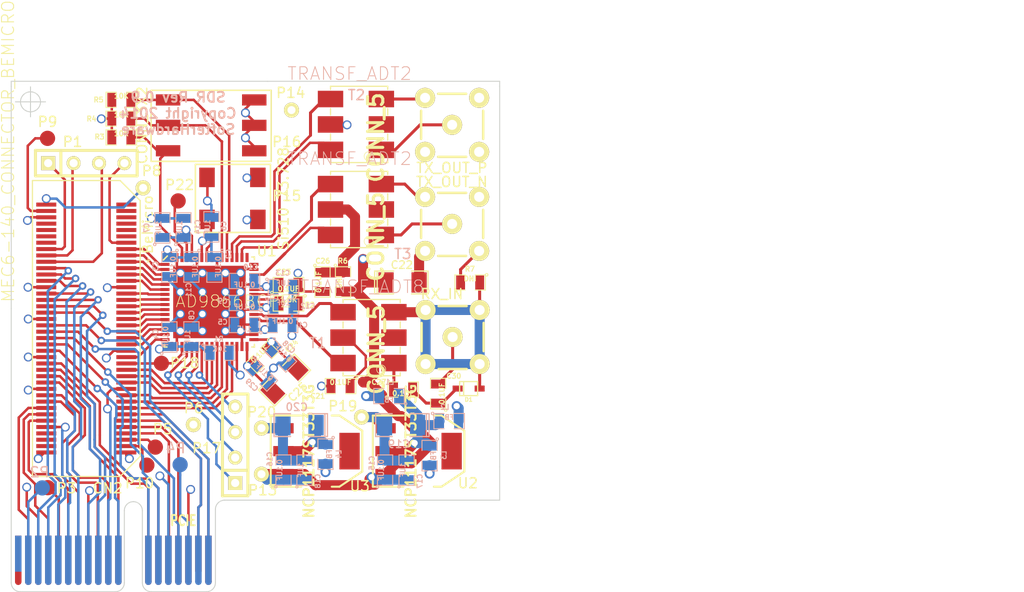
<source format=kicad_pcb>
(kicad_pcb (version 3) (host pcbnew "(2014-04-15 BZR 4803)-product")
  (layers (15 F.Cu signal) (2 Inner2.Cu signal hide) (1 Inner1.Cu signal) (0 B.Cu signal) (18 B.Paste user) (19 F.Paste user) (20 B.SilkS user) (21 F.SilkS user) (22 B.Mask user) (23 F.Mask user) (28 Edge.Cuts user))
  (net 0 "")
  (net 1 AVDD_ADC)
  (net 2 AVDD_DAC)
  (net 3 CLKVDD)
  (net 4 DVDD)
  (net 5 GND)
  (net 6 "Net-(C19-Pad1)")
  (net 7 "Net-(C20-Pad1)")
  (net 8 "Net-(C21-Pad1)")
  (net 9 "Net-(C23-Pad1)")
  (net 10 "Net-(C24-Pad1)")
  (net 11 "Net-(C24-Pad2)")
  (net 12 "Net-(C26-Pad1)")
  (net 13 "Net-(C27-Pad1)")
  (net 14 "Net-(C27-Pad2)")
  (net 15 "Net-(C30-Pad2)")
  (net 16 "Net-(CN1-Pad1)")
  (net 17 "Net-(CN1-Pad11)")
  (net 18 "Net-(CN1-Pad12)")
  (net 19 "Net-(CN1-Pad13)")
  (net 20 "Net-(CN1-Pad14)")
  (net 21 "Net-(CN1-Pad15)")
  (net 22 "Net-(CN1-Pad16)")
  (net 23 "Net-(CN1-Pad17)")
  (net 24 "Net-(CN1-Pad18)")
  (net 25 "Net-(CN1-Pad19)")
  (net 26 "Net-(CN1-Pad20)")
  (net 27 "Net-(CN1-Pad23)")
  (net 28 "Net-(CN1-Pad24)")
  (net 29 "Net-(CN1-Pad25)")
  (net 30 "Net-(CN1-Pad26)")
  (net 31 "Net-(CN1-Pad27)")
  (net 32 "Net-(CN1-Pad28)")
  (net 33 "Net-(CN1-Pad29)")
  (net 34 "Net-(CN1-Pad3)")
  (net 35 "Net-(CN1-Pad30)")
  (net 36 "Net-(CN1-Pad31)")
  (net 37 "Net-(CN1-Pad34)")
  (net 38 "Net-(CN1-Pad35)")
  (net 39 "Net-(CN1-Pad36)")
  (net 40 "Net-(CN1-Pad37)")
  (net 41 "Net-(CN1-Pad38)")
  (net 42 "Net-(CN1-Pad39)")
  (net 43 "Net-(CN1-Pad4)")
  (net 44 "Net-(CN1-Pad40)")
  (net 45 "Net-(CN1-Pad41)")
  (net 46 "Net-(CN1-Pad42)")
  (net 47 "Net-(CN1-Pad43)")
  (net 48 "Net-(CN1-Pad45)")
  (net 49 "Net-(CN1-Pad46)")
  (net 50 "Net-(CN1-Pad47)")
  (net 51 "Net-(CN1-Pad48)")
  (net 52 "Net-(CN1-Pad49)")
  (net 53 "Net-(CN1-Pad5)")
  (net 54 "Net-(CN1-Pad50)")
  (net 55 "Net-(CN1-Pad51)")
  (net 56 "Net-(CN1-Pad52)")
  (net 57 "Net-(CN1-Pad55)")
  (net 58 "Net-(CN1-Pad56)")
  (net 59 "Net-(CN1-Pad57)")
  (net 60 "Net-(CN1-Pad58)")
  (net 61 "Net-(CN1-Pad59)")
  (net 62 "Net-(CN1-Pad6)")
  (net 63 "Net-(CN1-Pad60)")
  (net 64 "Net-(CN1-Pad61)")
  (net 65 "Net-(CN1-Pad62)")
  (net 66 "Net-(CN1-Pad63)")
  (net 67 "Net-(CN1-Pad64)")
  (net 68 "Net-(CN1-Pad65)")
  (net 69 "Net-(CN1-Pad66)")
  (net 70 "Net-(CN1-Pad67)")
  (net 71 "Net-(CN1-Pad68)")
  (net 72 "Net-(CN1-Pad69)")
  (net 73 "Net-(CN1-Pad7)")
  (net 74 "Net-(CN1-Pad70)")
  (net 75 "Net-(CN1-Pad71)")
  (net 76 "Net-(CN1-Pad72)")
  (net 77 "Net-(CN1-Pad73)")
  (net 78 "Net-(CN1-Pad74)")
  (net 79 "Net-(CN1-Pad75)")
  (net 80 "Net-(CN1-Pad77)")
  (net 81 "Net-(CN1-Pad78)")
  (net 82 "Net-(CN1-Pad79)")
  (net 83 "Net-(CN1-Pad8)")
  (net 84 "Net-(CN1-Pad9)")
  (net 85 "Net-(CN2-PadA1)")
  (net 86 "Net-(CN2-PadA16)")
  (net 87 "Net-(CN2-PadA2)")
  (net 88 "Net-(CN2-PadB1)")
  (net 89 "Net-(CN2-PadB5)")
  (net 90 "Net-(D1-Pad1)")
  (net 91 "Net-(P15-Pad3)")
  (net 92 "Net-(P16-Pad2)")
  (net 93 "Net-(P16-Pad4)")
  (net 94 "Net-(P16-Pad6)")
  (net 95 "Net-(P22-Pad1)")
  (net 96 "Net-(P23-Pad1)")
  (net 97 "Net-(P24-Pad1)")
  (net 98 "Net-(R1-Pad2)")
  (net 99 "Net-(R2-Pad2)")
  (net 100 "Net-(T2-Pad4)")
  (net 101 "Net-(T2-Pad6)")
  (net 102 "Net-(T3-Pad4)")
  (net 103 "Net-(T3-Pad6)")
  (net 104 "Net-(U1-Pad45)")
  (net 105 "Net-(U1-Pad49)")
  (net 106 "Net-(U1-Pad56)")
  (net 107 RXN)
  (net 108 RXP)
  (net 109 SCLK)
  (net 110 SDIO)
  (net 111 SDO)
  (net 112 SEN)
  (net 113 VIN)
  (module AD986:CP_64_3-M (layer F.Cu) (at 120.5 105.5)
    (fp_text reference U1 (at 4.625 -4.5) (layer F.SilkS) (effects (justify left bottom)))
    (fp_text value AD9866BCPZ (at -3.4544 0.635) (layer F.SilkS) (effects (font (size 1.2065 1.2065) (thickness 0.0762)) (justify left bottom)))
    (fp_text user * (at -6.1214 -3.7338) (layer F.SilkS) (effects (font (size 1.2065 1.2065) (thickness 0.0762))))
    (pad 1 smd rect (at -4.445 -3.7592 270) (size 0.3048 0.9144) (layers F.Cu F.Paste F.Mask) (net 68 "Net-(CN1-Pad65)"))
    (pad 2 smd rect (at -4.445 -3.2512 270) (size 0.3048 0.9144) (layers F.Cu F.Paste F.Mask) (net 66 "Net-(CN1-Pad63)"))
    (pad 3 smd rect (at -4.445 -2.7432 270) (size 0.3048 0.9144) (layers F.Cu F.Paste F.Mask) (net 64 "Net-(CN1-Pad61)"))
    (pad 4 smd rect (at -4.445 -2.2606 270) (size 0.3048 0.9144) (layers F.Cu F.Paste F.Mask) (net 61 "Net-(CN1-Pad59)"))
    (pad 5 smd rect (at -4.445 -1.7526 270) (size 0.3048 0.9144) (layers F.Cu F.Paste F.Mask) (net 59 "Net-(CN1-Pad57)"))
    (pad 6 smd rect (at -4.445 -1.2446 270) (size 0.3048 0.9144) (layers F.Cu F.Paste F.Mask) (net 57 "Net-(CN1-Pad55)"))
    (pad 7 smd rect (at -4.445 -0.762 270) (size 0.3048 0.9144) (layers F.Cu F.Paste F.Mask) (net 55 "Net-(CN1-Pad51)"))
    (pad 8 smd rect (at -4.445 -0.254 270) (size 0.3048 0.9144) (layers F.Cu F.Paste F.Mask) (net 52 "Net-(CN1-Pad49)"))
    (pad 9 smd rect (at -4.445 0.254 270) (size 0.3048 0.9144) (layers F.Cu F.Paste F.Mask) (net 50 "Net-(CN1-Pad47)"))
    (pad 10 smd rect (at -4.445 0.762 270) (size 0.3048 0.9144) (layers F.Cu F.Paste F.Mask) (net 48 "Net-(CN1-Pad45)"))
    (pad 11 smd rect (at -4.445 1.2446 270) (size 0.3048 0.9144) (layers F.Cu F.Paste F.Mask) (net 47 "Net-(CN1-Pad43)"))
    (pad 12 smd rect (at -4.445 1.7526 270) (size 0.3048 0.9144) (layers F.Cu F.Paste F.Mask) (net 45 "Net-(CN1-Pad41)"))
    (pad 13 smd rect (at -4.445 2.2606 270) (size 0.3048 0.9144) (layers F.Cu F.Paste F.Mask) (net 42 "Net-(CN1-Pad39)"))
    (pad 14 smd rect (at -4.445 2.7432 270) (size 0.3048 0.9144) (layers F.Cu F.Paste F.Mask) (net 40 "Net-(CN1-Pad37)"))
    (pad 15 smd rect (at -4.445 3.2512 270) (size 0.3048 0.9144) (layers F.Cu F.Paste F.Mask) (net 38 "Net-(CN1-Pad35)"))
    (pad 16 smd rect (at -4.445 3.7592 270) (size 0.3048 0.9144) (layers F.Cu F.Paste F.Mask) (net 36 "Net-(CN1-Pad31)"))
    (pad 17 smd rect (at -3.7592 4.445 180) (size 0.3048 0.9144) (layers F.Cu F.Paste F.Mask) (net 4 DVDD))
    (pad 18 smd rect (at -3.2512 4.445 180) (size 0.3048 0.9144) (layers F.Cu F.Paste F.Mask) (net 5 GND))
    (pad 19 smd rect (at -2.7432 4.445 180) (size 0.3048 0.9144) (layers F.Cu F.Paste F.Mask) (net 33 "Net-(CN1-Pad29)"))
    (pad 20 smd rect (at -2.2606 4.445 180) (size 0.3048 0.9144) (layers F.Cu F.Paste F.Mask) (net 110 SDIO))
    (pad 21 smd rect (at -1.7526 4.445 180) (size 0.3048 0.9144) (layers F.Cu F.Paste F.Mask) (net 111 SDO))
    (pad 22 smd rect (at -1.2446 4.445 180) (size 0.3048 0.9144) (layers F.Cu F.Paste F.Mask) (net 109 SCLK))
    (pad 23 smd rect (at -0.762 4.445 180) (size 0.3048 0.9144) (layers F.Cu F.Paste F.Mask) (net 112 SEN))
    (pad 24 smd rect (at -0.254 4.445 180) (size 0.3048 0.9144) (layers F.Cu F.Paste F.Mask) (net 31 "Net-(CN1-Pad27)"))
    (pad 25 smd rect (at 0.254 4.445 180) (size 0.3048 0.9144) (layers F.Cu F.Paste F.Mask) (net 29 "Net-(CN1-Pad25)"))
    (pad 26 smd rect (at 0.762 4.445 180) (size 0.3048 0.9144) (layers F.Cu F.Paste F.Mask) (net 27 "Net-(CN1-Pad23)"))
    (pad 27 smd rect (at 1.2446 4.445 180) (size 0.3048 0.9144) (layers F.Cu F.Paste F.Mask) (net 25 "Net-(CN1-Pad19)"))
    (pad 28 smd rect (at 1.7526 4.445 180) (size 0.3048 0.9144) (layers F.Cu F.Paste F.Mask) (net 23 "Net-(CN1-Pad17)"))
    (pad 29 smd rect (at 2.2606 4.445 180) (size 0.3048 0.9144) (layers F.Cu F.Paste F.Mask) (net 21 "Net-(CN1-Pad15)"))
    (pad 30 smd rect (at 2.7432 4.445 180) (size 0.3048 0.9144) (layers F.Cu F.Paste F.Mask) (net 98 "Net-(R1-Pad2)"))
    (pad 31 smd rect (at 3.2512 4.445 180) (size 0.3048 0.9144) (layers F.Cu F.Paste F.Mask) (net 5 GND))
    (pad 32 smd rect (at 3.7592 4.445 180) (size 0.3048 0.9144) (layers F.Cu F.Paste F.Mask) (net 11 "Net-(C24-Pad2)"))
    (pad 33 smd rect (at 4.445 3.7592 270) (size 0.3048 0.9144) (layers F.Cu F.Paste F.Mask) (net 10 "Net-(C24-Pad1)"))
    (pad 34 smd rect (at 4.445 3.2512 270) (size 0.3048 0.9144) (layers F.Cu F.Paste F.Mask) (net 5 GND))
    (pad 35 smd rect (at 4.445 2.7432 270) (size 0.3048 0.9144) (layers F.Cu F.Paste F.Mask) (net 1 AVDD_ADC))
    (pad 36 smd rect (at 4.445 2.2606 270) (size 0.3048 0.9144) (layers F.Cu F.Paste F.Mask) (net 5 GND))
    (pad 37 smd rect (at 4.445 1.7526 270) (size 0.3048 0.9144) (layers F.Cu F.Paste F.Mask) (net 107 RXN))
    (pad 38 smd rect (at 4.445 1.2446 270) (size 0.3048 0.9144) (layers F.Cu F.Paste F.Mask) (net 108 RXP))
    (pad 39 smd rect (at 4.445 0.762 270) (size 0.3048 0.9144) (layers F.Cu F.Paste F.Mask) (net 5 GND))
    (pad 40 smd rect (at 4.445 0.254 270) (size 0.3048 0.9144) (layers F.Cu F.Paste F.Mask) (net 1 AVDD_ADC))
    (pad 41 smd rect (at 4.445 -0.254 270) (size 0.3048 0.9144) (layers F.Cu F.Paste F.Mask) (net 99 "Net-(R2-Pad2)"))
    (pad 42 smd rect (at 4.445 -0.762 270) (size 0.3048 0.9144) (layers F.Cu F.Paste F.Mask) (net 9 "Net-(C23-Pad1)"))
    (pad 43 smd rect (at 4.445 -1.2446 270) (size 0.3048 0.9144) (layers F.Cu F.Paste F.Mask) (net 2 AVDD_DAC))
    (pad 44 smd rect (at 4.445 -1.7526 270) (size 0.3048 0.9144) (layers F.Cu F.Paste F.Mask) (net 5 GND))
    (pad 45 smd rect (at 4.445 -2.2606 270) (size 0.3048 0.9144) (layers F.Cu F.Paste F.Mask) (net 104 "Net-(U1-Pad45)"))
    (pad 46 smd rect (at 4.445 -2.7432 270) (size 0.3048 0.9144) (layers F.Cu F.Paste F.Mask) (net 103 "Net-(T3-Pad6)"))
    (pad 47 smd rect (at 4.445 -3.2512 270) (size 0.3048 0.9144) (layers F.Cu F.Paste F.Mask) (net 5 GND))
    (pad 48 smd rect (at 4.445 -3.7592 270) (size 0.3048 0.9144) (layers F.Cu F.Paste F.Mask) (net 5 GND))
    (pad 49 smd rect (at 3.7592 -4.445 180) (size 0.3048 0.9144) (layers F.Cu F.Paste F.Mask) (net 105 "Net-(U1-Pad49)"))
    (pad 50 smd rect (at 3.2512 -4.445 180) (size 0.3048 0.9144) (layers F.Cu F.Paste F.Mask) (net 102 "Net-(T3-Pad4)"))
    (pad 51 smd rect (at 2.7432 -4.445 180) (size 0.3048 0.9144) (layers F.Cu F.Paste F.Mask) (net 101 "Net-(T2-Pad6)"))
    (pad 52 smd rect (at 2.2606 -4.445 180) (size 0.3048 0.9144) (layers F.Cu F.Paste F.Mask) (net 100 "Net-(T2-Pad4)"))
    (pad 53 smd rect (at 1.7526 -4.445 180) (size 0.3048 0.9144) (layers F.Cu F.Paste F.Mask) (net 94 "Net-(P16-Pad6)"))
    (pad 54 smd rect (at 1.2446 -4.445 180) (size 0.3048 0.9144) (layers F.Cu F.Paste F.Mask) (net 93 "Net-(P16-Pad4)"))
    (pad 55 smd rect (at 0.762 -4.445 180) (size 0.3048 0.9144) (layers F.Cu F.Paste F.Mask) (net 5 GND))
    (pad 56 smd rect (at 0.254 -4.445 180) (size 0.3048 0.9144) (layers F.Cu F.Paste F.Mask) (net 106 "Net-(U1-Pad56)"))
    (pad 57 smd rect (at -0.254 -4.445 180) (size 0.3048 0.9144) (layers F.Cu F.Paste F.Mask) (net 91 "Net-(P15-Pad3)"))
    (pad 58 smd rect (at -0.762 -4.445 180) (size 0.3048 0.9144) (layers F.Cu F.Paste F.Mask) (net 3 CLKVDD))
    (pad 59 smd rect (at -1.2446 -4.445 180) (size 0.3048 0.9144) (layers F.Cu F.Paste F.Mask) (net 5 GND))
    (pad 60 smd rect (at -1.7526 -4.445 180) (size 0.3048 0.9144) (layers F.Cu F.Paste F.Mask) (net 4 DVDD))
    (pad 61 smd rect (at -2.2606 -4.445 180) (size 0.3048 0.9144) (layers F.Cu F.Paste F.Mask) (net 95 "Net-(P22-Pad1)"))
    (pad 62 smd rect (at -2.7432 -4.445 180) (size 0.3048 0.9144) (layers F.Cu F.Paste F.Mask) (net 92 "Net-(P16-Pad2)"))
    (pad 63 smd rect (at -3.2512 -4.445 180) (size 0.3048 0.9144) (layers F.Cu F.Paste F.Mask) (net 5 GND))
    (pad 64 smd rect (at -3.7592 -4.445 180) (size 0.3048 0.9144) (layers F.Cu F.Paste F.Mask) (net 4 DVDD))
    (pad 65 smd rect (at 0 0) (size 7.239 7.239) (layers F.Cu F.Paste F.Mask) (net 5 GND))
  )
  (module Connect:PCI-EXPRESS (layer F.Cu) (at 110.9 131.15)
    (fp_text reference CN2 (at -0.575 -7.05) (layer F.SilkS))
    (fp_text value PCIE (at 6.985 -3.81) (layer F.SilkS) (effects (font (size 1.016 0.762) (thickness 0.1905))))
    (pad "" connect circle (at 9.4996 2.30124) (size 0.65024 0.65024) (layers F.Cu F.Mask))
    (pad B1 connect rect (at -9.4996 0) (size 0.65024 4.59994) (layers F.Cu B.Mask) (net 88 "Net-(CN2-PadB1)"))
    (pad B2 connect rect (at -8.49884 0) (size 0.65024 4.59994) (layers F.Cu B.Mask) (net 22 "Net-(CN1-Pad16)"))
    (pad B3 connect rect (at -7.50062 0) (size 0.65024 4.59994) (layers F.Cu B.Mask) (net 5 GND))
    (pad B4 connect rect (at -6.49986 0) (size 0.65024 4.59994) (layers F.Cu B.Mask) (net 20 "Net-(CN1-Pad14)"))
    (pad B5 connect rect (at -5.4991 0) (size 0.65024 4.59994) (layers F.Cu B.Mask) (net 89 "Net-(CN2-PadB5)"))
    (pad B6 connect rect (at -4.50088 0) (size 0.65024 4.59994) (layers F.Cu B.Mask) (net 18 "Net-(CN1-Pad12)"))
    (pad B7 connect rect (at -3.50012 0) (size 0.65024 4.59994) (layers F.Cu B.Mask) (net 24 "Net-(CN1-Pad18)"))
    (pad B8 connect rect (at -2.49936 0) (size 0.65024 4.59994) (layers F.Cu B.Mask) (net 5 GND))
    (pad B9 connect rect (at -1.50114 0) (size 0.65024 4.59994) (layers F.Cu B.Mask) (net 26 "Net-(CN1-Pad20)"))
    (pad B10 connect rect (at -0.50038 0) (size 0.65024 4.59994) (layers F.Cu B.Mask) (net 28 "Net-(CN1-Pad24)"))
    (pad B11 connect rect (at 0.50038 0) (size 0.65024 4.59994) (layers F.Cu B.Mask) (net 30 "Net-(CN1-Pad26)"))
    (pad B14 connect rect (at 5.4991 0) (size 0.65024 4.59994) (layers F.Cu B.Mask) (net 73 "Net-(CN1-Pad7)"))
    (pad B15 connect rect (at 6.49986 0) (size 0.65024 4.59994) (layers F.Cu B.Mask) (net 84 "Net-(CN1-Pad9)"))
    (pad B16 connect rect (at 7.50062 0) (size 0.65024 4.59994) (layers F.Cu B.Mask) (net 5 GND))
    (pad B17 connect rect (at 8.49884 -0.50038) (size 0.65024 3.59918) (layers F.Cu B.Mask) (net 17 "Net-(CN1-Pad11)"))
    (pad B18 connect rect (at 9.4996 0) (size 0.65024 4.59994) (layers F.Cu B.Mask) (net 19 "Net-(CN1-Pad13)"))
    (pad B12 connect rect (at 3.50012 0) (size 0.65024 4.59994) (layers F.Cu B.Mask) (net 32 "Net-(CN1-Pad28)"))
    (pad B13 connect rect (at 4.50088 0) (size 0.65024 4.59994) (layers F.Cu B.Mask) (net 35 "Net-(CN1-Pad30)"))
    (pad A1 connect rect (at -9.4996 -0.50038) (size 0.65024 3.59918) (layers B.Cu B.Mask) (net 85 "Net-(CN2-PadA1)"))
    (pad A2 connect rect (at -8.49884 0) (size 0.65024 4.59994) (layers B.Cu B.Mask) (net 87 "Net-(CN2-PadA2)"))
    (pad A3 connect rect (at -7.50062 0) (size 0.65024 4.59994) (layers B.Cu B.Mask) (net 63 "Net-(CN1-Pad60)"))
    (pad A4 connect rect (at -6.49986 0) (size 0.65024 4.59994) (layers B.Cu B.Mask) (net 60 "Net-(CN1-Pad58)"))
    (pad A5 connect rect (at -5.4991 0) (size 0.65024 4.59994) (layers B.Cu B.Mask) (net 5 GND))
    (pad A6 connect rect (at -4.50088 0) (size 0.65024 4.59994) (layers B.Cu B.Mask) (net 58 "Net-(CN1-Pad56)"))
    (pad A7 connect rect (at -3.50012 0) (size 0.65024 4.59994) (layers B.Cu B.Mask) (net 56 "Net-(CN1-Pad52)"))
    (pad A8 connect rect (at -2.49936 0) (size 0.65024 4.59994) (layers B.Cu B.Mask) (net 54 "Net-(CN1-Pad50)"))
    (pad A9 connect rect (at -1.50114 0) (size 0.65024 4.59994) (layers B.Cu B.Mask) (net 51 "Net-(CN1-Pad48)"))
    (pad A10 connect rect (at -0.50038 0) (size 0.65024 4.59994) (layers B.Cu B.Mask) (net 5 GND))
    (pad A11 connect rect (at 0.50038 0) (size 0.65024 4.59994) (layers B.Cu B.Mask) (net 37 "Net-(CN1-Pad34)"))
    (pad A14 connect rect (at 5.4991 0) (size 0.65024 4.59994) (layers B.Cu B.Mask) (net 5 GND))
    (pad A15 connect rect (at 6.49986 0) (size 0.65024 4.59994) (layers B.Cu B.Mask) (net 44 "Net-(CN1-Pad40)"))
    (pad A16 connect rect (at 7.50062 0) (size 0.65024 4.59994) (layers B.Cu B.Mask) (net 86 "Net-(CN2-PadA16)"))
    (pad A17 connect rect (at 8.49884 0) (size 0.65024 4.59994) (layers B.Cu B.Mask) (net 46 "Net-(CN1-Pad42)"))
    (pad A18 connect rect (at 9.4996 0) (size 0.65024 4.59994) (layers B.Cu B.Mask) (net 49 "Net-(CN1-Pad46)"))
    (pad A12 connect rect (at 3.50012 0) (size 0.65024 4.59994) (layers B.Cu B.Mask) (net 39 "Net-(CN1-Pad36)"))
    (pad A13 connect rect (at 4.50088 0) (size 0.65024 4.59994) (layers B.Cu B.Mask) (net 41 "Net-(CN1-Pad38)"))
    (pad "" connect circle (at -7.50062 2.30124) (size 0.65024 0.65024) (layers F.Cu F.Mask))
    (pad "" connect circle (at -6.49986 2.30124) (size 0.65024 0.65024) (layers F.Cu F.Mask))
    (pad "" connect circle (at -5.4991 2.30124) (size 0.65024 0.65024) (layers F.Cu F.Mask))
    (pad "" connect circle (at -4.50088 2.30124) (size 0.65024 0.65024) (layers F.Cu F.Mask))
    (pad "" connect circle (at -3.50012 2.30124) (size 0.65024 0.65024) (layers F.Cu F.Mask))
    (pad "" connect circle (at -2.49936 2.30124) (size 0.65024 0.65024) (layers F.Cu F.Mask))
    (pad "" connect circle (at -1.50114 2.30124) (size 0.65024 0.65024) (layers F.Cu F.Mask))
    (pad "" connect circle (at -0.50038 2.30124) (size 0.65024 0.65024) (layers F.Cu F.Mask))
    (pad "" connect circle (at 0.50038 2.30124) (size 0.65024 0.65024) (layers F.Cu F.Mask))
    (pad "" connect circle (at -9.4996 2.30124) (size 0.65024 0.65024) (layers F.Cu F.Mask))
    (pad "" connect circle (at 3.50012 2.30124) (size 0.65024 0.65024) (layers F.Cu F.Mask))
    (pad "" connect circle (at 4.50088 2.30124) (size 0.65024 0.65024) (layers F.Cu F.Mask))
    (pad "" connect circle (at 5.4991 2.30124) (size 0.65024 0.65024) (layers F.Cu F.Mask))
    (pad "" connect circle (at 6.49986 2.30124) (size 0.65024 0.65024) (layers F.Cu F.Mask))
    (pad "" connect circle (at 7.50062 2.30124) (size 0.65024 0.65024) (layers F.Cu F.Mask))
    (pad "" connect circle (at -8.49884 2.30124) (size 0.65024 0.65024) (layers F.Cu F.Mask))
    (pad "" connect oval (at -6.49986 2.30124 90) (size 0.65024 0.65024) (layers B.Cu B.Mask))
    (pad "" connect oval (at -5.4991 2.30124 90) (size 0.65024 0.65024) (layers B.Cu B.Mask))
    (pad "" connect oval (at -4.50088 2.30124 90) (size 0.65024 0.65024) (layers B.Cu B.Mask))
    (pad "" connect oval (at -3.50012 2.30124 90) (size 0.65024 0.65024) (layers B.Cu B.Mask))
    (pad "" connect oval (at -2.49936 2.30124 90) (size 0.65024 0.65024) (layers B.Cu B.Mask))
    (pad "" connect oval (at -1.50114 2.30124 90) (size 0.65024 0.65024) (layers B.Cu B.Mask))
    (pad "" connect oval (at -0.50038 2.30124 90) (size 0.65024 0.65024) (layers B.Cu B.Mask))
    (pad "" connect oval (at 5.4991 2.30124 90) (size 0.65024 0.65024) (layers B.Cu B.Mask))
    (pad "" connect oval (at 6.49986 2.30124 90) (size 0.65024 0.65024) (layers B.Cu B.Mask))
    (pad "" connect oval (at -7.50062 2.30124 90) (size 0.65024 0.65024) (layers B.Cu B.Mask))
    (pad "" connect oval (at 4.50088 2.30124 90) (size 0.65024 0.65024) (layers B.Cu B.Mask))
    (pad "" connect oval (at 7.50062 2.30124 90) (size 0.65024 0.65024) (layers B.Cu B.Mask))
    (pad "" connect oval (at 0.50038 2.30124 90) (size 0.65024 0.65024) (layers B.Cu B.Mask))
    (pad "" connect oval (at 3.50012 2.30124 90) (size 0.65024 0.65024) (layers B.Cu B.Mask))
    (pad "" connect oval (at 8.49884 2.30124 90) (size 0.65024 0.65024) (layers B.Cu B.Mask))
    (pad "" connect oval (at 9.4996 2.30124 90) (size 0.65024 0.65024) (layers B.Cu B.Mask))
    (pad "" connect oval (at -8.49884 2.30124 90) (size 0.65024 0.65024) (layers B.Cu B.Mask))
  )
  (module SMD_Packages:SM0805 (layer B.Cu) (at 127.8 107.8)
    (fp_text reference C1 (at 2.025 0) (layer B.SilkS) (effects (font (size 0.50038 0.50038) (thickness 0.10922)) (justify mirror)))
    (fp_text value 0.1UF (at 0 -0.381) (layer B.SilkS) (effects (font (size 0.50038 0.50038) (thickness 0.10922)) (justify mirror)))
    (pad 1 smd rect (at -0.9525 0) (size 0.889 1.397) (layers B.Cu B.Paste B.Mask) (net 1 AVDD_ADC))
    (pad 2 smd rect (at 0.9525 0) (size 0.889 1.397) (layers B.Cu B.Paste B.Mask) (net 5 GND))
  )
  (module SMD_Packages:SM0805 (layer B.Cu) (at 121 102 270)
    (fp_text reference C2 (at -1.3 -1.425 270) (layer B.SilkS) (effects (font (size 0.50038 0.50038) (thickness 0.10922)) (justify mirror)))
    (fp_text value 0.1UF (at 0 -0.381 270) (layer B.SilkS) (effects (font (size 0.50038 0.50038) (thickness 0.10922)) (justify mirror)))
    (pad 1 smd rect (at -0.9525 0 270) (size 0.889 1.397) (layers B.Cu B.Paste B.Mask) (net 3 CLKVDD))
    (pad 2 smd rect (at 0.9525 0 270) (size 0.889 1.397) (layers B.Cu B.Paste B.Mask) (net 5 GND))
  )
  (module SMD_Packages:SM0805 (layer B.Cu) (at 116.5 102 270)
    (fp_text reference C3 (at -0.1 1.375 270) (layer B.SilkS) (effects (font (size 0.50038 0.50038) (thickness 0.10922)) (justify mirror)))
    (fp_text value 0.1UF (at 0 -0.381 270) (layer B.SilkS) (effects (font (size 0.50038 0.50038) (thickness 0.10922)) (justify mirror)))
    (pad 1 smd rect (at -0.9525 0 270) (size 0.889 1.397) (layers B.Cu B.Paste B.Mask) (net 4 DVDD))
    (pad 2 smd rect (at 0.9525 0 270) (size 0.889 1.397) (layers B.Cu B.Paste B.Mask) (net 5 GND))
  )
  (module SMD_Packages:SM0805 (layer B.Cu) (at 116.5 109 90)
    (fp_text reference C4 (at 0.3 -1.375 90) (layer B.SilkS) (effects (font (size 0.50038 0.50038) (thickness 0.10922)) (justify mirror)))
    (fp_text value 0.1UF (at 0 -0.381 90) (layer B.SilkS) (effects (font (size 0.50038 0.50038) (thickness 0.10922)) (justify mirror)))
    (pad 1 smd rect (at -0.9525 0 90) (size 0.889 1.397) (layers B.Cu B.Paste B.Mask) (net 4 DVDD))
    (pad 2 smd rect (at 0.9525 0 90) (size 0.889 1.397) (layers B.Cu B.Paste B.Mask) (net 5 GND))
  )
  (module SMD_Packages:SM0805 (layer B.Cu) (at 124 107.8 180)
    (fp_text reference C5 (at 2.175 0.3 180) (layer B.SilkS) (effects (font (size 0.50038 0.50038) (thickness 0.10922)) (justify mirror)))
    (fp_text value 1UF (at 0 -0.381 180) (layer B.SilkS) (effects (font (size 0.50038 0.50038) (thickness 0.10922)) (justify mirror)))
    (pad 1 smd rect (at -0.9525 0 180) (size 0.889 1.397) (layers B.Cu B.Paste B.Mask) (net 1 AVDD_ADC))
    (pad 2 smd rect (at 0.9525 0 180) (size 0.889 1.397) (layers B.Cu B.Paste B.Mask) (net 5 GND))
  )
  (module SMD_Packages:SM0805 (layer B.Cu) (at 120.7 98 90)
    (fp_text reference C6 (at 0.1 1.225 90) (layer B.SilkS) (effects (font (size 0.50038 0.50038) (thickness 0.10922)) (justify mirror)))
    (fp_text value 1UF (at 0 -0.381 90) (layer B.SilkS) (effects (font (size 0.50038 0.50038) (thickness 0.10922)) (justify mirror)))
    (pad 1 smd rect (at -0.9525 0 90) (size 0.889 1.397) (layers B.Cu B.Paste B.Mask) (net 3 CLKVDD))
    (pad 2 smd rect (at 0.9525 0 90) (size 0.889 1.397) (layers B.Cu B.Paste B.Mask) (net 5 GND))
  )
  (module SMD_Packages:SM0805 (layer B.Cu) (at 115.8 98.1 90)
    (fp_text reference C7 (at 0 -1.575 90) (layer B.SilkS) (effects (font (size 0.50038 0.50038) (thickness 0.10922)) (justify mirror)))
    (fp_text value 1UF (at 0 -0.381 90) (layer B.SilkS) (effects (font (size 0.50038 0.50038) (thickness 0.10922)) (justify mirror)))
    (pad 1 smd rect (at -0.9525 0 90) (size 0.889 1.397) (layers B.Cu B.Paste B.Mask) (net 4 DVDD))
    (pad 2 smd rect (at 0.9525 0 90) (size 0.889 1.397) (layers B.Cu B.Paste B.Mask) (net 5 GND))
  )
  (module SMD_Packages:SM0805 (layer B.Cu) (at 118.7 109 90)
    (fp_text reference C8 (at 2.2 0.025 90) (layer B.SilkS) (effects (font (size 0.50038 0.50038) (thickness 0.10922)) (justify mirror)))
    (fp_text value 1UF (at 0 -0.381 90) (layer B.SilkS) (effects (font (size 0.50038 0.50038) (thickness 0.10922)) (justify mirror)))
    (pad 1 smd rect (at -0.9525 0 90) (size 0.889 1.397) (layers B.Cu B.Paste B.Mask) (net 4 DVDD))
    (pad 2 smd rect (at 0.9525 0 90) (size 0.889 1.397) (layers B.Cu B.Paste B.Mask) (net 5 GND))
  )
  (module SMD_Packages:SM0805 (layer B.Cu) (at 124 105.6 180)
    (fp_text reference C9 (at 2.175 0.2 180) (layer B.SilkS) (effects (font (size 0.50038 0.50038) (thickness 0.10922)) (justify mirror)))
    (fp_text value 0.1UF (at 0 -0.381 180) (layer B.SilkS) (effects (font (size 0.50038 0.50038) (thickness 0.10922)) (justify mirror)))
    (pad 1 smd rect (at -0.9525 0 180) (size 0.889 1.397) (layers B.Cu B.Paste B.Mask) (net 1 AVDD_ADC))
    (pad 2 smd rect (at 0.9525 0 180) (size 0.889 1.397) (layers B.Cu B.Paste B.Mask) (net 5 GND))
  )
  (module SMD_Packages:SM0805 (layer B.Cu) (at 124 103.4 180)
    (fp_text reference C10 (at -0.625 1.4 180) (layer B.SilkS) (effects (font (size 0.50038 0.50038) (thickness 0.10922)) (justify mirror)))
    (fp_text value 0.1UF (at 0 -0.381 180) (layer B.SilkS) (effects (font (size 0.50038 0.50038) (thickness 0.10922)) (justify mirror)))
    (pad 1 smd rect (at -0.9525 0 180) (size 0.889 1.397) (layers B.Cu B.Paste B.Mask) (net 2 AVDD_DAC))
    (pad 2 smd rect (at 0.9525 0 180) (size 0.889 1.397) (layers B.Cu B.Paste B.Mask) (net 5 GND))
  )
  (module SMD_Packages:SM0805 (layer B.Cu) (at 118.7 102 270)
    (fp_text reference C11 (at 2.3 0.275 270) (layer B.SilkS) (effects (font (size 0.50038 0.50038) (thickness 0.10922)) (justify mirror)))
    (fp_text value 0.1UF (at 0 -0.381 270) (layer B.SilkS) (effects (font (size 0.50038 0.50038) (thickness 0.10922)) (justify mirror)))
    (pad 1 smd rect (at -0.9525 0 270) (size 0.889 1.397) (layers B.Cu B.Paste B.Mask) (net 4 DVDD))
    (pad 2 smd rect (at 0.9525 0 270) (size 0.889 1.397) (layers B.Cu B.Paste B.Mask) (net 5 GND))
  )
  (module SMD_Packages:SM0805 (layer B.Cu) (at 127.9 105.95)
    (fp_text reference C12 (at 2.425 -0.05) (layer B.SilkS) (effects (font (size 0.50038 0.50038) (thickness 0.10922)) (justify mirror)))
    (fp_text value 1UF (at 0 -0.381) (layer B.SilkS) (effects (font (size 0.50038 0.50038) (thickness 0.10922)) (justify mirror)))
    (pad 1 smd rect (at -0.9525 0) (size 0.889 1.397) (layers B.Cu B.Paste B.Mask) (net 1 AVDD_ADC))
    (pad 2 smd rect (at 0.9525 0) (size 0.889 1.397) (layers B.Cu B.Paste B.Mask) (net 5 GND))
  )
  (module SMD_Packages:SM0805 (layer B.Cu) (at 127.9 104)
    (fp_text reference C13 (at -0.075 -1.4) (layer B.SilkS) (effects (font (size 0.50038 0.50038) (thickness 0.10922)) (justify mirror)))
    (fp_text value 1UF (at 0 -0.381) (layer B.SilkS) (effects (font (size 0.50038 0.50038) (thickness 0.10922)) (justify mirror)))
    (pad 1 smd rect (at -0.9525 0) (size 0.889 1.397) (layers B.Cu B.Paste B.Mask) (net 2 AVDD_DAC))
    (pad 2 smd rect (at 0.9525 0) (size 0.889 1.397) (layers B.Cu B.Paste B.Mask) (net 5 GND))
  )
  (module SMD_Packages:SM0805 (layer B.Cu) (at 117.9 98.1 90)
    (fp_text reference C14 (at 0.1 1.425 90) (layer B.SilkS) (effects (font (size 0.50038 0.50038) (thickness 0.10922)) (justify mirror)))
    (fp_text value 1UF (at 0 -0.381 90) (layer B.SilkS) (effects (font (size 0.50038 0.50038) (thickness 0.10922)) (justify mirror)))
    (pad 1 smd rect (at -0.9525 0 90) (size 0.889 1.397) (layers B.Cu B.Paste B.Mask) (net 4 DVDD))
    (pad 2 smd rect (at 0.9525 0 90) (size 0.889 1.397) (layers B.Cu B.Paste B.Mask) (net 5 GND))
  )
  (module SMD_Packages:SM0805 (layer B.Cu) (at 138.05 122.3 90)
    (fp_text reference C15 (at 0.7 -1.325 90) (layer B.SilkS) (effects (font (size 0.50038 0.50038) (thickness 0.10922)) (justify mirror)))
    (fp_text value 0.1UF (at 0 -0.381 90) (layer B.SilkS) (effects (font (size 0.50038 0.50038) (thickness 0.10922)) (justify mirror)))
    (pad 1 smd rect (at -0.9525 0 90) (size 0.889 1.397) (layers B.Cu B.Paste B.Mask) (net 113 VIN))
    (pad 2 smd rect (at 0.9525 0 90) (size 0.889 1.397) (layers B.Cu B.Paste B.Mask) (net 5 GND))
  )
  (module SMD_Packages:SM0805 (layer B.Cu) (at 127.9 122.3 90)
    (fp_text reference C16 (at 1.1 -1.375 90) (layer B.SilkS) (effects (font (size 0.50038 0.50038) (thickness 0.10922)) (justify mirror)))
    (fp_text value 0.1UF (at 0 -0.381 90) (layer B.SilkS) (effects (font (size 0.50038 0.50038) (thickness 0.10922)) (justify mirror)))
    (pad 1 smd rect (at -0.9525 0 90) (size 0.889 1.397) (layers B.Cu B.Paste B.Mask) (net 113 VIN))
    (pad 2 smd rect (at 0.9525 0 90) (size 0.889 1.397) (layers B.Cu B.Paste B.Mask) (net 5 GND))
  )
  (module SMD_Packages:SM0805 (layer B.Cu) (at 140.2 122.3 90)
    (fp_text reference C17 (at -1.1 1.325 90) (layer B.SilkS) (effects (font (size 0.50038 0.50038) (thickness 0.10922)) (justify mirror)))
    (fp_text value 1UF (at 0 -0.381 90) (layer B.SilkS) (effects (font (size 0.50038 0.50038) (thickness 0.10922)) (justify mirror)))
    (pad 1 smd rect (at -0.9525 0 90) (size 0.889 1.397) (layers B.Cu B.Paste B.Mask) (net 113 VIN))
    (pad 2 smd rect (at 0.9525 0 90) (size 0.889 1.397) (layers B.Cu B.Paste B.Mask) (net 5 GND))
  )
  (module SMD_Packages:SM0805 (layer B.Cu) (at 130 122.3 90)
    (fp_text reference C18 (at -1.1 1.325 90) (layer B.SilkS) (effects (font (size 0.50038 0.50038) (thickness 0.10922)) (justify mirror)))
    (fp_text value 1UF (at 0 -0.381 90) (layer B.SilkS) (effects (font (size 0.50038 0.50038) (thickness 0.10922)) (justify mirror)))
    (pad 1 smd rect (at -0.9525 0 90) (size 0.889 1.397) (layers B.Cu B.Paste B.Mask) (net 113 VIN))
    (pad 2 smd rect (at 0.9525 0 90) (size 0.889 1.397) (layers B.Cu B.Paste B.Mask) (net 5 GND))
  )
  (module SMD_Packages:SM1206POL (layer B.Cu) (at 139.65 117.8 180)
    (fp_text reference C19 (at 0.225 -1.9 180) (layer B.SilkS) (effects (font (size 0.762 0.762) (thickness 0.127)) (justify mirror)))
    (fp_text value 10UF hide)
    (pad 1 smd rect (at -1.651 0 180) (size 1.524 2.032) (layers B.Cu B.Paste B.Mask) (net 6 "Net-(C19-Pad1)"))
    (pad 2 smd rect (at 1.651 0 180) (size 1.524 2.032) (layers B.Cu B.Paste B.Mask) (net 5 GND))
  )
  (module SMD_Packages:SM1206POL (layer B.Cu) (at 129.5 117.8 180)
    (fp_text reference C20 (at 0.275 1.8 180) (layer B.SilkS) (effects (font (size 0.762 0.762) (thickness 0.127)) (justify mirror)))
    (fp_text value 10UF hide)
    (pad 1 smd rect (at -1.651 0 180) (size 1.524 2.032) (layers B.Cu B.Paste B.Mask) (net 7 "Net-(C20-Pad1)"))
    (pad 2 smd rect (at 1.651 0 180) (size 1.524 2.032) (layers B.Cu B.Paste B.Mask) (net 5 GND))
  )
  (module SMD_Packages:SM0805 (layer F.Cu) (at 133.6 113.9 180)
    (fp_text reference C21 (at 2.275 -1 180) (layer F.SilkS) (effects (font (size 0.50038 0.50038) (thickness 0.10922))))
    (fp_text value 0.1UF (at 0 0.381 180) (layer F.SilkS) (effects (font (size 0.50038 0.50038) (thickness 0.10922))))
    (pad 1 smd rect (at -0.9525 0 180) (size 0.889 1.397) (layers F.Cu F.Paste F.Mask) (net 8 "Net-(C21-Pad1)"))
    (pad 2 smd rect (at 0.9525 0 180) (size 0.889 1.397) (layers F.Cu F.Paste F.Mask) (net 5 GND))
  )
  (module SMD_Packages:SM1206POL (layer F.Cu) (at 139.8 103.55)
    (fp_text reference C22 (at -0.075 -1.75) (layer F.SilkS) (effects (font (size 0.762 0.762) (thickness 0.127))))
    (fp_text value 10UF hide)
    (pad 1 smd rect (at -1.651 0) (size 1.524 2.032) (layers F.Cu F.Paste F.Mask) (net 113 VIN))
    (pad 2 smd rect (at 1.651 0) (size 1.524 2.032) (layers F.Cu F.Paste F.Mask) (net 5 GND))
  )
  (module SMD_Packages:SM0805 (layer F.Cu) (at 128.4 103.8)
    (fp_text reference C23 (at -0.475 -1.3) (layer F.SilkS) (effects (font (size 0.50038 0.50038) (thickness 0.10922))))
    (fp_text value 0.1UF (at 0 0.381) (layer F.SilkS) (effects (font (size 0.50038 0.50038) (thickness 0.10922))))
    (pad 1 smd rect (at -0.9525 0) (size 0.889 1.397) (layers F.Cu F.Paste F.Mask) (net 9 "Net-(C23-Pad1)"))
    (pad 2 smd rect (at 0.9525 0) (size 0.889 1.397) (layers F.Cu F.Paste F.Mask) (net 5 GND))
  )
  (module SMD_Packages:SM0805 (layer F.Cu) (at 125.8 111 225)
    (fp_text reference C24 (at -2.846105 -1.29047 225) (layer F.SilkS) (effects (font (size 0.50038 0.50038) (thickness 0.10922))))
    (fp_text value 0.1UF (at 0 0.381 225) (layer F.SilkS) (effects (font (size 0.50038 0.50038) (thickness 0.10922))))
    (pad 1 smd rect (at -0.9525 0 225) (size 0.889 1.397) (layers F.Cu F.Paste F.Mask) (net 10 "Net-(C24-Pad1)"))
    (pad 2 smd rect (at 0.9525 0 225) (size 0.889 1.397) (layers F.Cu F.Paste F.Mask) (net 11 "Net-(C24-Pad2)"))
  )
  (module SMD_Packages:SM1206 (layer F.Cu) (at 128 113.3 225)
    (fp_text reference C25 (at -0.088388 -1.785445 225) (layer F.SilkS) (effects (font (size 0.762 0.762) (thickness 0.127))))
    (fp_text value 10UF hide)
    (pad 1 smd rect (at -1.651 0 225) (size 1.524 2.032) (layers F.Cu F.Paste F.Mask) (net 10 "Net-(C24-Pad1)"))
    (pad 2 smd rect (at 1.651 0 225) (size 1.524 2.032) (layers F.Cu F.Paste F.Mask) (net 11 "Net-(C24-Pad2)"))
  )
  (module SMD_Packages:SM0805 (layer F.Cu) (at 131.8 103.5 270)
    (fp_text reference C26 (at -2.1 -0.025 360) (layer F.SilkS) (effects (font (size 0.50038 0.50038) (thickness 0.10922))))
    (fp_text value 0.1UF (at 0 0.381 270) (layer F.SilkS) (effects (font (size 0.50038 0.50038) (thickness 0.10922))))
    (pad 1 smd rect (at -0.9525 0 270) (size 0.889 1.397) (layers F.Cu F.Paste F.Mask) (net 12 "Net-(C26-Pad1)"))
    (pad 2 smd rect (at 0.9525 0 270) (size 0.889 1.397) (layers F.Cu F.Paste F.Mask) (net 5 GND))
  )
  (module SMD_Packages:SM0805 (layer F.Cu) (at 139.85 114.25)
    (fp_text reference C27 (at -2.425 -0.75) (layer F.SilkS) (effects (font (size 0.50038 0.50038) (thickness 0.10922))))
    (fp_text value 0.1UF (at 0 0.381) (layer F.SilkS) (effects (font (size 0.50038 0.50038) (thickness 0.10922))))
    (pad 1 smd rect (at -0.9525 0) (size 0.889 1.397) (layers F.Cu F.Paste F.Mask) (net 13 "Net-(C27-Pad1)"))
    (pad 2 smd rect (at 0.9525 0) (size 0.889 1.397) (layers F.Cu F.Paste F.Mask) (net 14 "Net-(C27-Pad2)"))
  )
  (module SMD_Packages:SM0805 (layer B.Cu) (at 127.6 110.9 315)
    (fp_text reference C28 (at -0.053033 -1.219759 315) (layer B.SilkS) (effects (font (size 0.50038 0.50038) (thickness 0.10922)) (justify mirror)))
    (fp_text value 0.1UF (at 0 -0.381 315) (layer B.SilkS) (effects (font (size 0.50038 0.50038) (thickness 0.10922)) (justify mirror)))
    (pad 1 smd rect (at -0.9525 0 315) (size 0.889 1.397) (layers B.Cu B.Paste B.Mask) (net 10 "Net-(C24-Pad1)"))
    (pad 2 smd rect (at 0.9525 0 315) (size 0.889 1.397) (layers B.Cu B.Paste B.Mask) (net 5 GND))
  )
  (module SMD_Packages:SM0805 (layer B.Cu) (at 125.7 112.8 315)
    (fp_text reference C29 (at 0.017678 1.396536 315) (layer B.SilkS) (effects (font (size 0.50038 0.50038) (thickness 0.10922)) (justify mirror)))
    (fp_text value 0.1UF (at 0 -0.381 315) (layer B.SilkS) (effects (font (size 0.50038 0.50038) (thickness 0.10922)) (justify mirror)))
    (pad 1 smd rect (at -0.9525 0 315) (size 0.889 1.397) (layers B.Cu B.Paste B.Mask) (net 11 "Net-(C24-Pad2)"))
    (pad 2 smd rect (at 0.9525 0 315) (size 0.889 1.397) (layers B.Cu B.Paste B.Mask) (net 5 GND))
  )
  (module SMD_Packages:SM0805 (layer F.Cu) (at 143.35 114.65 90)
    (fp_text reference C30 (at 1.75 1.575 360) (layer F.SilkS) (effects (font (size 0.50038 0.50038) (thickness 0.10922))))
    (fp_text value 0.1UF (at 0 0.381 90) (layer F.SilkS) (effects (font (size 0.50038 0.50038) (thickness 0.10922))))
    (pad 1 smd rect (at -0.9525 0 90) (size 0.889 1.397) (layers F.Cu F.Paste F.Mask) (net 14 "Net-(C27-Pad2)"))
    (pad 2 smd rect (at 0.9525 0 90) (size 0.889 1.397) (layers F.Cu F.Paste F.Mask) (net 15 "Net-(C30-Pad2)"))
  )
  (module SOD:SOD323 (layer F.Cu) (at 146.4 114.15 180)
    (fp_text reference D1 (at 0 -1.09982 180) (layer F.SilkS) (effects (font (size 0.39878 0.39878) (thickness 0.09906))))
    (fp_text value CDSOD323 hide)
    (pad 2 smd rect (at 1.09982 0 180) (size 1.00076 0.59944) (layers F.Cu F.Paste F.Mask) (net 14 "Net-(C27-Pad2)"))
    (pad 1 smd rect (at -1.09982 0 180) (size 1.00076 0.59944) (layers F.Cu F.Paste F.Mask) (net 90 "Net-(D1-Pad1)"))
  )
  (module SMD_Packages:SM0805 (layer B.Cu) (at 138.45 114.9 180)
    (fp_text reference L1 (at -0.075 1.4 180) (layer B.SilkS) (effects (font (size 0.50038 0.50038) (thickness 0.10922)) (justify mirror)))
    (fp_text value FB (at 0 -0.381 180) (layer B.SilkS) (effects (font (size 0.50038 0.50038) (thickness 0.10922)) (justify mirror)))
    (pad 1 smd rect (at -0.9525 0 180) (size 0.889 1.397) (layers B.Cu B.Paste B.Mask) (net 6 "Net-(C19-Pad1)"))
    (pad 2 smd rect (at 0.9525 0 180) (size 0.889 1.397) (layers B.Cu B.Paste B.Mask) (net 1 AVDD_ADC))
  )
  (module SMD_Packages:SM0805 (layer B.Cu) (at 144.45 117.4)
    (fp_text reference L2 (at -0.425 -1.4) (layer B.SilkS) (effects (font (size 0.50038 0.50038) (thickness 0.10922)) (justify mirror)))
    (fp_text value FB (at 0 -0.381) (layer B.SilkS) (effects (font (size 0.50038 0.50038) (thickness 0.10922)) (justify mirror)))
    (pad 1 smd rect (at -0.9525 0) (size 0.889 1.397) (layers B.Cu B.Paste B.Mask) (net 6 "Net-(C19-Pad1)"))
    (pad 2 smd rect (at 0.9525 0) (size 0.889 1.397) (layers B.Cu B.Paste B.Mask) (net 2 AVDD_DAC))
  )
  (module SMD_Packages:SM0805 (layer B.Cu) (at 142.5 120.85 270)
    (fp_text reference L3 (at -0.05 -1.425 270) (layer B.SilkS) (effects (font (size 0.50038 0.50038) (thickness 0.10922)) (justify mirror)))
    (fp_text value FB (at 0 -0.381 270) (layer B.SilkS) (effects (font (size 0.50038 0.50038) (thickness 0.10922)) (justify mirror)))
    (pad 1 smd rect (at -0.9525 0 270) (size 0.889 1.397) (layers B.Cu B.Paste B.Mask) (net 6 "Net-(C19-Pad1)"))
    (pad 2 smd rect (at 0.9525 0 270) (size 0.889 1.397) (layers B.Cu B.Paste B.Mask) (net 3 CLKVDD))
  )
  (module SMD_Packages:SM0805 (layer B.Cu) (at 132.1 120.7 270)
    (fp_text reference L4 (at 0 -1.325 270) (layer B.SilkS) (effects (font (size 0.50038 0.50038) (thickness 0.10922)) (justify mirror)))
    (fp_text value FB (at 0 -0.381 270) (layer B.SilkS) (effects (font (size 0.50038 0.50038) (thickness 0.10922)) (justify mirror)))
    (pad 1 smd rect (at -0.9525 0 270) (size 0.889 1.397) (layers B.Cu B.Paste B.Mask) (net 7 "Net-(C20-Pad1)"))
    (pad 2 smd rect (at 0.9525 0 270) (size 0.889 1.397) (layers B.Cu B.Paste B.Mask) (net 4 DVDD))
  )
  (module SILABS:Si510 (layer F.Cu) (at 122.8 95.15 270)
    (fp_text reference P15 (at -0.25 -5.425 360) (layer F.SilkS))
    (fp_text value "Si510 73.728" (at 0.02 -5.1 270) (layer F.SilkS))
    (pad 1 smd rect (at -2.1 -2.54 270) (size 1.95 1.55) (layers F.Cu F.Paste F.Mask) (net 5 GND))
    (pad 2 smd rect (at -2.1 2.54 270) (size 1.95 1.55) (layers F.Cu F.Paste F.Mask) (net 5 GND))
    (pad 3 smd rect (at 2.1 2.54 270) (size 1.95 1.55) (layers F.Cu F.Paste F.Mask) (net 91 "Net-(P15-Pad3)"))
    (pad 4 smd rect (at 2.1 -2.54 270) (size 1.95 1.55) (layers F.Cu F.Paste F.Mask) (net 3 CLKVDD))
  )
  (module DIPSWITCH:DIPSWITCH (layer F.Cu) (at 120.675 87.85 90)
    (fp_text reference P16 (at -1.65 7.55 180) (layer F.SilkS))
    (fp_text value CONN_3X2 (at 0 -6.9 90) (layer F.SilkS))
    (pad 1 smd rect (at -2.54 4.305 90) (size 1.12 2.44) (layers F.Cu F.Paste F.Mask) (net 4 DVDD))
    (pad 2 smd rect (at -2.54 -4.305 90) (size 1.12 2.44) (layers F.Cu F.Paste F.Mask) (net 92 "Net-(P16-Pad2)"))
    (pad 3 smd rect (at 0 4.305 90) (size 1.12 2.44) (layers F.Cu F.Paste F.Mask) (net 4 DVDD))
    (pad 4 smd rect (at 0 -4.305 90) (size 1.12 2.44) (layers F.Cu F.Paste F.Mask) (net 93 "Net-(P16-Pad4)"))
    (pad 5 smd rect (at 2.54 4.305 90) (size 1.12 2.44) (layers F.Cu F.Paste F.Mask) (net 4 DVDD))
    (pad 6 smd rect (at 2.54 -4.305 90) (size 1.12 2.44) (layers F.Cu F.Paste F.Mask) (net 94 "Net-(P16-Pad6)"))
  )
  (module SMD_Packages:SM0805 (layer B.Cu) (at 121.525 110.575)
    (fp_text reference R1 (at -0.1 -1.375) (layer B.SilkS) (effects (font (size 0.50038 0.50038) (thickness 0.10922)) (justify mirror)))
    (fp_text value 10K (at 0 -0.381) (layer B.SilkS) (effects (font (size 0.50038 0.50038) (thickness 0.10922)) (justify mirror)))
    (pad 1 smd rect (at -0.9525 0) (size 0.889 1.397) (layers B.Cu B.Paste B.Mask) (net 4 DVDD))
    (pad 2 smd rect (at 0.9525 0) (size 0.889 1.397) (layers B.Cu B.Paste B.Mask) (net 98 "Net-(R1-Pad2)"))
  )
  (module SMD_Packages:SM0805 (layer F.Cu) (at 128.4 105.65 180)
    (fp_text reference R2 (at -2.125 -0.15 180) (layer F.SilkS) (effects (font (size 0.50038 0.50038) (thickness 0.10922))))
    (fp_text value 1.6K (at 0 0.381 180) (layer F.SilkS) (effects (font (size 0.50038 0.50038) (thickness 0.10922))))
    (pad 1 smd rect (at -0.9525 0 180) (size 0.889 1.397) (layers F.Cu F.Paste F.Mask) (net 5 GND))
    (pad 2 smd rect (at 0.9525 0 180) (size 0.889 1.397) (layers F.Cu F.Paste F.Mask) (net 99 "Net-(R2-Pad2)"))
  )
  (module SMD_Packages:SM0805 (layer F.Cu) (at 111.7 89.05 180)
    (fp_text reference R3 (at 2.175 0.05 180) (layer F.SilkS) (effects (font (size 0.50038 0.50038) (thickness 0.10922))))
    (fp_text value 10K (at 0 0.381 180) (layer F.SilkS) (effects (font (size 0.50038 0.50038) (thickness 0.10922))))
    (pad 1 smd rect (at -0.9525 0 180) (size 0.889 1.397) (layers F.Cu F.Paste F.Mask) (net 92 "Net-(P16-Pad2)"))
    (pad 2 smd rect (at 0.9525 0 180) (size 0.889 1.397) (layers F.Cu F.Paste F.Mask) (net 5 GND))
  )
  (module SMD_Packages:SM0805 (layer F.Cu) (at 111.7 87.175 180)
    (fp_text reference R4 (at 2.975 -0.025 180) (layer F.SilkS) (effects (font (size 0.50038 0.50038) (thickness 0.10922))))
    (fp_text value 10K (at 0 0.381 180) (layer F.SilkS) (effects (font (size 0.50038 0.50038) (thickness 0.10922))))
    (pad 1 smd rect (at -0.9525 0 180) (size 0.889 1.397) (layers F.Cu F.Paste F.Mask) (net 93 "Net-(P16-Pad4)"))
    (pad 2 smd rect (at 0.9525 0 180) (size 0.889 1.397) (layers F.Cu F.Paste F.Mask) (net 5 GND))
  )
  (module SMD_Packages:SM0805 (layer F.Cu) (at 111.7 85.3 180)
    (fp_text reference R5 (at 2.275 0 180) (layer F.SilkS) (effects (font (size 0.50038 0.50038) (thickness 0.10922))))
    (fp_text value 10K (at 0 0.381 180) (layer F.SilkS) (effects (font (size 0.50038 0.50038) (thickness 0.10922))))
    (pad 1 smd rect (at -0.9525 0 180) (size 0.889 1.397) (layers F.Cu F.Paste F.Mask) (net 94 "Net-(P16-Pad6)"))
    (pad 2 smd rect (at 0.9525 0 180) (size 0.889 1.397) (layers F.Cu F.Paste F.Mask) (net 5 GND))
  )
  (module SMD_Packages:SM0805 (layer F.Cu) (at 133.85 103.5 270)
    (fp_text reference R6 (at -2.1 0.025 360) (layer F.SilkS) (effects (font (size 0.50038 0.50038) (thickness 0.10922))))
    (fp_text value DNI (at 0 0.381 270) (layer F.SilkS) (effects (font (size 0.50038 0.50038) (thickness 0.10922))))
    (pad 1 smd rect (at -0.9525 0 270) (size 0.889 1.397) (layers F.Cu F.Paste F.Mask) (net 12 "Net-(C26-Pad1)"))
    (pad 2 smd rect (at 0.9525 0 270) (size 0.889 1.397) (layers F.Cu F.Paste F.Mask) (net 113 VIN))
  )
  (module MINICKTS:minicircuits-CD542 (layer F.Cu) (at 138.95 90.3 90)
    (fp_text reference T2 (at 5.478 -3.755 180) (layer B.SilkS))
    (fp_text value TRANSF_ADT2 (at 7.62 -4.445 180) (layer B.SilkS) (effects (font (size 1.27 1.27) (thickness 0.0889))))
    (pad 1 smd rect (at 0 -1.27 90) (size 1.651 2.54) (layers F.Cu F.Paste F.Mask) (net 96 "Net-(P23-Pad1)"))
    (pad 2 smd rect (at 2.54 -1.27 90) (size 1.651 2.54) (layers F.Cu F.Paste F.Mask))
    (pad 3 smd rect (at 5.08 -1.27 90) (size 1.651 2.54) (layers F.Cu F.Paste F.Mask) (net 5 GND))
    (pad 4 smd rect (at 5.08 -6.35 90) (size 1.651 2.54) (layers F.Cu F.Paste F.Mask) (net 100 "Net-(T2-Pad4)"))
    (pad 5 smd rect (at 2.54 -6.35 90) (size 1.651 2.54) (layers F.Cu F.Paste F.Mask) (net 5 GND))
    (pad 6 smd rect (at 0 -6.35 90) (size 1.651 2.54) (layers F.Cu F.Paste F.Mask) (net 101 "Net-(T2-Pad6)"))
  )
  (module MINICKTS:minicircuits-CD542 (layer F.Cu) (at 138.95 98.8 90)
    (fp_text reference T3 (at -1.9 0.875 180) (layer B.SilkS))
    (fp_text value TRANSF_ADT2 (at 7.62 -4.445 180) (layer B.SilkS) (effects (font (size 1.27 1.27) (thickness 0.0889))))
    (pad 1 smd rect (at 0 -1.27 90) (size 1.651 2.54) (layers F.Cu F.Paste F.Mask) (net 97 "Net-(P24-Pad1)"))
    (pad 2 smd rect (at 2.54 -1.27 90) (size 1.651 2.54) (layers F.Cu F.Paste F.Mask))
    (pad 3 smd rect (at 5.08 -1.27 90) (size 1.651 2.54) (layers F.Cu F.Paste F.Mask) (net 5 GND))
    (pad 4 smd rect (at 5.08 -6.35 90) (size 1.651 2.54) (layers F.Cu F.Paste F.Mask) (net 102 "Net-(T3-Pad4)"))
    (pad 5 smd rect (at 2.54 -6.35 90) (size 1.651 2.54) (layers F.Cu F.Paste F.Mask) (net 12 "Net-(C26-Pad1)"))
    (pad 6 smd rect (at 0 -6.35 90) (size 1.651 2.54) (layers F.Cu F.Paste F.Mask) (net 103 "Net-(T3-Pad6)"))
  )
  (module SMD_Packages:SOT223 (layer F.Cu) (at 141.4 120.4 270)
    (fp_text reference U2 (at 3.2 -4.925 360) (layer F.SilkS))
    (fp_text value NCP1117ST33T3G (at 0 0.762 270) (layer F.SilkS) (effects (font (size 1.016 1.016) (thickness 0.2032))))
    (pad 4 smd rect (at 0 -3.302 270) (size 3.6576 2.032) (layers F.Cu F.Paste F.Mask))
    (pad 2 smd rect (at 0 3.302 270) (size 1.016 2.032) (layers F.Cu F.Paste F.Mask) (net 6 "Net-(C19-Pad1)"))
    (pad 3 smd rect (at 2.286 3.302 270) (size 1.016 2.032) (layers F.Cu F.Paste F.Mask) (net 113 VIN))
    (pad 1 smd rect (at -2.286 3.302 270) (size 1.016 2.032) (layers F.Cu F.Paste F.Mask) (net 5 GND))
  )
  (module SMD_Packages:SOT223 (layer F.Cu) (at 131.2 120.4 270)
    (fp_text reference U3 (at 3.5 -4.325 360) (layer F.SilkS))
    (fp_text value NCP1117ST33T3G (at 0 0.762 270) (layer F.SilkS) (effects (font (size 1.016 1.016) (thickness 0.2032))))
    (pad 4 smd rect (at 0 -3.302 270) (size 3.6576 2.032) (layers F.Cu F.Paste F.Mask))
    (pad 2 smd rect (at 0 3.302 270) (size 1.016 2.032) (layers F.Cu F.Paste F.Mask) (net 7 "Net-(C20-Pad1)"))
    (pad 3 smd rect (at 2.286 3.302 270) (size 1.016 2.032) (layers F.Cu F.Paste F.Mask) (net 113 VIN))
    (pad 1 smd rect (at -2.286 3.302 270) (size 1.016 2.032) (layers F.Cu F.Paste F.Mask) (net 5 GND))
  )
  (module SMD_Packages:SM0805 (layer F.Cu) (at 146.55 103.55 180)
    (fp_text reference R7 (at 0.025 1.35 180) (layer F.SilkS) (effects (font (size 0.50038 0.50038) (thickness 0.10922))))
    (fp_text value DNI (at 0 0.381 180) (layer F.SilkS) (effects (font (size 0.50038 0.50038) (thickness 0.10922))))
    (pad 1 smd rect (at -0.9525 0 180) (size 0.889 1.397) (layers F.Cu F.Paste F.Mask) (net 90 "Net-(D1-Pad1)"))
    (pad 2 smd rect (at 0.9525 0 180) (size 0.889 1.397) (layers F.Cu F.Paste F.Mask) (net 5 GND))
  )
  (module Connect:SIL-4 (layer F.Cu) (at 123.075 119.775 90)
    (fp_text reference P17 (at -0.325 -2.85 180) (layer F.SilkS))
    (fp_text value CONN_4 hide)
    (pad 1 thru_hole rect (at -3.81 0 90) (size 1.397 1.397) (drill 0.8128) (layers *.Cu *.Mask F.SilkS) (net 110 SDIO))
    (pad 2 thru_hole circle (at -1.27 0 90) (size 1.397 1.397) (drill 0.8128) (layers *.Cu *.Mask F.SilkS) (net 111 SDO))
    (pad 3 thru_hole circle (at 1.27 0 90) (size 1.397 1.397) (drill 0.8128) (layers *.Cu *.Mask F.SilkS) (net 109 SCLK))
    (pad 4 thru_hole circle (at 3.81 0 90) (size 1.397 1.397) (drill 0.8128) (layers *.Cu *.Mask F.SilkS) (net 112 SEN))
  )
  (module BEMICRO:MEC6-140-02-X-D-RAX (layer F.Cu) (at 108.2 108.15 270)
    (fp_text reference BeMicro (at -7.35 -6.725 270) (layer F.SilkS) (effects (justify left bottom)))
    (fp_text value MEC6-140_CONNECTOR_BEMICRO (at -2.54 7.112 270) (layer F.SilkS) (effects (font (size 1.2065 1.2065) (thickness 0.1016)) (justify left bottom)))
    (pad 80 smd rect (at -12.3825 4 270) (size 0.4 2) (layers F.Cu F.Paste F.Mask) (net 82 "Net-(CN1-Pad79)"))
    (pad 79 smd rect (at -12.3825 -4 270) (size 0.4 2) (layers F.Cu F.Paste F.Mask) (net 82 "Net-(CN1-Pad79)"))
    (pad 78 smd rect (at -11.7475 4 270) (size 0.4 2) (layers F.Cu F.Paste F.Mask) (net 81 "Net-(CN1-Pad78)"))
    (pad 77 smd rect (at -11.7475 -4 270) (size 0.4 2) (layers F.Cu F.Paste F.Mask) (net 80 "Net-(CN1-Pad77)"))
    (pad 76 smd rect (at -11.1125 4 270) (size 0.4 2) (layers F.Cu F.Paste F.Mask) (net 5 GND))
    (pad 75 smd rect (at -11.1125 -4 270) (size 0.4 2) (layers F.Cu F.Paste F.Mask) (net 79 "Net-(CN1-Pad75)"))
    (pad 74 smd rect (at -10.4775 4 270) (size 0.4 2) (layers F.Cu F.Paste F.Mask) (net 78 "Net-(CN1-Pad74)"))
    (pad 73 smd rect (at -10.4775 -4 270) (size 0.4 2) (layers F.Cu F.Paste F.Mask) (net 77 "Net-(CN1-Pad73)"))
    (pad 72 smd rect (at -9.8425 4 270) (size 0.4 2) (layers F.Cu F.Paste F.Mask) (net 76 "Net-(CN1-Pad72)"))
    (pad 71 smd rect (at -9.8425 -4 270) (size 0.4 2) (layers F.Cu F.Paste F.Mask) (net 75 "Net-(CN1-Pad71)"))
    (pad 70 smd rect (at -9.2075 4 270) (size 0.4 2) (layers F.Cu F.Paste F.Mask) (net 74 "Net-(CN1-Pad70)"))
    (pad 69 smd rect (at -9.2075 -4 270) (size 0.4 2) (layers F.Cu F.Paste F.Mask) (net 72 "Net-(CN1-Pad69)"))
    (pad 68 smd rect (at -8.5725 4 270) (size 0.4 2) (layers F.Cu F.Paste F.Mask) (net 71 "Net-(CN1-Pad68)"))
    (pad 67 smd rect (at -8.5725 -4 270) (size 0.4 2) (layers F.Cu F.Paste F.Mask) (net 70 "Net-(CN1-Pad67)"))
    (pad 66 smd rect (at -7.9375 4 270) (size 0.4 2) (layers F.Cu F.Paste F.Mask) (net 69 "Net-(CN1-Pad66)"))
    (pad 65 smd rect (at -7.9375 -4 270) (size 0.4 2) (layers F.Cu F.Paste F.Mask) (net 68 "Net-(CN1-Pad65)"))
    (pad 64 smd rect (at -7.3025 4 270) (size 0.4 2) (layers F.Cu F.Paste F.Mask) (net 67 "Net-(CN1-Pad64)"))
    (pad 63 smd rect (at -7.3025 -4 270) (size 0.4 2) (layers F.Cu F.Paste F.Mask) (net 66 "Net-(CN1-Pad63)"))
    (pad 62 smd rect (at -6.6675 4 270) (size 0.4 2) (layers F.Cu F.Paste F.Mask) (net 65 "Net-(CN1-Pad62)"))
    (pad 61 smd rect (at -6.6675 -4 270) (size 0.4 2) (layers F.Cu F.Paste F.Mask) (net 64 "Net-(CN1-Pad61)"))
    (pad 60 smd rect (at -6.0325 4 270) (size 0.4 2) (layers F.Cu F.Paste F.Mask) (net 63 "Net-(CN1-Pad60)"))
    (pad 59 smd rect (at -6.0325 -4 270) (size 0.4 2) (layers F.Cu F.Paste F.Mask) (net 61 "Net-(CN1-Pad59)"))
    (pad 58 smd rect (at -5.3975 4 270) (size 0.4 2) (layers F.Cu F.Paste F.Mask) (net 60 "Net-(CN1-Pad58)"))
    (pad 57 smd rect (at -5.3975 -4 270) (size 0.4 2) (layers F.Cu F.Paste F.Mask) (net 59 "Net-(CN1-Pad57)"))
    (pad 56 smd rect (at -4.7625 4 270) (size 0.4 2) (layers F.Cu F.Paste F.Mask) (net 58 "Net-(CN1-Pad56)"))
    (pad 55 smd rect (at -4.7625 -4 270) (size 0.4 2) (layers F.Cu F.Paste F.Mask) (net 57 "Net-(CN1-Pad55)"))
    (pad 54 smd rect (at -4.1275 4 270) (size 0.4 2) (layers F.Cu F.Paste F.Mask) (net 5 GND))
    (pad 53 smd rect (at -4.1275 -4 270) (size 0.4 2) (layers F.Cu F.Paste F.Mask) (net 5 GND))
    (pad 52 smd rect (at -3.4925 4 270) (size 0.4 2) (layers F.Cu F.Paste F.Mask) (net 56 "Net-(CN1-Pad52)"))
    (pad 51 smd rect (at -3.4925 -4 270) (size 0.4 2) (layers F.Cu F.Paste F.Mask) (net 55 "Net-(CN1-Pad51)"))
    (pad 50 smd rect (at -2.8575 4 270) (size 0.4 2) (layers F.Cu F.Paste F.Mask) (net 54 "Net-(CN1-Pad50)"))
    (pad 49 smd rect (at -2.8575 -4 270) (size 0.4 2) (layers F.Cu F.Paste F.Mask) (net 52 "Net-(CN1-Pad49)"))
    (pad 48 smd rect (at -2.2225 4 270) (size 0.4 2) (layers F.Cu F.Paste F.Mask) (net 51 "Net-(CN1-Pad48)"))
    (pad 47 smd rect (at -2.2225 -4 270) (size 0.4 2) (layers F.Cu F.Paste F.Mask) (net 50 "Net-(CN1-Pad47)"))
    (pad 46 smd rect (at -1.5875 4 270) (size 0.4 2) (layers F.Cu F.Paste F.Mask) (net 49 "Net-(CN1-Pad46)"))
    (pad 45 smd rect (at -1.5875 -4 270) (size 0.4 2) (layers F.Cu F.Paste F.Mask) (net 48 "Net-(CN1-Pad45)"))
    (pad 44 smd rect (at -0.9525 4 270) (size 0.4 2) (layers F.Cu F.Paste F.Mask) (net 5 GND))
    (pad 43 smd rect (at -0.9525 -4 270) (size 0.4 2) (layers F.Cu F.Paste F.Mask) (net 47 "Net-(CN1-Pad43)"))
    (pad 42 smd rect (at -0.3175 4 270) (size 0.4 2) (layers F.Cu F.Paste F.Mask) (net 46 "Net-(CN1-Pad42)"))
    (pad 41 smd rect (at -0.3175 -4 270) (size 0.4 2) (layers F.Cu F.Paste F.Mask) (net 45 "Net-(CN1-Pad41)"))
    (pad 40 smd rect (at 0.3175 4 270) (size 0.4 2) (layers F.Cu F.Paste F.Mask) (net 44 "Net-(CN1-Pad40)"))
    (pad 39 smd rect (at 0.3175 -4 270) (size 0.4 2) (layers F.Cu F.Paste F.Mask) (net 42 "Net-(CN1-Pad39)"))
    (pad 38 smd rect (at 0.9525 4 270) (size 0.4 2) (layers F.Cu F.Paste F.Mask) (net 41 "Net-(CN1-Pad38)"))
    (pad 37 smd rect (at 0.9525 -4 270) (size 0.4 2) (layers F.Cu F.Paste F.Mask) (net 40 "Net-(CN1-Pad37)"))
    (pad 36 smd rect (at 1.5875 4 270) (size 0.4 2) (layers F.Cu F.Paste F.Mask) (net 39 "Net-(CN1-Pad36)"))
    (pad 35 smd rect (at 1.5875 -4 270) (size 0.4 2) (layers F.Cu F.Paste F.Mask) (net 38 "Net-(CN1-Pad35)"))
    (pad 34 smd rect (at 2.2225 4 270) (size 0.4 2) (layers F.Cu F.Paste F.Mask) (net 37 "Net-(CN1-Pad34)"))
    (pad 33 smd rect (at 2.2225 -4 270) (size 0.4 2) (layers F.Cu F.Paste F.Mask) (net 5 GND))
    (pad 32 smd rect (at 2.8575 4 270) (size 0.4 2) (layers F.Cu F.Paste F.Mask) (net 5 GND))
    (pad 31 smd rect (at 2.8575 -4 270) (size 0.4 2) (layers F.Cu F.Paste F.Mask) (net 36 "Net-(CN1-Pad31)"))
    (pad 30 smd rect (at 3.4925 4 270) (size 0.4 2) (layers F.Cu F.Paste F.Mask) (net 35 "Net-(CN1-Pad30)"))
    (pad 29 smd rect (at 3.4925 -4 270) (size 0.4 2) (layers F.Cu F.Paste F.Mask) (net 33 "Net-(CN1-Pad29)"))
    (pad 28 smd rect (at 4.1275 4 270) (size 0.4 2) (layers F.Cu F.Paste F.Mask) (net 32 "Net-(CN1-Pad28)"))
    (pad 27 smd rect (at 4.1275 -4 270) (size 0.4 2) (layers F.Cu F.Paste F.Mask) (net 31 "Net-(CN1-Pad27)"))
    (pad 26 smd rect (at 4.7625 4 270) (size 0.4 2) (layers F.Cu F.Paste F.Mask) (net 30 "Net-(CN1-Pad26)"))
    (pad 25 smd rect (at 4.7625 -4 270) (size 0.4 2) (layers F.Cu F.Paste F.Mask) (net 29 "Net-(CN1-Pad25)"))
    (pad 24 smd rect (at 5.3975 4 270) (size 0.4 2) (layers F.Cu F.Paste F.Mask) (net 28 "Net-(CN1-Pad24)"))
    (pad 23 smd rect (at 5.3975 -4 270) (size 0.4 2) (layers F.Cu F.Paste F.Mask) (net 27 "Net-(CN1-Pad23)"))
    (pad 22 smd rect (at 6.0325 4 270) (size 0.4 2) (layers F.Cu F.Paste F.Mask) (net 5 GND))
    (pad 21 smd rect (at 6.0325 -4 270) (size 0.4 2) (layers F.Cu F.Paste F.Mask) (net 5 GND))
    (pad 20 smd rect (at 6.6675 4 270) (size 0.4 2) (layers F.Cu F.Paste F.Mask) (net 26 "Net-(CN1-Pad20)"))
    (pad 19 smd rect (at 6.6675 -4 270) (size 0.4 2) (layers F.Cu F.Paste F.Mask) (net 25 "Net-(CN1-Pad19)"))
    (pad 18 smd rect (at 7.3025 4 270) (size 0.4 2) (layers F.Cu F.Paste F.Mask) (net 24 "Net-(CN1-Pad18)"))
    (pad 17 smd rect (at 7.3025 -4 270) (size 0.4 2) (layers F.Cu F.Paste F.Mask) (net 23 "Net-(CN1-Pad17)"))
    (pad 16 smd rect (at 7.9375 4 270) (size 0.4 2) (layers F.Cu F.Paste F.Mask) (net 22 "Net-(CN1-Pad16)"))
    (pad 15 smd rect (at 7.9375 -4 270) (size 0.4 2) (layers F.Cu F.Paste F.Mask) (net 21 "Net-(CN1-Pad15)"))
    (pad 14 smd rect (at 8.5725 4 270) (size 0.4 2) (layers F.Cu F.Paste F.Mask) (net 20 "Net-(CN1-Pad14)"))
    (pad 13 smd rect (at 8.5725 -4 270) (size 0.4 2) (layers F.Cu F.Paste F.Mask) (net 19 "Net-(CN1-Pad13)"))
    (pad 12 smd rect (at 9.2075 4 270) (size 0.4 2) (layers F.Cu F.Paste F.Mask) (net 18 "Net-(CN1-Pad12)"))
    (pad 11 smd rect (at 9.2075 -4 270) (size 0.4 2) (layers F.Cu F.Paste F.Mask) (net 17 "Net-(CN1-Pad11)"))
    (pad 10 smd rect (at 9.8425 4 270) (size 0.4 2) (layers F.Cu F.Paste F.Mask) (net 5 GND))
    (pad 9 smd rect (at 9.8425 -4 270) (size 0.4 2) (layers F.Cu F.Paste F.Mask) (net 84 "Net-(CN1-Pad9)"))
    (pad 8 smd rect (at 10.4775 4 270) (size 0.4 2) (layers F.Cu F.Paste F.Mask) (net 83 "Net-(CN1-Pad8)"))
    (pad 7 smd rect (at 10.4775 -4 270) (size 0.4 2) (layers F.Cu F.Paste F.Mask) (net 73 "Net-(CN1-Pad7)"))
    (pad 6 smd rect (at 11.1125 4 270) (size 0.4 2) (layers F.Cu F.Paste F.Mask) (net 62 "Net-(CN1-Pad6)"))
    (pad 5 smd rect (at 11.1125 -4 270) (size 0.4 2) (layers F.Cu F.Paste F.Mask) (net 53 "Net-(CN1-Pad5)"))
    (pad 4 smd rect (at 11.7475 4 270) (size 0.4 2) (layers F.Cu F.Paste F.Mask) (net 43 "Net-(CN1-Pad4)"))
    (pad 3 smd rect (at 11.7475 -4 270) (size 0.4 2) (layers F.Cu F.Paste F.Mask) (net 34 "Net-(CN1-Pad3)"))
    (pad 2 smd rect (at 12.3825 4 270) (size 0.4 2) (layers F.Cu F.Paste F.Mask) (net 16 "Net-(CN1-Pad1)"))
    (pad 1 smd rect (at 12.3825 -4 270) (size 0.4 2) (layers F.Cu F.Paste F.Mask) (net 16 "Net-(CN1-Pad1)"))
    (pad "" np_thru_hole circle (at -13.585 0 270) (size 1.55 1.55) (drill 1.55) (layers *.Cu))
    (pad "" np_thru_hole circle (at 13.585 0 270) (size 1.55 1.55) (drill 1.55) (layers *.Cu))
  )
  (module Connect:SIL-4 (layer F.Cu) (at 108.2 91.625)
    (fp_text reference P1 (at -1.375 -2.125) (layer F.SilkS))
    (fp_text value CONN_4 hide)
    (pad 1 thru_hole rect (at -3.81 0) (size 1.397 1.397) (drill 0.8128) (layers *.Cu *.Mask F.SilkS) (net 69 "Net-(CN1-Pad66)"))
    (pad 2 thru_hole circle (at -1.27 0) (size 1.397 1.397) (drill 0.8128) (layers *.Cu *.Mask F.SilkS) (net 67 "Net-(CN1-Pad64)"))
    (pad 3 thru_hole circle (at 1.27 0) (size 1.397 1.397) (drill 0.8128) (layers *.Cu *.Mask F.SilkS) (net 65 "Net-(CN1-Pad62)"))
    (pad 4 thru_hole circle (at 3.81 0) (size 1.397 1.397) (drill 0.8128) (layers *.Cu *.Mask F.SilkS) (net 70 "Net-(CN1-Pad67)"))
  )
  (module Measurement_Points:Measurement_Point_Round-SMD-Pad_Small (layer F.Cu) (at 104.35 124.05)
    (fp_text reference P3 (at 1.875 0.05) (layer F.SilkS))
    (fp_text value CONN_1 hide)
    (pad 1 smd circle (at 0 0) (size 1.524 1.524) (layers F.Cu F.Paste F.Mask) (net 89 "Net-(CN2-PadB5)"))
  )
  (module Measurement_Points:Measurement_Point_Round-SMD-Pad_Small (layer F.Cu) (at 115.1 120)
    (fp_text reference P5 (at 0.725 -1.8) (layer F.SilkS))
    (fp_text value CONN_1 hide)
    (pad 1 smd circle (at 0 0) (size 1.524 1.524) (layers F.Cu F.Paste F.Mask) (net 53 "Net-(CN1-Pad5)"))
  )
  (module Measurement_Points:Measurement_Point_Round-TH_Small (layer F.Cu) (at 113.875 94.1)
    (fp_text reference P8 (at 0.85 -1.7) (layer F.SilkS))
    (fp_text value CONN_1 hide)
    (pad 1 thru_hole circle (at 0 0) (size 1.50114 1.50114) (drill 0.8001) (layers *.Cu *.Mask F.SilkS) (net 82 "Net-(CN1-Pad79)"))
  )
  (module Measurement_Points:Measurement_Point_Round-SMD-Pad_Small (layer F.Cu) (at 104.325 89.15)
    (fp_text reference P9 (at 0 -1.65) (layer F.SilkS))
    (fp_text value CONN_1 hide)
    (pad 1 smd circle (at 0 0) (size 1.524 1.524) (layers F.Cu F.Paste F.Mask) (net 81 "Net-(CN1-Pad78)"))
  )
  (module Measurement_Points:Measurement_Point_Round-SMD-Pad_Small (layer F.Cu) (at 114.25 121.8)
    (fp_text reference P10 (at -0.725 1.8) (layer F.SilkS))
    (fp_text value CONN_1 hide)
    (pad 1 smd circle (at 0 0) (size 1.524 1.524) (layers F.Cu F.Paste F.Mask) (net 34 "Net-(CN1-Pad3)"))
  )
  (module Measurement_Points:Measurement_Point_Round-TH_Small (layer F.Cu) (at 125.7 122.7)
    (fp_text reference P13 (at 0.125 1.6) (layer F.SilkS))
    (fp_text value CONN_1 hide)
    (pad 1 thru_hole circle (at 0 0) (size 1.50114 1.50114) (drill 0.8001) (layers *.Cu *.Mask F.SilkS) (net 113 VIN))
  )
  (module Measurement_Points:Measurement_Point_Round-TH_Small (layer F.Cu) (at 125.7 118.1)
    (fp_text reference P20 (at 0.025 -1.6) (layer F.SilkS))
    (fp_text value CONN_1 hide)
    (pad 1 thru_hole circle (at 0 0) (size 1.50114 1.50114) (drill 0.8001) (layers *.Cu *.Mask F.SilkS) (net 5 GND))
  )
  (module Measurement_Points:Measurement_Point_Round-SMD-Pad_Small (layer F.Cu) (at 117.375 95.4)
    (fp_text reference P22 (at 0.15 -1.6) (layer F.SilkS))
    (fp_text value CONN_1 hide)
    (pad 1 smd circle (at 0 0) (size 1.524 1.524) (layers F.Cu F.Paste F.Mask) (net 95 "Net-(P22-Pad1)"))
  )
  (module Measurement_Points:Measurement_Point_Round-SMD-Pad_Small (layer B.Cu) (at 103.8 124.075)
    (fp_text reference P2 (at -0.275 -1.575) (layer B.SilkS) (effects (justify mirror)))
    (fp_text value CONN_1 hide)
    (pad 1 smd circle (at 0 0) (size 1.524 1.524) (layers B.Cu B.Paste B.Mask) (net 87 "Net-(CN2-PadA2)"))
  )
  (module Measurement_Points:Measurement_Point_Round-SMD-Pad_Small (layer F.Cu) (at 115.7 111.625)
    (fp_text reference P18 (at 2.325 -0.025) (layer F.SilkS))
    (fp_text value CONN_1 hide)
    (pad 1 smd circle (at 0 0) (size 1.524 1.524) (layers F.Cu F.Paste F.Mask) (net 33 "Net-(CN1-Pad29)"))
  )
  (module Measurement_Points:Measurement_Point_Round-TH_Small (layer F.Cu) (at 118.9 117.75)
    (fp_text reference P6 (at 0.025 -1.65) (layer F.SilkS))
    (fp_text value CONN_1 hide)
    (pad 1 thru_hole circle (at 0 0) (size 1.50114 1.50114) (drill 0.8001) (layers *.Cu *.Mask F.SilkS) (net 16 "Net-(CN1-Pad1)"))
  )
  (module Measurement_Points:Measurement_Point_Round-SMD-Pad_Small (layer B.Cu) (at 117.575 121.75)
    (fp_text reference P4 (at -0.45 -1.65) (layer B.SilkS) (effects (justify mirror)))
    (fp_text value CONN_1 hide)
    (pad 1 smd circle (at 0 0) (size 1.524 1.524) (layers B.Cu B.Paste B.Mask) (net 86 "Net-(CN2-PadA16)"))
  )
  (module Measurement_Points:Measurement_Point_Round-TH_Small (layer F.Cu) (at 128.7 86.325)
    (fp_text reference P14 (at -0.075 -1.725) (layer F.SilkS))
    (fp_text value CONN_1 hide)
    (pad 1 thru_hole circle (at 0 0) (size 1.50114 1.50114) (drill 0.8001) (layers *.Cu *.Mask F.SilkS) (net 113 VIN))
  )
  (module Measurement_Points:Measurement_Point_Round-TH_Small (layer F.Cu) (at 135.7 117)
    (fp_text reference P19 (at -1.875 -1.1) (layer F.SilkS))
    (fp_text value CONN_1 hide)
    (pad 1 thru_hole circle (at 0 0) (size 1.50114 1.50114) (drill 0.8001) (layers *.Cu *.Mask F.SilkS) (net 5 GND))
  )
  (module MINICKTS:minicircuits-CD542 (layer F.Cu) (at 140.2 111.6 90)
    (fp_text reference T1 (at 2 -8.875 180) (layer B.SilkS))
    (fp_text value TRANSF_ADT8 (at 7.62 -4.445 180) (layer B.SilkS) (effects (font (size 1.27 1.27) (thickness 0.0889))))
    (pad 1 smd rect (at 0 -1.27 90) (size 1.651 2.54) (layers F.Cu F.Paste F.Mask) (net 13 "Net-(C27-Pad1)"))
    (pad 2 smd rect (at 2.54 -1.27 90) (size 1.651 2.54) (layers F.Cu F.Paste F.Mask))
    (pad 3 smd rect (at 5.08 -1.27 90) (size 1.651 2.54) (layers F.Cu F.Paste F.Mask) (net 90 "Net-(D1-Pad1)"))
    (pad 4 smd rect (at 5.08 -6.35 90) (size 1.651 2.54) (layers F.Cu F.Paste F.Mask) (net 108 RXP))
    (pad 5 smd rect (at 2.54 -6.35 90) (size 1.651 2.54) (layers F.Cu F.Paste F.Mask) (net 8 "Net-(C21-Pad1)"))
    (pad 6 smd rect (at 0 -6.35 90) (size 1.651 2.54) (layers F.Cu F.Paste F.Mask) (net 107 RXN))
  )
  (module BEMICRO:SMA (layer F.Cu) (at 144.8 109 270)
    (fp_text reference RX_IN (at -4.3 1.075 360) (layer F.SilkS))
    (fp_text value CONN_5 (at 1.27 7.62 270) (layer F.SilkS) (effects (font (thickness 0.3048))))
    (pad 1 thru_hole circle (at 0 0 270) (size 1.99898 1.99898) (drill 1.00076) (layers *.Cu *.Mask F.SilkS) (net 15 "Net-(C30-Pad2)"))
    (pad 3 thru_hole circle (at 2.70002 -2.70002 270) (size 1.99898 1.99898) (drill 1.00076) (layers *.Cu *.Mask F.SilkS) (net 90 "Net-(D1-Pad1)"))
    (pad 2 thru_hole circle (at -2.70002 -2.70002 270) (size 1.99898 1.99898) (drill 1.00076) (layers *.Cu *.Mask F.SilkS) (net 90 "Net-(D1-Pad1)"))
    (pad 5 thru_hole circle (at -2.70002 2.70002 270) (size 1.99898 1.99898) (drill 1.00076) (layers *.Cu *.Mask F.SilkS) (net 90 "Net-(D1-Pad1)"))
    (pad 4 thru_hole circle (at 2.70002 2.70002 270) (size 1.99898 1.99898) (drill 1.00076) (layers *.Cu *.Mask F.SilkS) (net 90 "Net-(D1-Pad1)"))
  )
  (module BEMICRO:SMA (layer F.Cu) (at 144.75 97.7 270)
    (fp_text reference TX_OUT_N (at -4.2 0.025 360) (layer F.SilkS))
    (fp_text value CONN_5 (at 1.27 7.62 270) (layer F.SilkS) (effects (font (thickness 0.3048))))
    (pad 1 thru_hole circle (at 0 0 270) (size 1.99898 1.99898) (drill 1.00076) (layers *.Cu *.Mask F.SilkS) (net 97 "Net-(P24-Pad1)"))
    (pad 3 thru_hole circle (at 2.70002 -2.70002 270) (size 1.99898 1.99898) (drill 1.00076) (layers *.Cu *.Mask F.SilkS) (net 5 GND))
    (pad 2 thru_hole circle (at -2.70002 -2.70002 270) (size 1.99898 1.99898) (drill 1.00076) (layers *.Cu *.Mask F.SilkS) (net 5 GND))
    (pad 5 thru_hole circle (at -2.70002 2.70002 270) (size 1.99898 1.99898) (drill 1.00076) (layers *.Cu *.Mask F.SilkS) (net 5 GND))
    (pad 4 thru_hole circle (at 2.70002 2.70002 270) (size 1.99898 1.99898) (drill 1.00076) (layers *.Cu *.Mask F.SilkS) (net 5 GND))
  )
  (module BEMICRO:SMA (layer F.Cu) (at 144.75 87.8 270)
    (fp_text reference TX_OUT_P (at 4.3 0.025 360) (layer F.SilkS))
    (fp_text value CONN_5 (at 1.27 7.62 270) (layer F.SilkS) (effects (font (thickness 0.3048))))
    (pad 1 thru_hole circle (at 0 0 270) (size 1.99898 1.99898) (drill 1.00076) (layers *.Cu *.Mask F.SilkS) (net 96 "Net-(P23-Pad1)"))
    (pad 3 thru_hole circle (at 2.70002 -2.70002 270) (size 1.99898 1.99898) (drill 1.00076) (layers *.Cu *.Mask F.SilkS) (net 5 GND))
    (pad 2 thru_hole circle (at -2.70002 -2.70002 270) (size 1.99898 1.99898) (drill 1.00076) (layers *.Cu *.Mask F.SilkS) (net 5 GND))
    (pad 5 thru_hole circle (at -2.70002 2.70002 270) (size 1.99898 1.99898) (drill 1.00076) (layers *.Cu *.Mask F.SilkS) (net 5 GND))
    (pad 4 thru_hole circle (at 2.70002 2.70002 270) (size 1.99898 1.99898) (drill 1.00076) (layers *.Cu *.Mask F.SilkS) (net 5 GND))
  )
  (gr_text "SDR Rev 0.9\nCopyright 2014\nSofterHardware" (at 117.375 86.65) (layer B.SilkS) (effects (font (size 1 1) (thickness 0.2)) (justify mirror)))
  (target plus (at 102.625 85.5) (size 3) (width 0.1) (layer Edge.Cuts))
  (gr_line (start 149.5 83.45) (end 149.5 83.95) (angle 90) (layer Edge.Cuts) (width 0.1))
  (gr_line (start 126.3 83.45) (end 149.5 83.45) (angle 90) (layer Edge.Cuts) (width 0.1))
  (gr_line (start 100.7 83.95) (end 100.7 83.45) (angle 90) (layer Edge.Cuts) (width 0.1))
  (gr_line (start 149.5 125.3) (end 149.5 121.975) (angle 90) (layer Edge.Cuts) (width 0.1))
  (gr_line (start 122.025 125.3) (end 149.5 125.3) (angle 90) (layer Edge.Cuts) (width 0.1))
  (gr_line (start 149.5 115.175) (end 149.5 121.975) (angle 90) (layer Edge.Cuts) (width 0.1))
  (gr_line (start 149.5 83.95) (end 149.5 115.175) (angle 90) (layer Edge.Cuts) (width 0.1))
  (gr_line (start 100.7 83.45) (end 126.3 83.45) (angle 90) (layer Edge.Cuts) (width 0.1))
  (gr_line (start 100.7 106.15) (end 100.7 83.95) (angle 90) (layer Edge.Cuts) (width 0.1))
  (gr_line (start 100.7 133.55) (end 100.7 106.15) (angle 90) (layer Edge.Cuts) (width 0.1))
  (gr_line (start 111.1 134.45) (end 101.6 134.45) (angle 90) (layer Edge.Cuts) (width 0.1))
  (gr_line (start 112 133.55) (end 112 126.35) (angle 90) (layer Edge.Cuts) (width 0.1))
  (gr_line (start 113.8 126.35) (end 113.8 133.55) (angle 90) (layer Edge.Cuts) (width 0.1))
  (gr_arc (start 112.9 126.35) (end 112 126.35) (angle 90) (layer Edge.Cuts) (width 0.1))
  (gr_arc (start 112.9 126.35) (end 112.9 125.45) (angle 90) (layer Edge.Cuts) (width 0.1))
  (gr_line (start 120.2 134.45) (end 114.7 134.45) (angle 90) (layer Edge.Cuts) (width 0.1))
  (gr_line (start 121.1 126.225) (end 121.1 133.55) (angle 90) (layer Edge.Cuts) (width 0.1))
  (gr_arc (start 122.025 126.225) (end 121.1 126.225) (angle 90) (layer Edge.Cuts) (width 0.1))
  (gr_arc (start 120.2 133.55) (end 121.1 133.55) (angle 90) (layer Edge.Cuts) (width 0.1))
  (gr_arc (start 114.7 133.55) (end 114.7 134.45) (angle 90) (layer Edge.Cuts) (width 0.1))
  (gr_arc (start 111.1 133.55) (end 112 133.55) (angle 90) (layer Edge.Cuts) (width 0.1))
  (gr_arc (start 101.6 133.55) (end 101.6 134.45) (angle 90) (layer Edge.Cuts) (width 0.1))
  (segment (start 124.945 108.2432) (end 126.0432 108.2432) (width 0.25) (layer F.Cu) (net 1))
  (segment (start 126.0432 108.2432) (end 126.05 108.25) (width 0.25) (layer F.Cu) (net 1))
  (segment (start 137.4975 114.9) (end 136.15 114.9) (width 1) (layer B.Cu) (net 1))
  (via (at 136.15 114.9) (size 0.889) (layers F.Cu B.Cu) (net 1))
  (segment (start 126.2 106.05) (end 125.4025 106.05) (width 0.2) (layer B.Cu) (net 1))
  (segment (start 125.4025 106.05) (end 124.9525 105.6) (width 0.2) (layer B.Cu) (net 1))
  (segment (start 126.2 106.05) (end 126.8475 106.05) (width 0.25) (layer B.Cu) (net 1))
  (segment (start 126.8475 106.05) (end 126.9475 105.95) (width 0.25) (layer B.Cu) (net 1))
  (segment (start 124.945 105.754) (end 125.854 105.754) (width 0.25) (layer F.Cu) (net 1))
  (segment (start 125.854 105.754) (end 126.2 106.05) (width 0.25) (layer F.Cu) (net 1))
  (via (at 126.2 106.05) (size 0.889) (layers F.Cu B.Cu) (net 1))
  (segment (start 126.05 108.25) (end 125.4025 108.25) (width 0.25) (layer B.Cu) (net 1))
  (segment (start 125.4025 108.25) (end 124.9525 107.8) (width 0.25) (layer B.Cu) (net 1))
  (segment (start 126.05 108.25) (end 126.3975 108.25) (width 0.25) (layer B.Cu) (net 1))
  (segment (start 126.3975 108.25) (end 126.8475 107.8) (width 0.25) (layer B.Cu) (net 1))
  (segment (start 126.0432 108.2432) (end 126.05 108.25) (width 0.25) (layer F.Cu) (net 1))
  (via (at 126.05 108.25) (size 0.889) (layers F.Cu B.Cu) (net 1))
  (segment (start 145.4025 117.4) (end 145.4025 116.1025) (width 1) (layer B.Cu) (net 2))
  (via (at 145.2 115.9) (size 0.889) (layers F.Cu B.Cu) (net 2))
  (segment (start 145.4025 116.1025) (end 145.2 115.9) (width 1) (layer B.Cu) (net 2))
  (segment (start 126.2 103.95) (end 125.5025 103.95) (width 0.25) (layer B.Cu) (net 2))
  (segment (start 125.5025 103.95) (end 124.9525 103.4) (width 0.25) (layer B.Cu) (net 2))
  (segment (start 126.2 103.95) (end 126.8975 103.95) (width 0.25) (layer B.Cu) (net 2))
  (segment (start 126.8975 103.95) (end 126.9475 104) (width 0.25) (layer B.Cu) (net 2))
  (segment (start 124.945 104.2554) (end 125.8946 104.2554) (width 0.25) (layer F.Cu) (net 2))
  (segment (start 125.8946 104.2554) (end 126.2 103.95) (width 0.25) (layer F.Cu) (net 2))
  (via (at 126.2 103.95) (size 0.889) (layers F.Cu B.Cu) (net 2))
  (segment (start 119.738 101.055) (end 119.738 99.462) (width 0.25) (layer F.Cu) (net 3))
  (segment (start 119.738 99.462) (end 119.8 99.4) (width 0.25) (layer F.Cu) (net 3))
  (segment (start 120.7 98.9525) (end 120.2475 98.9525) (width 0.25) (layer B.Cu) (net 3))
  (via (at 119.8 99.4) (size 0.889) (layers F.Cu B.Cu) (net 3))
  (segment (start 119.738 99.462) (end 119.8 99.4) (width 0.254) (layer F.Cu) (net 3))
  (segment (start 120.2475 98.9525) (end 119.8 99.4) (width 0.25) (layer B.Cu) (net 3))
  (segment (start 125.34 97.25) (end 124.3 97.25) (width 0.25) (layer F.Cu) (net 3))
  (via (at 124.25 97.3) (size 0.889) (layers F.Cu B.Cu) (net 3))
  (segment (start 124.3 97.25) (end 124.25 97.3) (width 0.25) (layer F.Cu) (net 3))
  (segment (start 142.5 121.8025) (end 142.5 122.65) (width 1) (layer B.Cu) (net 3))
  (via (at 142.5 122.65) (size 0.889) (layers F.Cu B.Cu) (net 3))
  (segment (start 120.7 98.9525) (end 120.7 100.7475) (width 0.254) (layer B.Cu) (net 3))
  (segment (start 120.7 100.7475) (end 121 101.0475) (width 0.254) (layer B.Cu) (net 3))
  (segment (start 118.7 101.0475) (end 116.5 101.0475) (width 0.25) (layer B.Cu) (net 4))
  (segment (start 118.16 98.31) (end 118.16 98.7925) (width 0.25) (layer B.Cu) (net 4))
  (segment (start 118.16 98.7925) (end 117.9 99.0525) (width 0.25) (layer B.Cu) (net 4))
  (segment (start 118.7474 98.8974) (end 118.16 98.31) (width 0.25) (layer F.Cu) (net 4))
  (via (at 118.16 98.31) (size 0.889) (layers F.Cu B.Cu) (net 4))
  (segment (start 118.7474 101.055) (end 118.7474 98.8974) (width 0.25) (layer F.Cu) (net 4))
  (segment (start 118.16 98.7925) (end 117.9 99.0525) (width 0.25) (layer B.Cu) (net 4))
  (segment (start 124.1 86.6) (end 124.1 86.19) (width 0.25) (layer F.Cu) (net 4))
  (segment (start 124.98 87.48) (end 124.1 86.6) (width 0.25) (layer F.Cu) (net 4))
  (via (at 124.1 86.6) (size 0.889) (layers F.Cu B.Cu) (net 4))
  (segment (start 124.98 87.85) (end 124.98 87.48) (width 0.25) (layer F.Cu) (net 4))
  (segment (start 124.1 86.19) (end 124.98 85.31) (width 0.25) (layer F.Cu) (net 4))
  (segment (start 124.1 89.1) (end 124.1 88.73) (width 0.25) (layer F.Cu) (net 4))
  (segment (start 124.98 89.98) (end 124.1 89.1) (width 0.25) (layer F.Cu) (net 4))
  (via (at 124.1 89.1) (size 0.889) (layers F.Cu B.Cu) (net 4))
  (segment (start 124.98 90.39) (end 124.98 89.98) (width 0.25) (layer F.Cu) (net 4))
  (segment (start 124.1 88.73) (end 124.98 87.85) (width 0.25) (layer F.Cu) (net 4))
  (segment (start 115.8 99.0525) (end 117.9 99.0525) (width 0.25) (layer B.Cu) (net 4))
  (segment (start 132.1 121.6525) (end 132.1 122.5) (width 1) (layer B.Cu) (net 4))
  (via (at 132.1 122.5) (size 0.889) (layers F.Cu B.Cu) (net 4))
  (segment (start 120.5725 110.575) (end 120.275 110.575) (width 0.25) (layer B.Cu) (net 4))
  (segment (start 119.6525 109.9525) (end 118.7 109.9525) (width 0.25) (layer B.Cu) (net 4))
  (segment (start 120.275 110.575) (end 119.6525 109.9525) (width 0.25) (layer B.Cu) (net 4))
  (segment (start 116.7408 109.945) (end 115.755 109.945) (width 0.254) (layer F.Cu) (net 4))
  (segment (start 115.755 109.945) (end 115.5 110.2) (width 0.254) (layer F.Cu) (net 4))
  (via (at 115.5 110.2) (size 0.889) (layers F.Cu B.Cu) (net 4))
  (segment (start 115.5 110.2) (end 115.7475 109.9525) (width 0.254) (layer B.Cu) (net 4))
  (segment (start 115.7475 109.9525) (end 116.5 109.9525) (width 0.254) (layer B.Cu) (net 4))
  (segment (start 116.7408 101.055) (end 116.7408 100.7408) (width 0.254) (layer F.Cu) (net 4))
  (segment (start 116.7408 100.7408) (end 116.3 100.3) (width 0.254) (layer F.Cu) (net 4))
  (via (at 116.3 100.3) (size 0.889) (layers F.Cu B.Cu) (net 4))
  (segment (start 116.3 100.3) (end 116.5 100.5) (width 0.254) (layer B.Cu) (net 4))
  (segment (start 116.5 100.5) (end 116.5 101.0475) (width 0.254) (layer B.Cu) (net 4))
  (segment (start 116.5 109.9525) (end 118.7 109.9525) (width 0.254) (layer B.Cu) (net 4))
  (segment (start 124.945 107.7606) (end 122.7606 107.7606) (width 0.25) (layer F.Cu) (net 5))
  (segment (start 122.7606 107.7606) (end 120.5 105.5) (width 0.25) (layer F.Cu) (net 5))
  (segment (start 119.2554 101.055) (end 119.2554 104.2554) (width 0.25) (layer F.Cu) (net 5))
  (segment (start 119.2554 104.2554) (end 120.5 105.5) (width 0.25) (layer F.Cu) (net 5))
  (segment (start 121.262 101.055) (end 121.262 104.738) (width 0.25) (layer F.Cu) (net 5))
  (segment (start 121.262 104.738) (end 120.5 105.5) (width 0.25) (layer F.Cu) (net 5))
  (segment (start 124.945 106.262) (end 121.262 106.262) (width 0.25) (layer F.Cu) (net 5))
  (segment (start 121.262 106.262) (end 120.5 105.5) (width 0.25) (layer F.Cu) (net 5))
  (segment (start 124.945 108.7512) (end 123.7512 108.7512) (width 0.25) (layer F.Cu) (net 5))
  (segment (start 123.7512 108.7512) (end 120.5 105.5) (width 0.25) (layer F.Cu) (net 5))
  (segment (start 125.34 93.05) (end 124.3 93.05) (width 0.25) (layer F.Cu) (net 5))
  (via (at 124.25 93.1) (size 0.889) (layers F.Cu B.Cu) (net 5))
  (segment (start 124.3 93.05) (end 124.25 93.1) (width 0.25) (layer F.Cu) (net 5))
  (segment (start 120.3 95.4) (end 120.3 93.09) (width 0.25) (layer F.Cu) (net 5))
  (segment (start 120.3 93.09) (end 120.26 93.05) (width 0.25) (layer F.Cu) (net 5))
  (segment (start 132.6 87.76) (end 134.21 87.76) (width 0.3) (layer F.Cu) (net 5))
  (via (at 134.25 87.8) (size 0.889) (layers F.Cu B.Cu) (net 5))
  (segment (start 134.21 87.76) (end 134.25 87.8) (width 0.3) (layer F.Cu) (net 5))
  (segment (start 137.68 85.22) (end 141.92996 85.22) (width 0.3) (layer F.Cu) (net 5))
  (segment (start 141.92996 85.22) (end 142.04998 85.09998) (width 0.3) (layer F.Cu) (net 5))
  (segment (start 142.04998 94.99998) (end 141.29998 94.99998) (width 0.3) (layer F.Cu) (net 5))
  (segment (start 140.02 93.72) (end 137.68 93.72) (width 0.3) (layer F.Cu) (net 5))
  (segment (start 141.29998 94.99998) (end 140.02 93.72) (width 0.3) (layer F.Cu) (net 5))
  (segment (start 145.5975 103.55) (end 145.5975 102.25254) (width 0.3) (layer F.Cu) (net 5))
  (segment (start 145.5975 102.25254) (end 147.45002 100.40002) (width 0.3) (layer F.Cu) (net 5))
  (segment (start 131.8 104.4525) (end 130.005 104.4525) (width 0.25) (layer F.Cu) (net 5))
  (segment (start 130.005 104.4525) (end 129.3525 103.8) (width 0.25) (layer F.Cu) (net 5))
  (segment (start 132.6475 113.9) (end 131.7 113.9) (width 0.25) (layer F.Cu) (net 5))
  (via (at 131.7 113.9) (size 0.889) (layers F.Cu B.Cu) (net 5))
  (segment (start 135.7 117) (end 137.199 117) (width 1) (layer B.Cu) (net 5))
  (segment (start 137.199 117) (end 137.999 117.8) (width 1) (layer B.Cu) (net 5))
  (segment (start 135.7 117) (end 136.984 117) (width 1) (layer F.Cu) (net 5))
  (segment (start 136.984 117) (end 138.098 118.114) (width 1) (layer F.Cu) (net 5))
  (segment (start 127.898 118.114) (end 125.714 118.114) (width 1) (layer F.Cu) (net 5))
  (segment (start 125.714 118.114) (end 125.7 118.1) (width 1) (layer F.Cu) (net 5))
  (segment (start 141.451 103.55) (end 141.451 100.999) (width 1) (layer F.Cu) (net 5))
  (segment (start 141.451 100.999) (end 142.04998 100.40002) (width 1) (layer F.Cu) (net 5))
  (segment (start 129.3525 103.8) (end 129.3525 102.6275) (width 0.25) (layer F.Cu) (net 5))
  (via (at 129.35 102.625) (size 0.889) (layers F.Cu B.Cu) (net 5))
  (segment (start 129.3525 102.6275) (end 129.35 102.625) (width 0.25) (layer F.Cu) (net 5))
  (segment (start 128.7525 107.8) (end 128.75 108.85) (width 0.25) (layer B.Cu) (net 5))
  (via (at 128.75 108.85) (size 0.889) (layers F.Cu B.Cu) (net 5))
  (segment (start 128.8525 104) (end 128.8525 105.95) (width 0.25) (layer B.Cu) (net 5))
  (segment (start 128.7525 107.8) (end 128.7525 106.05) (width 0.25) (layer B.Cu) (net 5))
  (segment (start 128.7525 106.05) (end 128.8525 105.95) (width 0.25) (layer B.Cu) (net 5))
  (segment (start 129.3525 103.8) (end 129.3525 105.65) (width 0.25) (layer F.Cu) (net 5))
  (segment (start 120.7 97.0475) (end 120.7 95.8) (width 0.25) (layer B.Cu) (net 5))
  (segment (start 120.26 95.36) (end 120.3 95.4) (width 0.25) (layer F.Cu) (net 5))
  (via (at 120.3 95.4) (size 0.889) (layers F.Cu B.Cu) (net 5))
  (segment (start 120.7 95.8) (end 120.3 95.4) (width 0.25) (layer B.Cu) (net 5))
  (segment (start 115.8 97.1475) (end 114.7025 97.1475) (width 0.25) (layer B.Cu) (net 5))
  (via (at 114.7 97.15) (size 0.889) (layers F.Cu B.Cu) (net 5))
  (segment (start 114.7025 97.1475) (end 114.7 97.15) (width 0.25) (layer B.Cu) (net 5))
  (segment (start 117.9 97.1475) (end 115.8 97.1475) (width 0.25) (layer B.Cu) (net 5))
  (segment (start 110.7475 87.175) (end 109.725 87.175) (width 0.25) (layer F.Cu) (net 5))
  (via (at 109.7 87.2) (size 0.889) (layers F.Cu B.Cu) (net 5))
  (segment (start 109.725 87.175) (end 109.7 87.2) (width 0.25) (layer F.Cu) (net 5))
  (segment (start 110.7475 87.175) (end 110.7475 85.3) (width 0.25) (layer F.Cu) (net 5))
  (segment (start 110.7475 89.05) (end 110.7475 87.175) (width 0.25) (layer F.Cu) (net 5))
  (segment (start 138.05 121.3475) (end 140.2 121.3475) (width 1) (layer B.Cu) (net 5))
  (segment (start 137.999 117.8) (end 137.999 121.2965) (width 1) (layer B.Cu) (net 5))
  (segment (start 137.999 121.2965) (end 138.05 121.3475) (width 1) (layer B.Cu) (net 5))
  (segment (start 127.9 121.3475) (end 130 121.3475) (width 1) (layer B.Cu) (net 5))
  (segment (start 127.849 117.8) (end 127.849 121.2965) (width 1) (layer B.Cu) (net 5))
  (segment (start 127.849 121.2965) (end 127.9 121.3475) (width 1) (layer B.Cu) (net 5))
  (segment (start 125.7 118.1) (end 127.549 118.1) (width 1) (layer B.Cu) (net 5))
  (segment (start 127.549 118.1) (end 127.849 117.8) (width 1) (layer B.Cu) (net 5))
  (segment (start 104.2 97.0375) (end 102.6375 97.0375) (width 0.25) (layer F.Cu) (net 5))
  (via (at 102.325 97.35) (size 0.889) (layers F.Cu B.Cu) (net 5))
  (segment (start 102.6375 97.0375) (end 102.325 97.35) (width 0.25) (layer F.Cu) (net 5))
  (segment (start 110.6 120.9) (end 110.6 116.45) (width 0.25) (layer B.Cu) (net 5))
  (segment (start 110.7675 114.1825) (end 110.325 114.625) (width 0.25) (layer F.Cu) (net 5))
  (segment (start 110.325 114.625) (end 110.325 116.175) (width 0.25) (layer F.Cu) (net 5))
  (via (at 110.325 116.175) (size 0.889) (layers F.Cu B.Cu) (net 5))
  (segment (start 110.7675 114.1825) (end 112.2 114.1825) (width 0.25) (layer F.Cu) (net 5))
  (segment (start 110.6 116.45) (end 110.325 116.175) (width 0.25) (layer B.Cu) (net 5))
  (segment (start 110.39962 131.15) (end 110.39962 125.32538) (width 0.25) (layer B.Cu) (net 5))
  (segment (start 110.6 125.125) (end 110.6 120.9) (width 0.25) (layer B.Cu) (net 5))
  (segment (start 110.6 120.9) (end 110.6 120.85) (width 0.25) (layer B.Cu) (net 5))
  (segment (start 110.39962 125.32538) (end 110.6 125.125) (width 0.25) (layer B.Cu) (net 5))
  (segment (start 106.1 123.125) (end 105.8 122.825) (width 0.25) (layer B.Cu) (net 5))
  (segment (start 106.0925 117.9925) (end 104.2 117.9925) (width 0.25) (layer F.Cu) (net 5))
  (via (at 106.1 118) (size 0.889) (layers F.Cu B.Cu) (net 5))
  (segment (start 106.0925 117.9925) (end 106.1 118) (width 0.25) (layer F.Cu) (net 5))
  (segment (start 105.8 118.3) (end 106.1 118) (width 0.25) (layer B.Cu) (net 5))
  (segment (start 105.8 122.825) (end 105.8 118.3) (width 0.25) (layer B.Cu) (net 5))
  (segment (start 108.40064 131.15) (end 108.40064 124.47436) (width 0.25) (layer F.Cu) (net 5))
  (via (at 108.525 124.35) (size 0.889) (layers F.Cu B.Cu) (net 5))
  (segment (start 108.40064 124.47436) (end 108.525 124.35) (width 0.25) (layer F.Cu) (net 5))
  (segment (start 106.1 125.025) (end 106.1 123.125) (width 0.25) (layer B.Cu) (net 5))
  (segment (start 106.1 123.125) (end 106.1 123.075) (width 0.25) (layer B.Cu) (net 5))
  (segment (start 105.4009 125.7241) (end 106.1 125.025) (width 0.25) (layer B.Cu) (net 5))
  (segment (start 105.4009 131.15) (end 105.4009 125.7241) (width 0.25) (layer B.Cu) (net 5))
  (segment (start 118.40062 131.15) (end 118.40062 124.44938) (width 0.25) (layer F.Cu) (net 5))
  (via (at 118.625 124.225) (size 0.889) (layers F.Cu B.Cu) (net 5))
  (segment (start 118.40062 124.44938) (end 118.625 124.225) (width 0.25) (layer F.Cu) (net 5))
  (segment (start 116.3991 131.15) (end 116.3991 123.7241) (width 0.25) (layer B.Cu) (net 5))
  (via (at 115.55 122.875) (size 0.889) (layers F.Cu B.Cu) (net 5))
  (segment (start 116.3991 123.7241) (end 115.55 122.875) (width 0.25) (layer B.Cu) (net 5))
  (segment (start 112.2 104.0225) (end 110.3525 104.0225) (width 0.25) (layer F.Cu) (net 5))
  (via (at 110.3 104.075) (size 0.889) (layers F.Cu B.Cu) (net 5))
  (segment (start 110.3525 104.0225) (end 110.3 104.075) (width 0.25) (layer F.Cu) (net 5))
  (segment (start 104.2 104.0225) (end 102.3775 104.0225) (width 0.25) (layer F.Cu) (net 5))
  (via (at 102.375 104.025) (size 0.889) (layers F.Cu B.Cu) (net 5))
  (segment (start 102.3775 104.0225) (end 102.375 104.025) (width 0.25) (layer F.Cu) (net 5))
  (segment (start 104.2 107.1975) (end 102.4025 107.1975) (width 0.25) (layer F.Cu) (net 5))
  (via (at 102.4 107.2) (size 0.889) (layers F.Cu B.Cu) (net 5))
  (segment (start 102.4025 107.1975) (end 102.4 107.2) (width 0.25) (layer F.Cu) (net 5))
  (segment (start 112.2 110.3725) (end 110.9275 110.3725) (width 0.25) (layer F.Cu) (net 5))
  (via (at 110.2 111.1) (size 0.889) (layers F.Cu B.Cu) (net 5))
  (segment (start 110.9275 110.3725) (end 110.2 111.1) (width 0.25) (layer F.Cu) (net 5))
  (segment (start 104.2 111.0075) (end 102.4075 111.0075) (width 0.25) (layer F.Cu) (net 5))
  (via (at 102.4 111) (size 0.889) (layers F.Cu B.Cu) (net 5))
  (segment (start 102.4075 111.0075) (end 102.4 111) (width 0.25) (layer F.Cu) (net 5))
  (segment (start 104.2 114.1825) (end 102.5175 114.1825) (width 0.25) (layer F.Cu) (net 5))
  (via (at 102.4 114.3) (size 0.889) (layers F.Cu B.Cu) (net 5))
  (segment (start 102.5175 114.1825) (end 102.4 114.3) (width 0.25) (layer F.Cu) (net 5))
  (segment (start 103.39938 131.15) (end 103.39938 127.04938) (width 0.25) (layer F.Cu) (net 5))
  (via (at 102.25 124) (size 0.889) (layers F.Cu B.Cu) (net 5))
  (segment (start 102.25 125.9) (end 102.25 124) (width 0.25) (layer F.Cu) (net 5))
  (segment (start 103.39938 127.04938) (end 102.25 125.9) (width 0.25) (layer F.Cu) (net 5))
  (segment (start 128.273519 111.573519) (end 127.426481 111.573519) (width 0.254) (layer B.Cu) (net 5))
  (segment (start 127.426481 111.573519) (end 126.9 112.1) (width 0.254) (layer B.Cu) (net 5))
  (segment (start 126.373519 113.473519) (end 126.373519 112.626481) (width 0.254) (layer B.Cu) (net 5))
  (segment (start 126.373519 112.626481) (end 126.9 112.1) (width 0.254) (layer B.Cu) (net 5))
  (via (at 126.9 112.1) (size 0.889) (layers F.Cu B.Cu) (net 5))
  (segment (start 117.2488 109.945) (end 117.2488 108.7512) (width 0.254) (layer F.Cu) (net 5))
  (segment (start 117.2488 108.7512) (end 120.5 105.5) (width 0.254) (layer F.Cu) (net 5))
  (segment (start 123.7512 109.945) (end 123.7512 108.7512) (width 0.254) (layer F.Cu) (net 5))
  (segment (start 123.7512 108.7512) (end 120.5 105.5) (width 0.254) (layer F.Cu) (net 5))
  (segment (start 123.7512 108.7512) (end 120.5 105.5) (width 0.254) (layer F.Cu) (net 5))
  (segment (start 121.262 106.262) (end 120.5 105.5) (width 0.254) (layer F.Cu) (net 5))
  (segment (start 124.945 103.7474) (end 122.2526 103.7474) (width 0.254) (layer F.Cu) (net 5))
  (segment (start 122.2526 103.7474) (end 120.5 105.5) (width 0.254) (layer F.Cu) (net 5))
  (segment (start 124.945 101.7408) (end 124.945 102.2488) (width 0.254) (layer F.Cu) (net 5))
  (segment (start 124.945 102.2488) (end 124.8962 102.2) (width 0.254) (layer F.Cu) (net 5))
  (segment (start 124.8962 102.2) (end 123.8 102.2) (width 0.254) (layer F.Cu) (net 5))
  (segment (start 123.8 102.2) (end 120.5 105.5) (width 0.254) (layer F.Cu) (net 5))
  (segment (start 121.262 104.738) (end 120.5 105.5) (width 0.254) (layer F.Cu) (net 5))
  (segment (start 119.2554 104.2554) (end 120.5 105.5) (width 0.254) (layer F.Cu) (net 5))
  (segment (start 117.2488 101.055) (end 117.2488 102.2488) (width 0.254) (layer F.Cu) (net 5))
  (segment (start 117.2488 102.2488) (end 120.5 105.5) (width 0.254) (layer F.Cu) (net 5))
  (segment (start 116.5 108.0475) (end 116.5 107.8) (width 0.254) (layer B.Cu) (net 5))
  (segment (start 116.5 107.8) (end 117.6 106.7) (width 0.254) (layer B.Cu) (net 5))
  (via (at 117.6 106.7) (size 0.889) (layers F.Cu B.Cu) (net 5))
  (segment (start 117.6 106.7) (end 118.8 105.5) (width 0.254) (layer F.Cu) (net 5))
  (segment (start 118.8 105.5) (end 120.5 105.5) (width 0.254) (layer F.Cu) (net 5))
  (segment (start 118.7 108.0475) (end 118.7 107.8) (width 0.254) (layer B.Cu) (net 5))
  (segment (start 118.7 107.8) (end 119.8 106.7) (width 0.254) (layer B.Cu) (net 5))
  (via (at 119.8 106.7) (size 0.889) (layers F.Cu B.Cu) (net 5))
  (segment (start 119.8 106.7) (end 120.5 106) (width 0.254) (layer F.Cu) (net 5))
  (segment (start 120.5 106) (end 120.5 105.5) (width 0.254) (layer F.Cu) (net 5))
  (segment (start 116.5 102.9525) (end 116.5 103.4) (width 0.254) (layer B.Cu) (net 5))
  (segment (start 116.5 103.4) (end 117.6 104.5) (width 0.254) (layer B.Cu) (net 5))
  (via (at 117.6 104.5) (size 0.889) (layers F.Cu B.Cu) (net 5))
  (segment (start 117.6 104.5) (end 118.6 105.5) (width 0.254) (layer F.Cu) (net 5))
  (segment (start 118.6 105.5) (end 120.5 105.5) (width 0.254) (layer F.Cu) (net 5))
  (segment (start 118.7 102.9525) (end 118.7 103.4) (width 0.254) (layer B.Cu) (net 5))
  (segment (start 118.7 103.4) (end 119.8 104.5) (width 0.254) (layer B.Cu) (net 5))
  (via (at 119.8 104.5) (size 0.889) (layers F.Cu B.Cu) (net 5))
  (segment (start 119.8 104.5) (end 120.5 105.2) (width 0.254) (layer F.Cu) (net 5))
  (segment (start 120.5 105.2) (end 120.5 105.5) (width 0.254) (layer F.Cu) (net 5))
  (segment (start 123.0475 105.6) (end 123.0475 105.4475) (width 0.254) (layer B.Cu) (net 5))
  (segment (start 123.0475 105.4475) (end 122.1 104.5) (width 0.254) (layer B.Cu) (net 5))
  (via (at 122.1 104.5) (size 0.889) (layers F.Cu B.Cu) (net 5))
  (segment (start 122.1 104.5) (end 121.1 105.5) (width 0.254) (layer F.Cu) (net 5))
  (segment (start 121.1 105.5) (end 120.5 105.5) (width 0.254) (layer F.Cu) (net 5))
  (segment (start 123.0475 105.6) (end 123.0475 105.0525) (width 0.254) (layer B.Cu) (net 5))
  (segment (start 123.0475 105.0525) (end 123.6 104.5) (width 0.254) (layer B.Cu) (net 5))
  (via (at 123.6 104.5) (size 0.889) (layers F.Cu B.Cu) (net 5))
  (segment (start 123.6 104.5) (end 122.6 105.5) (width 0.254) (layer F.Cu) (net 5))
  (segment (start 122.6 105.5) (end 120.5 105.5) (width 0.254) (layer F.Cu) (net 5))
  (segment (start 123.0475 105.6) (end 123.0475 106.1475) (width 0.254) (layer B.Cu) (net 5))
  (segment (start 123.0475 106.1475) (end 123.6 106.7) (width 0.254) (layer B.Cu) (net 5))
  (via (at 123.6 106.7) (size 0.889) (layers F.Cu B.Cu) (net 5))
  (segment (start 123.6 106.7) (end 122.4 105.5) (width 0.254) (layer F.Cu) (net 5))
  (segment (start 122.4 105.5) (end 120.5 105.5) (width 0.254) (layer F.Cu) (net 5))
  (segment (start 123.0475 105.6) (end 123.0475 105.7525) (width 0.254) (layer B.Cu) (net 5))
  (segment (start 120.9 105.5) (end 120.5 105.5) (width 0.254) (layer F.Cu) (net 5))
  (segment (start 122.1 106.7) (end 120.9 105.5) (width 0.254) (layer F.Cu) (net 5))
  (via (at 122.1 106.7) (size 0.889) (layers F.Cu B.Cu) (net 5))
  (segment (start 123.0475 105.7525) (end 122.1 106.7) (width 0.254) (layer B.Cu) (net 5))
  (segment (start 123.0475 107.8) (end 123.0475 107.8475) (width 0.254) (layer B.Cu) (net 5))
  (segment (start 123.6 108.4) (end 120.7 105.5) (width 0.254) (layer F.Cu) (net 5))
  (via (at 123.6 108.4) (size 0.889) (layers F.Cu B.Cu) (net 5))
  (segment (start 123.0475 107.8475) (end 123.6 108.4) (width 0.254) (layer B.Cu) (net 5))
  (segment (start 120.7 105.5) (end 120.5 105.5) (width 0.254) (layer F.Cu) (net 5))
  (segment (start 123.0475 107.8) (end 122.7 107.8) (width 0.254) (layer B.Cu) (net 5))
  (segment (start 120.5 106.8) (end 120.5 105.5) (width 0.254) (layer F.Cu) (net 5))
  (segment (start 122.1 108.4) (end 120.5 106.8) (width 0.254) (layer F.Cu) (net 5))
  (via (at 122.1 108.4) (size 0.889) (layers F.Cu B.Cu) (net 5))
  (segment (start 122.7 107.8) (end 122.1 108.4) (width 0.254) (layer B.Cu) (net 5))
  (segment (start 118.7 108.0475) (end 119.4475 108.0475) (width 0.254) (layer B.Cu) (net 5))
  (segment (start 120.5 107.7) (end 120.5 105.5) (width 0.254) (layer F.Cu) (net 5))
  (segment (start 119.8 108.4) (end 120.5 107.7) (width 0.254) (layer F.Cu) (net 5))
  (via (at 119.8 108.4) (size 0.889) (layers F.Cu B.Cu) (net 5))
  (segment (start 119.4475 108.0475) (end 119.8 108.4) (width 0.254) (layer B.Cu) (net 5))
  (segment (start 116.5 108.0475) (end 117.2475 108.0475) (width 0.254) (layer B.Cu) (net 5))
  (segment (start 117.6 108.4) (end 120.5 105.5) (width 0.254) (layer F.Cu) (net 5))
  (via (at 117.6 108.4) (size 0.889) (layers F.Cu B.Cu) (net 5))
  (segment (start 117.2475 108.0475) (end 117.6 108.4) (width 0.254) (layer B.Cu) (net 5))
  (segment (start 123.0475 103.4) (end 123.0475 103.1525) (width 0.254) (layer B.Cu) (net 5))
  (segment (start 123.0475 103.1525) (end 123.6 102.6) (width 0.254) (layer B.Cu) (net 5))
  (via (at 123.6 102.6) (size 0.889) (layers F.Cu B.Cu) (net 5))
  (segment (start 123.6 102.6) (end 120.7 105.5) (width 0.254) (layer F.Cu) (net 5))
  (segment (start 120.7 105.5) (end 120.5 105.5) (width 0.254) (layer F.Cu) (net 5))
  (segment (start 121 102.9525) (end 121.7475 102.9525) (width 0.254) (layer B.Cu) (net 5))
  (segment (start 120.5 104.2) (end 120.5 105.5) (width 0.254) (layer F.Cu) (net 5))
  (segment (start 122.1 102.6) (end 120.5 104.2) (width 0.254) (layer F.Cu) (net 5))
  (via (at 122.1 102.6) (size 0.889) (layers F.Cu B.Cu) (net 5))
  (segment (start 121.7475 102.9525) (end 122.1 102.6) (width 0.254) (layer B.Cu) (net 5))
  (segment (start 118.7 102.9525) (end 119.4475 102.9525) (width 0.254) (layer B.Cu) (net 5))
  (segment (start 120.5 103.3) (end 120.5 105.5) (width 0.254) (layer F.Cu) (net 5))
  (segment (start 119.8 102.6) (end 120.5 103.3) (width 0.254) (layer F.Cu) (net 5))
  (via (at 119.8 102.6) (size 0.889) (layers F.Cu B.Cu) (net 5))
  (segment (start 119.4475 102.9525) (end 119.8 102.6) (width 0.254) (layer B.Cu) (net 5))
  (via (at 117.6 102.6) (size 0.889) (layers F.Cu B.Cu) (net 5))
  (segment (start 117.6 102.6) (end 120.5 105.5) (width 0.254) (layer F.Cu) (net 5))
  (segment (start 141.301 117.8) (end 141.301 116.7985) (width 1) (layer B.Cu) (net 6))
  (segment (start 141.301 116.7985) (end 139.4025 114.9) (width 1) (layer B.Cu) (net 6))
  (segment (start 141.301 117.8) (end 143.0975 117.8) (width 1) (layer B.Cu) (net 6))
  (segment (start 143.0975 117.8) (end 143.4975 117.4) (width 1) (layer B.Cu) (net 6))
  (segment (start 141 119.6) (end 142.2025 119.6) (width 1) (layer B.Cu) (net 6))
  (segment (start 142.2025 119.6) (end 142.5 119.8975) (width 1) (layer B.Cu) (net 6))
  (segment (start 138.098 120.4) (end 140.2 120.4) (width 1) (layer F.Cu) (net 6))
  (segment (start 141.301 119.299) (end 141.301 117.8) (width 1) (layer B.Cu) (net 6))
  (segment (start 141 119.6) (end 141.301 119.299) (width 1) (layer B.Cu) (net 6))
  (via (at 141 119.6) (size 0.889) (layers F.Cu B.Cu) (net 6))
  (segment (start 140.2 120.4) (end 141 119.6) (width 1) (layer F.Cu) (net 6))
  (segment (start 130.8 119.5) (end 131.8525 119.5) (width 1) (layer B.Cu) (net 7))
  (segment (start 131.8525 119.5) (end 132.1 119.7475) (width 1) (layer B.Cu) (net 7))
  (segment (start 127.898 120.4) (end 129.9 120.4) (width 1) (layer F.Cu) (net 7))
  (segment (start 131.151 119.149) (end 131.151 117.8) (width 1) (layer B.Cu) (net 7))
  (segment (start 130.8 119.5) (end 131.151 119.149) (width 1) (layer B.Cu) (net 7))
  (via (at 130.8 119.5) (size 0.889) (layers F.Cu B.Cu) (net 7))
  (segment (start 129.9 120.4) (end 130.8 119.5) (width 1) (layer F.Cu) (net 7))
  (segment (start 136.124989 112.002199) (end 136.124989 110.890489) (width 0.25) (layer F.Cu) (net 8))
  (segment (start 136.124989 110.890489) (end 134.2945 109.06) (width 0.25) (layer F.Cu) (net 8))
  (segment (start 134.5525 113.9) (end 134.5525 113.574688) (width 0.25) (layer F.Cu) (net 8))
  (segment (start 134.5525 113.574688) (end 136.124989 112.002199) (width 0.25) (layer F.Cu) (net 8))
  (segment (start 134.2945 109.06) (end 133.85 109.06) (width 0.25) (layer F.Cu) (net 8))
  (segment (start 124.945 104.738) (end 126.6095 104.738) (width 0.25) (layer F.Cu) (net 9))
  (segment (start 126.6095 104.738) (end 127.4475 103.9) (width 0.25) (layer F.Cu) (net 9))
  (segment (start 126.7 109.5) (end 126.7 109.665134) (width 0.254) (layer F.Cu) (net 10))
  (segment (start 126.7 109.665134) (end 129.167433 112.132567) (width 0.254) (layer F.Cu) (net 10))
  (segment (start 126.7 109.5) (end 126.7 110.1) (width 0.254) (layer F.Cu) (net 10))
  (segment (start 126.7 110.1) (end 126.473519 110.326481) (width 0.254) (layer F.Cu) (net 10))
  (segment (start 124.945 109.2592) (end 126.4592 109.2592) (width 0.254) (layer F.Cu) (net 10))
  (segment (start 126.4592 109.2592) (end 126.7 109.5) (width 0.254) (layer F.Cu) (net 10))
  (via (at 126.7 109.5) (size 0.889) (layers F.Cu B.Cu) (net 10))
  (segment (start 126.7 109.5) (end 126.926481 109.726481) (width 0.254) (layer B.Cu) (net 10))
  (segment (start 126.926481 109.726481) (end 126.926481 110.226481) (width 0.254) (layer B.Cu) (net 10))
  (segment (start 124.3 111.9) (end 124.3 111.934866) (width 0.254) (layer F.Cu) (net 11))
  (segment (start 124.3 111.934866) (end 126.832567 114.467433) (width 0.254) (layer F.Cu) (net 11))
  (segment (start 124.3 111.9) (end 124.9 111.9) (width 0.254) (layer F.Cu) (net 11))
  (segment (start 124.9 111.9) (end 125.126481 111.673519) (width 0.254) (layer F.Cu) (net 11))
  (segment (start 124.2592 109.945) (end 124.2592 111.8592) (width 0.254) (layer F.Cu) (net 11))
  (segment (start 124.2592 111.8592) (end 124.3 111.9) (width 0.254) (layer F.Cu) (net 11))
  (via (at 124.3 111.9) (size 0.889) (layers F.Cu B.Cu) (net 11))
  (segment (start 124.3 111.9) (end 124.526481 112.126481) (width 0.254) (layer B.Cu) (net 11))
  (segment (start 124.526481 112.126481) (end 125.026481 112.126481) (width 0.254) (layer B.Cu) (net 11))
  (segment (start 133.85 102.5475) (end 133.85 101.2) (width 1) (layer F.Cu) (net 12))
  (segment (start 134.31 96.26) (end 132.6 96.26) (width 1) (layer F.Cu) (net 12))
  (segment (start 135.05 97) (end 134.31 96.26) (width 1) (layer F.Cu) (net 12))
  (segment (start 135.05 100) (end 135.05 97) (width 1) (layer F.Cu) (net 12))
  (segment (start 133.85 101.2) (end 135.05 100) (width 1) (layer F.Cu) (net 12))
  (segment (start 131.8 102.5475) (end 133.85 102.5475) (width 1) (layer F.Cu) (net 12))
  (segment (start 138.93 111.6) (end 138.93 114.2175) (width 0.3) (layer F.Cu) (net 13))
  (segment (start 138.93 114.2175) (end 138.8975 114.25) (width 0.3) (layer F.Cu) (net 13))
  (segment (start 140.8025 114.25) (end 140.8025 114.2525) (width 0.3) (layer F.Cu) (net 14))
  (segment (start 142.1525 115.6025) (end 143.35 115.6025) (width 0.3) (layer F.Cu) (net 14))
  (segment (start 140.8025 114.2525) (end 142.1525 115.6025) (width 0.3) (layer F.Cu) (net 14))
  (segment (start 143.35 115.6025) (end 143.7475 115.6025) (width 0.3) (layer F.Cu) (net 14))
  (segment (start 145.2 114.15) (end 145.30018 114.15) (width 0.3) (layer F.Cu) (net 14))
  (segment (start 143.7475 115.6025) (end 145.2 114.15) (width 0.3) (layer F.Cu) (net 14))
  (segment (start 144.8 109) (end 144.8 112.2475) (width 0.3) (layer F.Cu) (net 15))
  (segment (start 144.8 112.2475) (end 143.35 113.6975) (width 0.3) (layer F.Cu) (net 15))
  (segment (start 112.2 120.85) (end 112.5 121.15) (width 0.25) (layer F.Cu) (net 16))
  (via (at 112.5 121.15) (size 0.889) (layers F.Cu B.Cu) (net 16))
  (segment (start 112.2 120.5325) (end 112.2 120.85) (width 0.25) (layer F.Cu) (net 16))
  (segment (start 104.0175 120.5325) (end 103.4 121.15) (width 0.25) (layer F.Cu) (net 16))
  (via (at 103.4 121.15) (size 0.889) (layers F.Cu B.Cu) (net 16))
  (segment (start 104.0175 120.5325) (end 104.2 120.5325) (width 0.25) (layer F.Cu) (net 16))
  (segment (start 119.39884 120.89884) (end 119.65 121.15) (width 0.25) (layer F.Cu) (net 17))
  (segment (start 115.8575 117.3575) (end 119.39884 120.89884) (width 0.25) (layer F.Cu) (net 17))
  (segment (start 112.2 117.3575) (end 115.8575 117.3575) (width 0.25) (layer F.Cu) (net 17))
  (segment (start 119.39884 126.02616) (end 119.39884 130.64962) (width 0.25) (layer F.Cu) (net 17))
  (segment (start 119.65 125.775) (end 119.39884 126.02616) (width 0.25) (layer F.Cu) (net 17))
  (segment (start 119.65 121.15) (end 119.65 125.775) (width 0.25) (layer F.Cu) (net 17))
  (segment (start 102.45 120.95) (end 102.45 122.3) (width 0.25) (layer F.Cu) (net 18))
  (segment (start 102.5925 117.3575) (end 102.45 117.5) (width 0.25) (layer F.Cu) (net 18))
  (segment (start 102.45 117.5) (end 102.45 120.95) (width 0.25) (layer F.Cu) (net 18))
  (segment (start 104.2 117.3575) (end 102.5925 117.3575) (width 0.25) (layer F.Cu) (net 18))
  (segment (start 106.39912 124.19912) (end 106.39912 131.15) (width 0.25) (layer F.Cu) (net 18))
  (segment (start 104.9 122.7) (end 106.39912 124.19912) (width 0.25) (layer F.Cu) (net 18))
  (segment (start 102.85 122.7) (end 104.9 122.7) (width 0.25) (layer F.Cu) (net 18))
  (segment (start 102.45 122.3) (end 102.85 122.7) (width 0.25) (layer F.Cu) (net 18))
  (segment (start 120.3996 131.15) (end 120.3996 121.1996) (width 0.25) (layer F.Cu) (net 19))
  (segment (start 115.9225 116.7225) (end 120.3996 121.1996) (width 0.25) (layer F.Cu) (net 19))
  (segment (start 115.9225 116.7225) (end 112.2 116.7225) (width 0.25) (layer F.Cu) (net 19))
  (segment (start 101.95 120.95) (end 101.95 122.55) (width 0.25) (layer F.Cu) (net 20))
  (segment (start 102.4775 116.7225) (end 101.95 117.25) (width 0.25) (layer F.Cu) (net 20))
  (segment (start 101.95 117.25) (end 101.95 120.95) (width 0.25) (layer F.Cu) (net 20))
  (segment (start 104.2 116.7225) (end 102.4775 116.7225) (width 0.25) (layer F.Cu) (net 20))
  (segment (start 104.40014 127.15014) (end 104.40014 131.15) (width 0.25) (layer F.Cu) (net 20))
  (segment (start 103.1 125.85) (end 104.40014 127.15014) (width 0.25) (layer F.Cu) (net 20))
  (segment (start 103.1 123.7) (end 103.1 125.85) (width 0.25) (layer F.Cu) (net 20))
  (segment (start 101.95 122.55) (end 103.1 123.7) (width 0.25) (layer F.Cu) (net 20))
  (segment (start 114.8 116.1) (end 112.2125 116.1) (width 0.25) (layer F.Cu) (net 21))
  (segment (start 121.05 116.1) (end 114.8 116.1) (width 0.25) (layer F.Cu) (net 21))
  (segment (start 122.7606 114.3894) (end 121.05 116.1) (width 0.25) (layer F.Cu) (net 21))
  (segment (start 122.7606 109.945) (end 122.7606 114.3894) (width 0.25) (layer F.Cu) (net 21))
  (segment (start 112.2125 116.1) (end 112.2 116.0875) (width 0.25) (layer F.Cu) (net 21))
  (segment (start 101.45 120.95) (end 101.45 126.25) (width 0.25) (layer F.Cu) (net 22))
  (segment (start 102.4125 116.0875) (end 101.45 117.05) (width 0.25) (layer F.Cu) (net 22))
  (segment (start 101.45 117.05) (end 101.45 120.95) (width 0.25) (layer F.Cu) (net 22))
  (segment (start 104.2 116.0875) (end 102.4125 116.0875) (width 0.25) (layer F.Cu) (net 22))
  (segment (start 102.40116 127.20116) (end 102.40116 131.15) (width 0.25) (layer F.Cu) (net 22))
  (segment (start 101.45 126.25) (end 102.40116 127.20116) (width 0.25) (layer F.Cu) (net 22))
  (segment (start 114.8 115.6) (end 114.475 115.6) (width 0.25) (layer F.Cu) (net 23))
  (segment (start 120.85 115.6) (end 114.8 115.6) (width 0.25) (layer F.Cu) (net 23))
  (segment (start 122.2526 114.1974) (end 120.85 115.6) (width 0.25) (layer F.Cu) (net 23))
  (segment (start 122.2526 109.945) (end 122.2526 114.1974) (width 0.25) (layer F.Cu) (net 23))
  (segment (start 114.3275 115.4525) (end 112.2 115.4525) (width 0.25) (layer F.Cu) (net 23))
  (segment (start 114.475 115.6) (end 114.3275 115.4525) (width 0.25) (layer F.Cu) (net 23))
  (segment (start 105.8 120.9) (end 105.8 122.9) (width 0.25) (layer F.Cu) (net 24))
  (segment (start 105.6525 115.4525) (end 107.05 116.85) (width 0.25) (layer F.Cu) (net 24))
  (segment (start 107.05 116.85) (end 107.05 118.35) (width 0.25) (layer F.Cu) (net 24))
  (segment (start 107.05 118.35) (end 105.8 119.6) (width 0.25) (layer F.Cu) (net 24))
  (segment (start 105.8 119.6) (end 105.8 120.9) (width 0.25) (layer F.Cu) (net 24))
  (segment (start 104.2 115.4525) (end 105.6525 115.4525) (width 0.25) (layer F.Cu) (net 24))
  (segment (start 107.39988 124.49988) (end 107.39988 131.15) (width 0.25) (layer F.Cu) (net 24))
  (segment (start 105.8 122.9) (end 107.39988 124.49988) (width 0.25) (layer F.Cu) (net 24))
  (segment (start 114.8 115.1) (end 114.5 114.8) (width 0.25) (layer F.Cu) (net 25))
  (segment (start 120.65 115.1) (end 114.8 115.1) (width 0.25) (layer F.Cu) (net 25))
  (segment (start 121.7446 114.0054) (end 120.65 115.1) (width 0.25) (layer F.Cu) (net 25))
  (segment (start 121.7446 109.945) (end 121.7446 114.0054) (width 0.25) (layer F.Cu) (net 25))
  (segment (start 112.2175 114.8) (end 112.2 114.8175) (width 0.25) (layer F.Cu) (net 25))
  (segment (start 114.5 114.8) (end 112.2175 114.8) (width 0.25) (layer F.Cu) (net 25))
  (segment (start 109.35 123.75) (end 109.35 131.10114) (width 0.25) (layer F.Cu) (net 26))
  (segment (start 106.3 122.5) (end 107.35 123.55) (width 0.25) (layer F.Cu) (net 26))
  (segment (start 107.35 123.55) (end 109.15 123.55) (width 0.25) (layer F.Cu) (net 26))
  (segment (start 109.15 123.55) (end 109.35 123.75) (width 0.25) (layer F.Cu) (net 26))
  (segment (start 104.2 114.8175) (end 105.7175 114.8175) (width 0.25) (layer F.Cu) (net 26))
  (segment (start 106.3 119.85) (end 106.3 120.9) (width 0.25) (layer F.Cu) (net 26))
  (segment (start 107.55 118.6) (end 106.3 119.85) (width 0.25) (layer F.Cu) (net 26))
  (segment (start 107.55 116.65) (end 107.55 118.6) (width 0.25) (layer F.Cu) (net 26))
  (segment (start 105.7175 114.8175) (end 107.55 116.65) (width 0.25) (layer F.Cu) (net 26))
  (segment (start 106.3 120.9) (end 106.3 122.5) (width 0.25) (layer F.Cu) (net 26))
  (segment (start 109.35 131.10114) (end 109.39886 131.15) (width 0.25) (layer F.Cu) (net 26))
  (segment (start 112.2 113.5475) (end 114.4975 113.5475) (width 0.25) (layer F.Cu) (net 27))
  (segment (start 114.4975 113.5475) (end 115.55 114.6) (width 0.25) (layer F.Cu) (net 27))
  (segment (start 121.262 109.945) (end 121.262 113.788) (width 0.25) (layer F.Cu) (net 27))
  (segment (start 121.262 113.788) (end 120.45 114.6) (width 0.25) (layer F.Cu) (net 27))
  (segment (start 120.45 114.6) (end 115.55 114.6) (width 0.25) (layer F.Cu) (net 27))
  (segment (start 104.2 113.5475) (end 105.4975 113.5475) (width 0.25) (layer F.Cu) (net 28))
  (segment (start 110.4 123.65) (end 110.4 131.14962) (width 0.25) (layer F.Cu) (net 28))
  (segment (start 110.4 131.14962) (end 110.39962 131.15) (width 0.25) (layer F.Cu) (net 28))
  (segment (start 106.85 120.9) (end 106.85 122.3) (width 0.25) (layer F.Cu) (net 28))
  (segment (start 108.05 118.8) (end 106.85 120) (width 0.25) (layer F.Cu) (net 28))
  (segment (start 106.85 120) (end 106.85 120.9) (width 0.25) (layer F.Cu) (net 28))
  (segment (start 107.6 123.05) (end 109.8 123.05) (width 0.25) (layer F.Cu) (net 28))
  (segment (start 106.85 122.3) (end 107.6 123.05) (width 0.25) (layer F.Cu) (net 28))
  (segment (start 109.8 123.05) (end 110.4 123.65) (width 0.25) (layer F.Cu) (net 28))
  (segment (start 108.05 116.1) (end 108.05 118.8) (width 0.25) (layer F.Cu) (net 28))
  (segment (start 105.4975 113.5475) (end 108.05 116.1) (width 0.25) (layer F.Cu) (net 28))
  (segment (start 112.2 112.9125) (end 114.5625 112.9125) (width 0.25) (layer F.Cu) (net 29))
  (segment (start 114.5625 112.9125) (end 115.75 114.1) (width 0.25) (layer F.Cu) (net 29))
  (segment (start 120.754 109.945) (end 120.754 113.596) (width 0.25) (layer F.Cu) (net 29))
  (segment (start 120.754 113.596) (end 120.25 114.1) (width 0.25) (layer F.Cu) (net 29))
  (segment (start 120.25 114.1) (end 115.75 114.1) (width 0.25) (layer F.Cu) (net 29))
  (segment (start 111.40038 123.90038) (end 111.40038 123.02538) (width 0.25) (layer F.Cu) (net 30))
  (segment (start 111.40038 131.15) (end 111.40038 123.90038) (width 0.25) (layer F.Cu) (net 30))
  (segment (start 105.5625 112.9125) (end 108.55 115.9) (width 0.25) (layer F.Cu) (net 30))
  (segment (start 108.55 115.9) (end 108.55 118.8) (width 0.25) (layer F.Cu) (net 30))
  (segment (start 105.5625 112.9125) (end 104.2 112.9125) (width 0.25) (layer F.Cu) (net 30))
  (segment (start 108.55 120.175) (end 108.55 118.8) (width 0.25) (layer F.Cu) (net 30))
  (segment (start 111.40038 123.02538) (end 108.55 120.175) (width 0.25) (layer F.Cu) (net 30))
  (segment (start 112.2 112.2775) (end 114.7025 112.2775) (width 0.25) (layer F.Cu) (net 31))
  (segment (start 114.7025 112.2775) (end 116.025 113.6) (width 0.25) (layer F.Cu) (net 31))
  (segment (start 120.246 109.945) (end 120.246 113.404) (width 0.25) (layer F.Cu) (net 31))
  (segment (start 120.246 113.404) (end 120.05 113.6) (width 0.25) (layer F.Cu) (net 31))
  (segment (start 120.05 113.6) (end 116.025 113.6) (width 0.25) (layer F.Cu) (net 31))
  (segment (start 110.15 121.1) (end 109.05 120) (width 0.25) (layer F.Cu) (net 32))
  (segment (start 110.15 121.1) (end 112.7 123.65) (width 0.25) (layer F.Cu) (net 32))
  (segment (start 112.7 123.65) (end 114 123.65) (width 0.25) (layer F.Cu) (net 32))
  (segment (start 114 123.65) (end 114.40012 124.05012) (width 0.25) (layer F.Cu) (net 32))
  (segment (start 114.40012 131.15) (end 114.40012 124.05012) (width 0.25) (layer F.Cu) (net 32))
  (segment (start 105.6275 112.2775) (end 109.05 115.7) (width 0.25) (layer F.Cu) (net 32))
  (segment (start 109.05 115.7) (end 109.05 118.8) (width 0.25) (layer F.Cu) (net 32))
  (segment (start 105.6275 112.2775) (end 104.2 112.2775) (width 0.25) (layer F.Cu) (net 32))
  (segment (start 109.05 120) (end 109.05 118.8) (width 0.25) (layer F.Cu) (net 32))
  (segment (start 115.7 111.625) (end 116.825 111.625) (width 0.25) (layer F.Cu) (net 33))
  (segment (start 112.2 111.6425) (end 115.6825 111.6425) (width 0.25) (layer F.Cu) (net 33))
  (segment (start 115.6825 111.6425) (end 115.7 111.625) (width 0.25) (layer F.Cu) (net 33))
  (segment (start 117.7568 110.6932) (end 117.1 111.35) (width 0.25) (layer F.Cu) (net 33))
  (segment (start 116.825 111.625) (end 117.1 111.35) (width 0.25) (layer F.Cu) (net 33))
  (segment (start 117.7568 110.6932) (end 117.7568 109.945) (width 0.25) (layer F.Cu) (net 33))
  (segment (start 116.8075 111.6425) (end 116.825 111.625) (width 0.25) (layer F.Cu) (net 33))
  (segment (start 112.2 119.8975) (end 113.3975 119.8975) (width 0.25) (layer F.Cu) (net 34))
  (segment (start 113.8 121.35) (end 114.25 121.8) (width 0.25) (layer F.Cu) (net 34))
  (segment (start 113.8 120.3) (end 113.8 121.35) (width 0.25) (layer F.Cu) (net 34))
  (segment (start 113.3975 119.8975) (end 113.8 120.3) (width 0.25) (layer F.Cu) (net 34))
  (segment (start 110.65 120.9) (end 109.55 119.8) (width 0.25) (layer F.Cu) (net 35))
  (segment (start 110.65 120.9) (end 112.9 123.15) (width 0.25) (layer F.Cu) (net 35))
  (segment (start 114.45 123.15) (end 112.9 123.15) (width 0.25) (layer F.Cu) (net 35))
  (segment (start 105.6925 111.6425) (end 109.55 115.5) (width 0.25) (layer F.Cu) (net 35))
  (segment (start 109.55 115.5) (end 109.55 118.8) (width 0.25) (layer F.Cu) (net 35))
  (segment (start 105.6925 111.6425) (end 104.2 111.6425) (width 0.25) (layer F.Cu) (net 35))
  (segment (start 109.55 119.8) (end 109.55 118.8) (width 0.25) (layer F.Cu) (net 35))
  (segment (start 114.45 123.15) (end 115.4 124.1) (width 0.25) (layer F.Cu) (net 35))
  (segment (start 115.4 131.14912) (end 115.40088 131.15) (width 0.25) (layer F.Cu) (net 35))
  (segment (start 115.4 124.1) (end 115.4 131.14912) (width 0.25) (layer F.Cu) (net 35))
  (segment (start 114.45 123.15) (end 114.5 123.15) (width 0.25) (layer F.Cu) (net 35))
  (segment (start 112.2 111.0075) (end 113.3675 111.0075) (width 0.25) (layer F.Cu) (net 36))
  (segment (start 115.1158 109.2592) (end 116.055 109.2592) (width 0.25) (layer F.Cu) (net 36))
  (segment (start 113.3675 111.0075) (end 115.1158 109.2592) (width 0.25) (layer F.Cu) (net 36))
  (segment (start 109.3 114.15) (end 109.475 114.15) (width 0.25) (layer B.Cu) (net 37))
  (segment (start 105.5225 110.3725) (end 109.3 114.15) (width 0.25) (layer F.Cu) (net 37))
  (via (at 109.3 114.15) (size 0.75) (drill 0.4) (layers F.Cu B.Cu) (net 37))
  (segment (start 104.2 110.3725) (end 105.5225 110.3725) (width 0.25) (layer F.Cu) (net 37))
  (segment (start 111.40038 125.400378) (end 111.075 125.074998) (width 0.25) (layer B.Cu) (net 37))
  (segment (start 111.075 125.074998) (end 111.075 117.125) (width 0.25) (layer B.Cu) (net 37))
  (segment (start 111.075 117.125) (end 111.2 117) (width 0.25) (layer B.Cu) (net 37))
  (segment (start 111.2 117) (end 111.2 115.875) (width 0.25) (layer B.Cu) (net 37))
  (segment (start 111.2 115.875) (end 110.675 115.35) (width 0.25) (layer B.Cu) (net 37))
  (segment (start 111.40038 125.400378) (end 111.40038 131.15) (width 0.25) (layer B.Cu) (net 37))
  (segment (start 109.475 114.15) (end 110.675 115.35) (width 0.25) (layer B.Cu) (net 37))
  (segment (start 112.2 109.7375) (end 113.7625 109.7375) (width 0.25) (layer F.Cu) (net 38))
  (segment (start 114.7488 108.7512) (end 116.055 108.7512) (width 0.25) (layer F.Cu) (net 38))
  (segment (start 113.7625 109.7375) (end 114.7488 108.7512) (width 0.25) (layer F.Cu) (net 38))
  (segment (start 111.825 115.65) (end 111.825 115.225) (width 0.25) (layer B.Cu) (net 39))
  (segment (start 106.3375 109.7375) (end 110.1 113.5) (width 0.25) (layer F.Cu) (net 39))
  (via (at 110.1 113.5) (size 0.75) (drill 0.4) (layers F.Cu B.Cu) (net 39))
  (segment (start 106.3375 109.7375) (end 104.2 109.7375) (width 0.25) (layer F.Cu) (net 39))
  (segment (start 111.825 115.225) (end 110.1 113.5) (width 0.25) (layer B.Cu) (net 39))
  (segment (start 114.40012 131.15) (end 114.40012 123.87512) (width 0.25) (layer B.Cu) (net 39))
  (segment (start 111.825 117.925) (end 111.825 115.65) (width 0.25) (layer B.Cu) (net 39))
  (segment (start 111.825 115.65) (end 111.825 115.625) (width 0.25) (layer B.Cu) (net 39))
  (segment (start 111.625 118.125) (end 111.825 117.925) (width 0.25) (layer B.Cu) (net 39))
  (segment (start 111.625 121.875) (end 111.625 118.125) (width 0.25) (layer B.Cu) (net 39))
  (segment (start 112.875 123.125) (end 111.625 121.875) (width 0.25) (layer B.Cu) (net 39))
  (segment (start 113.65 123.125) (end 112.875 123.125) (width 0.25) (layer B.Cu) (net 39))
  (segment (start 114.40012 123.87512) (end 113.65 123.125) (width 0.25) (layer B.Cu) (net 39))
  (segment (start 112.2 109.1025) (end 113.6975 109.1025) (width 0.25) (layer F.Cu) (net 40))
  (segment (start 114.5568 108.2432) (end 116.055 108.2432) (width 0.25) (layer F.Cu) (net 40))
  (segment (start 113.6975 109.1025) (end 114.5568 108.2432) (width 0.25) (layer F.Cu) (net 40))
  (segment (start 112.65 114.775) (end 112.625 114.775) (width 0.25) (layer B.Cu) (net 41))
  (segment (start 106.9525 109.1025) (end 110.35 112.5) (width 0.25) (layer F.Cu) (net 41))
  (via (at 110.35 112.5) (size 0.75) (drill 0.4) (layers F.Cu B.Cu) (net 41))
  (segment (start 106.9525 109.1025) (end 104.2 109.1025) (width 0.25) (layer F.Cu) (net 41))
  (segment (start 112.625 114.775) (end 110.35 112.5) (width 0.25) (layer B.Cu) (net 41))
  (segment (start 115.40088 131.15) (end 115.40088 124.10088) (width 0.25) (layer B.Cu) (net 41))
  (segment (start 112.65 119.725) (end 112.65 114.775) (width 0.25) (layer B.Cu) (net 41))
  (segment (start 112.65 114.775) (end 112.65 114.75) (width 0.25) (layer B.Cu) (net 41))
  (segment (start 113.85 120.925) (end 112.65 119.725) (width 0.25) (layer B.Cu) (net 41))
  (segment (start 113.85 122.55) (end 113.85 120.925) (width 0.25) (layer B.Cu) (net 41))
  (segment (start 115.40088 124.10088) (end 113.85 122.55) (width 0.25) (layer B.Cu) (net 41))
  (segment (start 112.2 108.4675) (end 113.6575 108.4675) (width 0.25) (layer F.Cu) (net 42))
  (segment (start 114.3644 107.7606) (end 116.055 107.7606) (width 0.25) (layer F.Cu) (net 42))
  (segment (start 113.6575 108.4675) (end 114.3644 107.7606) (width 0.25) (layer F.Cu) (net 42))
  (segment (start 109.1 110.2) (end 113.03 110.2) (width 0.25) (layer B.Cu) (net 44))
  (segment (start 104.2 108.4675) (end 107.3675 108.4675) (width 0.25) (layer F.Cu) (net 44))
  (via (at 109.1 110.2) (size 0.75) (drill 0.4) (layers F.Cu B.Cu) (net 44))
  (segment (start 107.3675 108.4675) (end 109.1 110.2) (width 0.25) (layer F.Cu) (net 44))
  (segment (start 113.03 110.2) (end 113.425 110.595) (width 0.25) (layer B.Cu) (net 44))
  (segment (start 116.625 122.8) (end 116.95 123.125) (width 0.25) (layer B.Cu) (net 44))
  (segment (start 113.425 119.6) (end 116.625 122.8) (width 0.25) (layer B.Cu) (net 44))
  (segment (start 113.425 117.575) (end 113.425 119.6) (width 0.25) (layer B.Cu) (net 44))
  (segment (start 117.39986 127.67486) (end 117.39986 131.15) (width 0.25) (layer B.Cu) (net 44))
  (segment (start 116.95 127.225) (end 117.39986 127.67486) (width 0.25) (layer B.Cu) (net 44))
  (segment (start 116.95 123.125) (end 116.95 127.225) (width 0.25) (layer B.Cu) (net 44))
  (segment (start 113.425 110.595) (end 113.425 117.575) (width 0.25) (layer B.Cu) (net 44))
  (segment (start 113.425 117.575) (end 113.425 117.625) (width 0.25) (layer B.Cu) (net 44))
  (segment (start 112.2 107.8325) (end 113.6175 107.8325) (width 0.25) (layer F.Cu) (net 45))
  (segment (start 114.1974 107.2526) (end 116.055 107.2526) (width 0.25) (layer F.Cu) (net 45))
  (segment (start 113.6175 107.8325) (end 114.1974 107.2526) (width 0.25) (layer F.Cu) (net 45))
  (segment (start 119.39884 131.15) (end 119.39884 126.02616) (width 0.25) (layer B.Cu) (net 46))
  (segment (start 114.025 115.5) (end 114.05 115.5) (width 0.25) (layer B.Cu) (net 46))
  (segment (start 114.025 115.525) (end 114.025 115.5) (width 0.25) (layer B.Cu) (net 46))
  (segment (start 119.65 121.15) (end 114.025 115.525) (width 0.25) (layer B.Cu) (net 46))
  (segment (start 119.65 125.775) (end 119.65 121.15) (width 0.25) (layer B.Cu) (net 46))
  (segment (start 119.39884 126.02616) (end 119.65 125.775) (width 0.25) (layer B.Cu) (net 46))
  (segment (start 109.7 109.35) (end 113.075 109.35) (width 0.25) (layer B.Cu) (net 46))
  (segment (start 108.1825 107.8325) (end 109.7 109.35) (width 0.25) (layer F.Cu) (net 46))
  (via (at 109.7 109.35) (size 0.75) (drill 0.4) (layers F.Cu B.Cu) (net 46))
  (segment (start 104.2 107.8325) (end 108.1825 107.8325) (width 0.25) (layer F.Cu) (net 46))
  (segment (start 114.05 110.325) (end 114.05 115.5) (width 0.25) (layer B.Cu) (net 46))
  (segment (start 113.075 109.35) (end 114.05 110.325) (width 0.25) (layer B.Cu) (net 46))
  (segment (start 112.2 107.1975) (end 113.5775 107.1975) (width 0.25) (layer F.Cu) (net 47))
  (segment (start 114.0304 106.7446) (end 116.055 106.7446) (width 0.25) (layer F.Cu) (net 47))
  (segment (start 113.5775 107.1975) (end 114.0304 106.7446) (width 0.25) (layer F.Cu) (net 47))
  (segment (start 112.2 106.5625) (end 113.5125 106.5625) (width 0.25) (layer F.Cu) (net 48))
  (segment (start 113.813 106.262) (end 116.055 106.262) (width 0.25) (layer F.Cu) (net 48))
  (segment (start 113.5125 106.5625) (end 113.813 106.262) (width 0.25) (layer F.Cu) (net 48))
  (segment (start 114.575 110.175) (end 114.575 109.905) (width 0.25) (layer B.Cu) (net 49))
  (segment (start 114.575 110.175) (end 114.575 115.375) (width 0.25) (layer B.Cu) (net 49))
  (segment (start 104.2 106.5625) (end 108.4375 106.5625) (width 0.25) (layer F.Cu) (net 49))
  (via (at 110.3 108.425) (size 0.75) (drill 0.4) (layers F.Cu B.Cu) (net 49))
  (segment (start 108.4375 106.5625) (end 110.3 108.425) (width 0.25) (layer F.Cu) (net 49))
  (segment (start 110.3 108.425) (end 112.825 108.425) (width 0.25) (layer B.Cu) (net 49))
  (segment (start 120.3996 121.1996) (end 114.575 115.375) (width 0.25) (layer B.Cu) (net 49))
  (segment (start 120.3996 121.1996) (end 120.3996 131.15) (width 0.25) (layer B.Cu) (net 49))
  (segment (start 113.095 108.425) (end 112.825 108.425) (width 0.25) (layer B.Cu) (net 49))
  (segment (start 114.575 109.905) (end 113.095 108.425) (width 0.25) (layer B.Cu) (net 49))
  (segment (start 112.2 105.9275) (end 113.4975 105.9275) (width 0.25) (layer F.Cu) (net 50))
  (segment (start 113.671 105.754) (end 116.055 105.754) (width 0.25) (layer F.Cu) (net 50))
  (segment (start 113.4975 105.9275) (end 113.671 105.754) (width 0.25) (layer F.Cu) (net 50))
  (segment (start 109.025 119.275) (end 109.025 115.675) (width 0.25) (layer B.Cu) (net 51))
  (segment (start 108.9525 105.9275) (end 109.85 106.825) (width 0.25) (layer F.Cu) (net 51))
  (via (at 109.85 106.825) (size 0.75) (drill 0.4) (layers F.Cu B.Cu) (net 51))
  (segment (start 108.9525 105.9275) (end 104.2 105.9275) (width 0.25) (layer F.Cu) (net 51))
  (segment (start 108.275 108.4) (end 109.85 106.825) (width 0.25) (layer B.Cu) (net 51))
  (segment (start 108.275 114.925) (end 108.275 108.4) (width 0.25) (layer B.Cu) (net 51))
  (segment (start 109.025 115.675) (end 108.275 114.925) (width 0.25) (layer B.Cu) (net 51))
  (segment (start 109.39886 131.15) (end 109.39886 125.47614) (width 0.25) (layer B.Cu) (net 51))
  (segment (start 109.025 119.975) (end 109.025 119.275) (width 0.25) (layer B.Cu) (net 51))
  (segment (start 109.025 119.275) (end 109.025 119.2) (width 0.25) (layer B.Cu) (net 51))
  (segment (start 110.075 121.025) (end 109.025 119.975) (width 0.25) (layer B.Cu) (net 51))
  (segment (start 110.075 124.8) (end 110.075 121.025) (width 0.25) (layer B.Cu) (net 51))
  (segment (start 109.39886 125.47614) (end 110.075 124.8) (width 0.25) (layer B.Cu) (net 51))
  (segment (start 112.2 105.2925) (end 113.5075 105.2925) (width 0.25) (layer F.Cu) (net 52))
  (segment (start 113.554 105.246) (end 116.055 105.246) (width 0.25) (layer F.Cu) (net 52))
  (segment (start 113.5075 105.2925) (end 113.554 105.246) (width 0.25) (layer F.Cu) (net 52))
  (segment (start 112.2 119.2625) (end 114.3625 119.2625) (width 0.25) (layer F.Cu) (net 53))
  (segment (start 114.3625 119.2625) (end 115.1 120) (width 0.25) (layer F.Cu) (net 53))
  (segment (start 108.55 119.1) (end 108.55 116.05) (width 0.25) (layer B.Cu) (net 54))
  (segment (start 109.3575 105.2925) (end 109.375 105.275) (width 0.25) (layer F.Cu) (net 54))
  (via (at 109.375 105.275) (size 0.75) (drill 0.4) (layers F.Cu B.Cu) (net 54))
  (segment (start 104.2 105.2925) (end 109.3575 105.2925) (width 0.25) (layer F.Cu) (net 54))
  (segment (start 108.40064 125.67436) (end 109.575 124.5) (width 0.25) (layer B.Cu) (net 54))
  (segment (start 109.575 124.5) (end 109.575 121.2) (width 0.25) (layer B.Cu) (net 54))
  (segment (start 109.575 121.2) (end 108.55 120.175) (width 0.25) (layer B.Cu) (net 54))
  (segment (start 108.55 120.175) (end 108.55 119.1) (width 0.25) (layer B.Cu) (net 54))
  (segment (start 108.40064 125.67436) (end 108.40064 131.15) (width 0.25) (layer B.Cu) (net 54))
  (segment (start 107.65 107) (end 109.375 105.275) (width 0.25) (layer B.Cu) (net 54))
  (segment (start 107.65 115.15) (end 107.65 107) (width 0.25) (layer B.Cu) (net 54))
  (segment (start 108.55 116.05) (end 107.65 115.15) (width 0.25) (layer B.Cu) (net 54))
  (segment (start 112.2 104.6575) (end 114.3325 104.6575) (width 0.25) (layer F.Cu) (net 55))
  (segment (start 114.413 104.738) (end 116.055 104.738) (width 0.25) (layer F.Cu) (net 55))
  (segment (start 114.3325 104.6575) (end 114.413 104.738) (width 0.25) (layer F.Cu) (net 55))
  (segment (start 106.85 121.65) (end 106.85 119.975) (width 0.25) (layer B.Cu) (net 56))
  (segment (start 108.4675 104.6575) (end 108.625 104.5) (width 0.25) (layer F.Cu) (net 56))
  (via (at 108.625 104.5) (size 0.75) (drill 0.4) (layers F.Cu B.Cu) (net 56))
  (segment (start 108.4675 104.6575) (end 104.2 104.6575) (width 0.25) (layer F.Cu) (net 56))
  (segment (start 107 106.125) (end 108.625 104.5) (width 0.25) (layer B.Cu) (net 56))
  (segment (start 107 115.425) (end 107 106.125) (width 0.25) (layer B.Cu) (net 56))
  (segment (start 107.675 116.1) (end 107 115.425) (width 0.25) (layer B.Cu) (net 56))
  (segment (start 107.675 119.15) (end 107.675 116.1) (width 0.25) (layer B.Cu) (net 56))
  (segment (start 106.85 119.975) (end 107.675 119.15) (width 0.25) (layer B.Cu) (net 56))
  (segment (start 107.39988 131.15) (end 107.39988 122.84988) (width 0.25) (layer B.Cu) (net 56))
  (segment (start 106.85 122.3) (end 106.85 121.65) (width 0.25) (layer B.Cu) (net 56))
  (segment (start 106.85 121.65) (end 106.85 121.525) (width 0.25) (layer B.Cu) (net 56))
  (segment (start 107.39988 122.84988) (end 106.85 122.3) (width 0.25) (layer B.Cu) (net 56))
  (segment (start 112.2 103.3875) (end 113.7375 103.3875) (width 0.25) (layer F.Cu) (net 57))
  (segment (start 114.6054 104.2554) (end 116.055 104.2554) (width 0.25) (layer F.Cu) (net 57))
  (segment (start 113.7375 103.3875) (end 114.6054 104.2554) (width 0.25) (layer F.Cu) (net 57))
  (segment (start 107.05 117.8) (end 107.05 116.525) (width 0.25) (layer B.Cu) (net 58))
  (segment (start 104.2 103.3875) (end 105.5625 103.3875) (width 0.25) (layer F.Cu) (net 58))
  (via (at 107.825 103.9) (size 0.75) (drill 0.4) (layers F.Cu B.Cu) (net 58))
  (segment (start 106.075 103.9) (end 107.825 103.9) (width 0.25) (layer F.Cu) (net 58))
  (segment (start 105.5625 103.3875) (end 106.075 103.9) (width 0.25) (layer F.Cu) (net 58))
  (segment (start 106.3 119.1) (end 106.3 120.675) (width 0.25) (layer B.Cu) (net 58))
  (segment (start 106.3 119.1) (end 107.05 118.35) (width 0.25) (layer B.Cu) (net 58))
  (segment (start 107.05 118.35) (end 107.05 117.8) (width 0.25) (layer B.Cu) (net 58))
  (segment (start 106.225 105.5) (end 107.825 103.9) (width 0.25) (layer B.Cu) (net 58))
  (segment (start 106.225 115.7) (end 106.225 105.5) (width 0.25) (layer B.Cu) (net 58))
  (segment (start 107.05 116.525) (end 106.225 115.7) (width 0.25) (layer B.Cu) (net 58))
  (segment (start 106.575 122.85) (end 106.575 122.75) (width 0.25) (layer B.Cu) (net 58))
  (segment (start 106.39912 125.72588) (end 106.575 125.55) (width 0.25) (layer B.Cu) (net 58))
  (segment (start 106.575 125.55) (end 106.575 122.85) (width 0.25) (layer B.Cu) (net 58))
  (segment (start 106.39912 131.15) (end 106.39912 125.72588) (width 0.25) (layer B.Cu) (net 58))
  (segment (start 106.3 122.475) (end 106.3 120.675) (width 0.25) (layer B.Cu) (net 58))
  (segment (start 106.3 120.675) (end 106.3 120.65) (width 0.25) (layer B.Cu) (net 58))
  (segment (start 106.575 122.75) (end 106.3 122.475) (width 0.25) (layer B.Cu) (net 58))
  (segment (start 112.2 102.7525) (end 113.7775 102.7525) (width 0.25) (layer F.Cu) (net 59))
  (segment (start 114.7724 103.7474) (end 116.055 103.7474) (width 0.25) (layer F.Cu) (net 59))
  (segment (start 113.7775 102.7525) (end 114.7724 103.7474) (width 0.25) (layer F.Cu) (net 59))
  (segment (start 105.0375 122.7125) (end 105.0375 105.2375) (width 0.25) (layer B.Cu) (net 60))
  (segment (start 105.6775 102.7525) (end 106.075 103.15) (width 0.25) (layer F.Cu) (net 60))
  (segment (start 106.075 103.15) (end 107.125 103.15) (width 0.25) (layer F.Cu) (net 60))
  (via (at 107.125 103.15) (size 0.75) (drill 0.4) (layers F.Cu B.Cu) (net 60))
  (segment (start 105.6775 102.7525) (end 104.2 102.7525) (width 0.25) (layer F.Cu) (net 60))
  (segment (start 105.0375 105.2375) (end 107.125 103.15) (width 0.25) (layer B.Cu) (net 60))
  (segment (start 104.40014 131.15) (end 104.40014 126.02486) (width 0.25) (layer B.Cu) (net 60))
  (segment (start 105.625 123.3) (end 105.0375 122.7125) (width 0.25) (layer B.Cu) (net 60))
  (segment (start 105.0375 122.7125) (end 105.025 122.7) (width 0.25) (layer B.Cu) (net 60))
  (segment (start 105.625 124.8) (end 105.625 123.3) (width 0.25) (layer B.Cu) (net 60))
  (segment (start 104.40014 126.02486) (end 105.625 124.8) (width 0.25) (layer B.Cu) (net 60))
  (segment (start 112.2 102.1175) (end 113.8175 102.1175) (width 0.25) (layer F.Cu) (net 61))
  (segment (start 114.9394 103.2394) (end 116.055 103.2394) (width 0.25) (layer F.Cu) (net 61))
  (segment (start 113.8175 102.1175) (end 114.9394 103.2394) (width 0.25) (layer F.Cu) (net 61))
  (segment (start 104.35 122.725) (end 104.35 104.425) (width 0.25) (layer B.Cu) (net 63))
  (segment (start 106.1425 102.1175) (end 106.4 102.375) (width 0.25) (layer F.Cu) (net 63))
  (via (at 106.4 102.375) (size 0.75) (drill 0.4) (layers F.Cu B.Cu) (net 63))
  (segment (start 104.2 102.1175) (end 106.1425 102.1175) (width 0.25) (layer F.Cu) (net 63))
  (segment (start 103.39938 126.35062) (end 105.125 124.625) (width 0.25) (layer B.Cu) (net 63))
  (segment (start 105.125 124.625) (end 105.125 123.5) (width 0.25) (layer B.Cu) (net 63))
  (segment (start 105.125 123.5) (end 104.35 122.725) (width 0.25) (layer B.Cu) (net 63))
  (segment (start 103.39938 126.35062) (end 103.39938 131.15) (width 0.25) (layer B.Cu) (net 63))
  (segment (start 104.35 104.425) (end 106.4 102.375) (width 0.25) (layer B.Cu) (net 63))
  (segment (start 112.2 101.4825) (end 113.8575 101.4825) (width 0.25) (layer F.Cu) (net 64))
  (segment (start 115.1318 102.7568) (end 116.055 102.7568) (width 0.25) (layer F.Cu) (net 64))
  (segment (start 113.8575 101.4825) (end 115.1318 102.7568) (width 0.25) (layer F.Cu) (net 64))
  (segment (start 104.2 101.4825) (end 108.8925 101.4825) (width 0.25) (layer F.Cu) (net 65))
  (segment (start 109.75 91.905) (end 109.47 91.625) (width 0.25) (layer F.Cu) (net 65))
  (segment (start 109.75 100.625) (end 109.75 91.905) (width 0.25) (layer F.Cu) (net 65))
  (segment (start 108.8925 101.4825) (end 109.75 100.625) (width 0.25) (layer F.Cu) (net 65))
  (segment (start 112.2 100.8475) (end 113.9225 100.8475) (width 0.25) (layer F.Cu) (net 66))
  (segment (start 115.3238 102.2488) (end 116.055 102.2488) (width 0.25) (layer F.Cu) (net 66))
  (segment (start 113.9225 100.8475) (end 115.3238 102.2488) (width 0.25) (layer F.Cu) (net 66))
  (segment (start 104.2 100.8475) (end 106.3025 100.8475) (width 0.25) (layer F.Cu) (net 67))
  (segment (start 106.825 91.73) (end 106.93 91.625) (width 0.25) (layer F.Cu) (net 67))
  (segment (start 106.825 100.325) (end 106.825 91.73) (width 0.25) (layer F.Cu) (net 67))
  (segment (start 106.3025 100.8475) (end 106.825 100.325) (width 0.25) (layer F.Cu) (net 67))
  (segment (start 112.2 100.2125) (end 113.9625 100.2125) (width 0.25) (layer F.Cu) (net 68))
  (segment (start 115.4908 101.7408) (end 116.055 101.7408) (width 0.25) (layer F.Cu) (net 68))
  (segment (start 113.9625 100.2125) (end 115.4908 101.7408) (width 0.25) (layer F.Cu) (net 68))
  (segment (start 104.2 100.2125) (end 105.7875 100.2125) (width 0.25) (layer F.Cu) (net 69))
  (segment (start 106.05 93.285) (end 104.39 91.625) (width 0.25) (layer F.Cu) (net 69))
  (segment (start 106.05 99.95) (end 106.05 93.285) (width 0.25) (layer F.Cu) (net 69))
  (segment (start 105.7875 100.2125) (end 106.05 99.95) (width 0.25) (layer F.Cu) (net 69))
  (segment (start 112.2 99.5775) (end 110.7775 99.5775) (width 0.25) (layer F.Cu) (net 70))
  (segment (start 110.525 93.11) (end 112.01 91.625) (width 0.25) (layer F.Cu) (net 70))
  (segment (start 110.525 99.325) (end 110.525 93.11) (width 0.25) (layer F.Cu) (net 70))
  (segment (start 110.7775 99.5775) (end 110.525 99.325) (width 0.25) (layer F.Cu) (net 70))
  (segment (start 112.2 118.6275) (end 115.6275 118.6275) (width 0.25) (layer F.Cu) (net 73))
  (segment (start 116.45 131.0991) (end 116.3991 131.15) (width 0.25) (layer F.Cu) (net 73))
  (segment (start 116.45 119.45) (end 116.45 131.0991) (width 0.25) (layer F.Cu) (net 73))
  (segment (start 115.6275 118.6275) (end 116.45 119.45) (width 0.25) (layer F.Cu) (net 73))
  (segment (start 104.2 96.4025) (end 102.6525 96.4025) (width 0.25) (layer F.Cu) (net 81))
  (segment (start 103.1 89.15) (end 104.325 89.15) (width 0.25) (layer F.Cu) (net 81))
  (segment (start 102.35 89.9) (end 103.1 89.15) (width 0.25) (layer F.Cu) (net 81))
  (segment (start 102.35 96.1) (end 102.35 89.9) (width 0.25) (layer F.Cu) (net 81))
  (segment (start 102.6525 96.4025) (end 102.35 96.1) (width 0.25) (layer F.Cu) (net 81))
  (segment (start 104.2 95.175) (end 105.225 95.175) (width 0.25) (layer B.Cu) (net 82))
  (via (at 104.2 95.175) (size 0.889) (layers F.Cu B.Cu) (net 82))
  (segment (start 104.2 95.7675) (end 104.2 95.175) (width 0.25) (layer F.Cu) (net 82))
  (segment (start 111.925 96.05) (end 113.875 94.1) (width 0.25) (layer B.Cu) (net 82))
  (segment (start 106.1 96.05) (end 111.925 96.05) (width 0.25) (layer B.Cu) (net 82))
  (segment (start 105.225 95.175) (end 106.1 96.05) (width 0.25) (layer B.Cu) (net 82))
  (segment (start 112.2 95.7675) (end 112.2075 95.7675) (width 0.25) (layer F.Cu) (net 82))
  (segment (start 112.2075 95.7675) (end 113.875 94.1) (width 0.25) (layer F.Cu) (net 82))
  (segment (start 117.39986 131.15) (end 117.39986 119.64986) (width 0.25) (layer F.Cu) (net 84))
  (segment (start 115.7425 117.9925) (end 117.39986 119.64986) (width 0.25) (layer F.Cu) (net 84))
  (segment (start 115.7425 117.9925) (end 112.2 117.9925) (width 0.25) (layer F.Cu) (net 84))
  (segment (start 117.575 122.825) (end 117.575 121.75) (width 0.25) (layer B.Cu) (net 86))
  (segment (start 117.575 122.725) (end 117.575 122.825) (width 0.25) (layer B.Cu) (net 86))
  (segment (start 117.575 122.825) (end 117.575 126.7) (width 0.25) (layer B.Cu) (net 86))
  (segment (start 118.40062 127.52562) (end 117.575 126.7) (width 0.25) (layer B.Cu) (net 86))
  (segment (start 118.40062 127.52562) (end 118.40062 131.15) (width 0.25) (layer B.Cu) (net 86))
  (segment (start 102.40116 131.15) (end 102.40116 125.47384) (width 0.25) (layer B.Cu) (net 87))
  (segment (start 102.40116 125.47384) (end 103.8 124.075) (width 0.25) (layer B.Cu) (net 87))
  (segment (start 104.35 124.05) (end 105.45 125.15) (width 0.25) (layer F.Cu) (net 89))
  (segment (start 105.45 131.1009) (end 105.4009 131.15) (width 0.25) (layer F.Cu) (net 89))
  (segment (start 105.45 125.15) (end 105.45 131.1009) (width 0.25) (layer F.Cu) (net 89))
  (segment (start 147.50002 106.29998) (end 147.50002 103.55248) (width 0.3) (layer F.Cu) (net 90))
  (segment (start 147.50002 103.55248) (end 147.5025 103.55) (width 0.3) (layer F.Cu) (net 90))
  (segment (start 147.49982 114.15) (end 147.49982 111.70022) (width 0.3) (layer F.Cu) (net 90))
  (segment (start 147.49982 111.70022) (end 147.50002 111.70002) (width 0.3) (layer F.Cu) (net 90))
  (segment (start 138.93 106.52) (end 141.87996 106.52) (width 1) (layer F.Cu) (net 90))
  (segment (start 141.87996 106.52) (end 142.09998 106.29998) (width 1) (layer F.Cu) (net 90))
  (segment (start 147.50002 106.29998) (end 142.09998 106.29998) (width 1) (layer B.Cu) (net 90))
  (segment (start 142.09998 106.29998) (end 142.09998 111.70002) (width 1) (layer B.Cu) (net 90))
  (segment (start 142.09998 111.70002) (end 147.50002 111.70002) (width 1) (layer B.Cu) (net 90))
  (segment (start 147.50002 111.70002) (end 147.50002 106.29998) (width 1) (layer B.Cu) (net 90))
  (segment (start 120.65 99.75) (end 120.65 97.64) (width 0.25) (layer F.Cu) (net 91))
  (segment (start 120.246 101.055) (end 120.246 100.154) (width 0.254) (layer F.Cu) (net 91))
  (segment (start 120.246 100.154) (end 120.65 99.75) (width 0.25) (layer F.Cu) (net 91))
  (segment (start 120.65 97.64) (end 120.26 97.25) (width 0.25) (layer F.Cu) (net 91))
  (segment (start 120.65 97.99) (end 120.26 97.6) (width 0.25) (layer F.Cu) (net 91))
  (segment (start 117.7568 101.055) (end 117.7568 100.0968) (width 0.25) (layer F.Cu) (net 92))
  (segment (start 115.59 91.17) (end 116.37 90.39) (width 0.25) (layer F.Cu) (net 92))
  (segment (start 115.59 97.93) (end 115.59 91.17) (width 0.25) (layer F.Cu) (net 92))
  (segment (start 117.7568 100.0968) (end 115.59 97.93) (width 0.25) (layer F.Cu) (net 92))
  (segment (start 116.37 90.39) (end 115.315 90.39) (width 0.25) (layer F.Cu) (net 92))
  (segment (start 113.975 89.05) (end 112.6525 89.05) (width 0.25) (layer F.Cu) (net 92))
  (segment (start 115.315 90.39) (end 113.975 89.05) (width 0.25) (layer F.Cu) (net 92))
  (segment (start 116.37 87.85) (end 114.675 87.85) (width 0.25) (layer F.Cu) (net 93))
  (segment (start 114 87.175) (end 112.6525 87.175) (width 0.25) (layer F.Cu) (net 93))
  (segment (start 114.675 87.85) (end 114 87.175) (width 0.25) (layer F.Cu) (net 93))
  (segment (start 121.7446 89.5) (end 121.7446 89.4946) (width 0.25) (layer F.Cu) (net 93))
  (segment (start 120.1 87.85) (end 116.37 87.85) (width 0.25) (layer F.Cu) (net 93))
  (segment (start 121.7446 89.4946) (end 120.1 87.85) (width 0.25) (layer F.Cu) (net 93))
  (segment (start 121.7446 101.055) (end 121.7446 89.5) (width 0.25) (layer F.Cu) (net 93))
  (segment (start 121.7446 89.5) (end 121.7446 89.4554) (width 0.25) (layer F.Cu) (net 93))
  (segment (start 121.7446 89.4554) (end 121.75 89.45) (width 0.25) (layer F.Cu) (net 93))
  (segment (start 116.37 85.31) (end 112.6625 85.31) (width 0.25) (layer F.Cu) (net 94))
  (segment (start 112.6625 85.31) (end 112.6525 85.3) (width 0.25) (layer F.Cu) (net 94))
  (segment (start 122.2526 101.055) (end 122.2526 98.6224) (width 0.25) (layer F.Cu) (net 94))
  (segment (start 118.935 85.31) (end 116.37 85.31) (width 0.25) (layer F.Cu) (net 94))
  (segment (start 122.475 88.85) (end 118.935 85.31) (width 0.25) (layer F.Cu) (net 94))
  (segment (start 122.475 98.4) (end 122.475 88.85) (width 0.25) (layer F.Cu) (net 94))
  (segment (start 122.2526 98.6224) (end 122.475 98.4) (width 0.25) (layer F.Cu) (net 94))
  (segment (start 118.2394 101.055) (end 118.2394 99.6594) (width 0.25) (layer F.Cu) (net 95))
  (segment (start 117.04 95.735) (end 117.375 95.4) (width 0.25) (layer F.Cu) (net 95))
  (segment (start 117.04 98.46) (end 117.04 95.735) (width 0.25) (layer F.Cu) (net 95))
  (segment (start 118.2394 99.6594) (end 117.04 98.46) (width 0.25) (layer F.Cu) (net 95))
  (segment (start 137.68 90.3) (end 139.05 90.3) (width 0.3) (layer F.Cu) (net 96))
  (segment (start 141.55 87.8) (end 144.75 87.8) (width 0.3) (layer F.Cu) (net 96))
  (segment (start 139.05 90.3) (end 141.55 87.8) (width 0.3) (layer F.Cu) (net 96))
  (segment (start 137.68 98.8) (end 139.65 98.8) (width 0.3) (layer F.Cu) (net 97))
  (segment (start 140.75 97.7) (end 144.75 97.7) (width 0.3) (layer F.Cu) (net 97))
  (segment (start 139.65 98.8) (end 140.75 97.7) (width 0.3) (layer F.Cu) (net 97))
  (segment (start 123.2432 109.945) (end 123.2432 112.4682) (width 0.25) (layer F.Cu) (net 98))
  (segment (start 122.4775 111.7025) (end 122.4775 110.575) (width 0.25) (layer B.Cu) (net 98))
  (segment (start 123.575 112.8) (end 122.4775 111.7025) (width 0.25) (layer B.Cu) (net 98))
  (via (at 123.575 112.8) (size 0.889) (layers F.Cu B.Cu) (net 98))
  (segment (start 123.2432 112.4682) (end 123.575 112.8) (width 0.25) (layer F.Cu) (net 98))
  (segment (start 124.945 105.246) (end 126.9435 105.246) (width 0.25) (layer F.Cu) (net 99))
  (segment (start 126.9435 105.246) (end 127.4475 105.75) (width 0.25) (layer F.Cu) (net 99))
  (segment (start 130.6 88.85) (end 130.6 86.6) (width 0.3) (layer F.Cu) (net 100))
  (segment (start 122.7606 99.6894) (end 123.5 98.95) (width 0.25) (layer F.Cu) (net 100))
  (segment (start 123.5 98.95) (end 126.65 98.95) (width 0.25) (layer F.Cu) (net 100))
  (segment (start 122.7606 101.055) (end 122.7606 99.6894) (width 0.25) (layer F.Cu) (net 100))
  (segment (start 127 98.65) (end 127 92.45) (width 0.25) (layer F.Cu) (net 100))
  (segment (start 126.7 98.95) (end 127 98.65) (width 0.25) (layer F.Cu) (net 100))
  (segment (start 126.65 98.95) (end 126.7 98.95) (width 0.25) (layer F.Cu) (net 100))
  (segment (start 127 92.45) (end 130.6 88.85) (width 0.25) (layer F.Cu) (net 100))
  (segment (start 131.98 85.22) (end 132.6 85.22) (width 0.3) (layer F.Cu) (net 100))
  (segment (start 130.6 86.6) (end 131.98 85.22) (width 0.3) (layer F.Cu) (net 100))
  (segment (start 127.5 92.65) (end 130.55 89.6) (width 0.25) (layer F.Cu) (net 101))
  (segment (start 131.9 89.6) (end 132.6 90.3) (width 0.25) (layer F.Cu) (net 101))
  (segment (start 130.55 89.6) (end 131.9 89.6) (width 0.25) (layer F.Cu) (net 101))
  (segment (start 126.7 99.45) (end 126.9 99.45) (width 0.25) (layer F.Cu) (net 101))
  (segment (start 123.2432 99.9068) (end 123.7 99.45) (width 0.25) (layer F.Cu) (net 101))
  (segment (start 123.7 99.45) (end 126.7 99.45) (width 0.25) (layer F.Cu) (net 101))
  (segment (start 123.2432 101.055) (end 123.2432 99.9068) (width 0.25) (layer F.Cu) (net 101))
  (segment (start 127.5 98.85) (end 127.5 92.65) (width 0.25) (layer F.Cu) (net 101))
  (segment (start 126.9 99.45) (end 127.5 98.85) (width 0.25) (layer F.Cu) (net 101))
  (segment (start 130.7 97.3) (end 130.7 95) (width 0.3) (layer F.Cu) (net 102))
  (segment (start 126.7 100.05) (end 127.95 100.05) (width 0.25) (layer F.Cu) (net 102))
  (segment (start 123.7512 100.2488) (end 123.95 100.05) (width 0.25) (layer F.Cu) (net 102))
  (segment (start 123.95 100.05) (end 126.7 100.05) (width 0.25) (layer F.Cu) (net 102))
  (segment (start 123.7512 101.055) (end 123.7512 100.2488) (width 0.25) (layer F.Cu) (net 102))
  (segment (start 127.95 100.05) (end 129.05 98.95) (width 0.25) (layer F.Cu) (net 102))
  (segment (start 130.7 97.3) (end 129.05 98.95) (width 0.25) (layer F.Cu) (net 102))
  (segment (start 131.98 93.72) (end 132.6 93.72) (width 0.3) (layer F.Cu) (net 102))
  (segment (start 130.7 95) (end 131.98 93.72) (width 0.3) (layer F.Cu) (net 102))
  (segment (start 128.05 100.65) (end 130.6 98.1) (width 0.25) (layer F.Cu) (net 103))
  (segment (start 124.945 102.7568) (end 125.9432 102.7568) (width 0.25) (layer F.Cu) (net 103))
  (segment (start 128.05 100.65) (end 125.9432 102.7568) (width 0.3) (layer F.Cu) (net 103))
  (segment (start 131.9 98.1) (end 132.6 98.8) (width 0.25) (layer F.Cu) (net 103))
  (segment (start 130.6 98.1) (end 131.9 98.1) (width 0.25) (layer F.Cu) (net 103))
  (segment (start 125.7 107.4) (end 129.1 107.4) (width 0.25) (layer F.Cu) (net 107))
  (segment (start 124.945 107.2526) (end 125.5526 107.2526) (width 0.25) (layer F.Cu) (net 107))
  (segment (start 125.5526 107.2526) (end 125.7 107.4) (width 0.25) (layer F.Cu) (net 107))
  (segment (start 133.3 111.6) (end 129.35 107.65) (width 0.3) (layer F.Cu) (net 107))
  (segment (start 133.3 111.6) (end 133.85 111.6) (width 0.3) (layer F.Cu) (net 107))
  (segment (start 129.1 107.4) (end 129.35 107.65) (width 0.25) (layer F.Cu) (net 107))
  (segment (start 129.4 106.9) (end 130.25 106.9) (width 0.25) (layer F.Cu) (net 108))
  (segment (start 125.7446 106.7446) (end 125.9 106.9) (width 0.25) (layer F.Cu) (net 108))
  (segment (start 125.9 106.9) (end 129.4 106.9) (width 0.25) (layer F.Cu) (net 108))
  (segment (start 124.945 106.7446) (end 125.7446 106.7446) (width 0.25) (layer F.Cu) (net 108))
  (segment (start 133.47 106.52) (end 132.6 105.65) (width 0.3) (layer F.Cu) (net 108))
  (segment (start 132.6 105.65) (end 131.5 105.65) (width 0.3) (layer F.Cu) (net 108))
  (segment (start 131.5 105.65) (end 130.3 106.85) (width 0.3) (layer F.Cu) (net 108))
  (segment (start 133.47 106.52) (end 133.85 106.52) (width 0.3) (layer F.Cu) (net 108))
  (segment (start 130.25 106.9) (end 130.3 106.85) (width 0.25) (layer F.Cu) (net 108))
  (segment (start 123.075 118.505) (end 123.075 118.075) (width 0.25) (layer B.Cu) (net 109))
  (segment (start 118.45 113.5) (end 118.45 112.8) (width 0.25) (layer B.Cu) (net 109))
  (segment (start 118.5 113.5) (end 118.45 113.5) (width 0.25) (layer B.Cu) (net 109))
  (segment (start 123.075 118.075) (end 118.5 113.5) (width 0.25) (layer B.Cu) (net 109))
  (segment (start 123.075 118.505) (end 123.075 118.125) (width 0.25) (layer B.Cu) (net 109))
  (segment (start 118.45 112.8) (end 118.45 113.05) (width 0.25) (layer B.Cu) (net 109))
  (via (at 118.45 112.8) (size 0.75) (drill 0.4) (layers F.Cu B.Cu) (net 109))
  (segment (start 119.2554 109.945) (end 119.2554 111.9946) (width 0.25) (layer F.Cu) (net 109))
  (segment (start 119.2554 111.9946) (end 118.45 112.8) (width 0.25) (layer F.Cu) (net 109))
  (segment (start 123.075 123.585) (end 123.075 123.575) (width 0.25) (layer B.Cu) (net 110))
  (via (at 116.35 112.8) (size 0.75) (drill 0.4) (layers F.Cu B.Cu) (net 110))
  (segment (start 118.2394 110.9106) (end 116.35 112.8) (width 0.25) (layer F.Cu) (net 110))
  (segment (start 118.2394 110.9106) (end 118.2394 109.945) (width 0.25) (layer F.Cu) (net 110))
  (segment (start 116.35 113.2) (end 116.35 112.8) (width 0.25) (layer B.Cu) (net 110))
  (segment (start 120.35 117.2) (end 116.35 113.2) (width 0.25) (layer B.Cu) (net 110))
  (segment (start 120.35 119.1) (end 120.35 117.2) (width 0.25) (layer B.Cu) (net 110))
  (segment (start 121.2 119.95) (end 120.35 119.1) (width 0.25) (layer B.Cu) (net 110))
  (segment (start 121.2 121.7) (end 121.2 119.95) (width 0.25) (layer B.Cu) (net 110))
  (segment (start 123.075 123.575) (end 121.2 121.7) (width 0.25) (layer B.Cu) (net 110))
  (segment (start 123.075 121.045) (end 123.075 120.625) (width 0.25) (layer B.Cu) (net 111))
  (segment (start 118.7474 111.4526) (end 118.7474 109.945) (width 0.25) (layer F.Cu) (net 111))
  (segment (start 118.7474 111.4526) (end 117.4 112.8) (width 0.25) (layer F.Cu) (net 111))
  (via (at 117.4 112.8) (size 0.75) (drill 0.4) (layers F.Cu B.Cu) (net 111))
  (segment (start 117.4 113.2) (end 117.4 112.8) (width 0.25) (layer B.Cu) (net 111))
  (segment (start 121.7 117.5) (end 117.4 113.2) (width 0.25) (layer B.Cu) (net 111))
  (segment (start 121.7 119.25) (end 121.7 117.5) (width 0.25) (layer B.Cu) (net 111))
  (segment (start 123.075 120.625) (end 121.7 119.25) (width 0.25) (layer B.Cu) (net 111))
  (segment (start 123.075 115.965) (end 122.665 115.965) (width 0.25) (layer B.Cu) (net 112))
  (segment (start 119.738 112.562) (end 119.738 109.945) (width 0.25) (layer F.Cu) (net 112))
  (segment (start 119.738 112.562) (end 119.5 112.8) (width 0.25) (layer F.Cu) (net 112))
  (via (at 119.5 112.8) (size 0.75) (drill 0.4) (layers F.Cu B.Cu) (net 112))
  (segment (start 122.665 115.965) (end 119.5 112.8) (width 0.25) (layer B.Cu) (net 112))
  (segment (start 136.144 113.538) (end 136.489262 113.538) (width 1) (layer F.Cu) (net 113))
  (segment (start 140.691139 121.613001) (end 139.170999 121.613001) (width 1) (layer F.Cu) (net 113))
  (segment (start 142.205009 120.099131) (end 140.691139 121.613001) (width 1) (layer F.Cu) (net 113))
  (segment (start 139.170999 121.613001) (end 138.098 122.686) (width 1) (layer F.Cu) (net 113))
  (segment (start 142.205009 119.51686) (end 142.205009 120.099131) (width 1) (layer F.Cu) (net 113))
  (segment (start 142.621 119.51686) (end 142.205009 119.51686) (width 1) (layer F.Cu) (net 113))
  (segment (start 139.678001 116.900999) (end 141.171993 118.394991) (width 1) (layer F.Cu) (net 113))
  (segment (start 136.489262 113.538) (end 137.747999 114.796737) (width 1) (layer F.Cu) (net 113))
  (segment (start 137.747999 114.796737) (end 137.747999 115.268999) (width 1) (layer F.Cu) (net 113))
  (segment (start 141.499131 118.394991) (end 142.621 119.51686) (width 1) (layer F.Cu) (net 113))
  (segment (start 137.747999 115.268999) (end 139.379999 116.900999) (width 1) (layer F.Cu) (net 113))
  (segment (start 139.379999 116.900999) (end 139.678001 116.900999) (width 1) (layer F.Cu) (net 113))
  (segment (start 141.171993 118.394991) (end 141.499131 118.394991) (width 1) (layer F.Cu) (net 113))
  (segment (start 136.144 113.538) (end 135.89 113.538) (width 1) (layer F.Cu) (net 113))
  (segment (start 135.89 113.538) (end 135.826499 113.474499) (width 1) (layer F.Cu) (net 113))
  (segment (start 136.954999 112.727001) (end 136.144 113.538) (width 1) (layer F.Cu) (net 113))
  (segment (start 135.0745 104.4525) (end 135.147002 104.4525) (width 1) (layer F.Cu) (net 113))
  (segment (start 135.147002 104.4525) (end 136.954999 106.260497) (width 1) (layer F.Cu) (net 113))
  (segment (start 136.954999 106.260497) (end 136.954999 112.727001) (width 1) (layer F.Cu) (net 113))
  (segment (start 131.1 123.8) (end 136.45 123.8) (width 1) (layer F.Cu) (net 113))
  (segment (start 136.45 123.8) (end 136.5 123.75) (width 1) (layer F.Cu) (net 113))
  (via (at 135.85 101.2) (size 0.889) (layers F.Cu B.Cu) (net 113))
  (segment (start 135.85 101.2) (end 135.85 103.55) (width 1) (layer F.Cu) (net 113))
  (segment (start 135.85 103.55) (end 138.149 103.55) (width 1) (layer F.Cu) (net 113))
  (segment (start 133.85 104.4525) (end 134.9475 104.4525) (width 1) (layer F.Cu) (net 113))
  (segment (start 135.0745 104.4525) (end 135.977 103.55) (width 1) (layer F.Cu) (net 113))
  (segment (start 138.05 123.2525) (end 140.2 123.2525) (width 1) (layer B.Cu) (net 113))
  (segment (start 136.5 123.75) (end 136.5 123.2) (width 1) (layer F.Cu) (net 113))
  (segment (start 136.5 123.2) (end 136.7 123) (width 1) (layer F.Cu) (net 113))
  (via (at 136.7 123) (size 0.889) (layers F.Cu B.Cu) (net 113))
  (segment (start 136.7 123) (end 136.9525 123.2525) (width 1) (layer B.Cu) (net 113))
  (segment (start 136.9525 123.2525) (end 138.05 123.2525) (width 1) (layer B.Cu) (net 113))
  (segment (start 127.898 122.686) (end 129.986 122.686) (width 1) (layer F.Cu) (net 113))
  (segment (start 137.034 123.75) (end 138.098 122.686) (width 1) (layer F.Cu) (net 113))
  (segment (start 136.5 123.75) (end 137.034 123.75) (width 1) (layer F.Cu) (net 113))
  (segment (start 129.986 122.686) (end 131.1 123.8) (width 1) (layer F.Cu) (net 113))
  (segment (start 131.1 123.8) (end 131.05 123.75) (width 1) (layer F.Cu) (net 113))
  (segment (start 127.898 122.686) (end 125.714 122.686) (width 1) (layer F.Cu) (net 113))
  (segment (start 125.714 122.686) (end 125.7 122.7) (width 1) (layer F.Cu) (net 113))
  (segment (start 127.9 123.2525) (end 126.2525 123.2525) (width 1) (layer B.Cu) (net 113))
  (segment (start 126.2525 123.2525) (end 125.7 122.7) (width 1) (layer B.Cu) (net 113))
  (segment (start 130 123.2525) (end 127.9 123.2525) (width 1) (layer B.Cu) (net 113))
)
</source>
